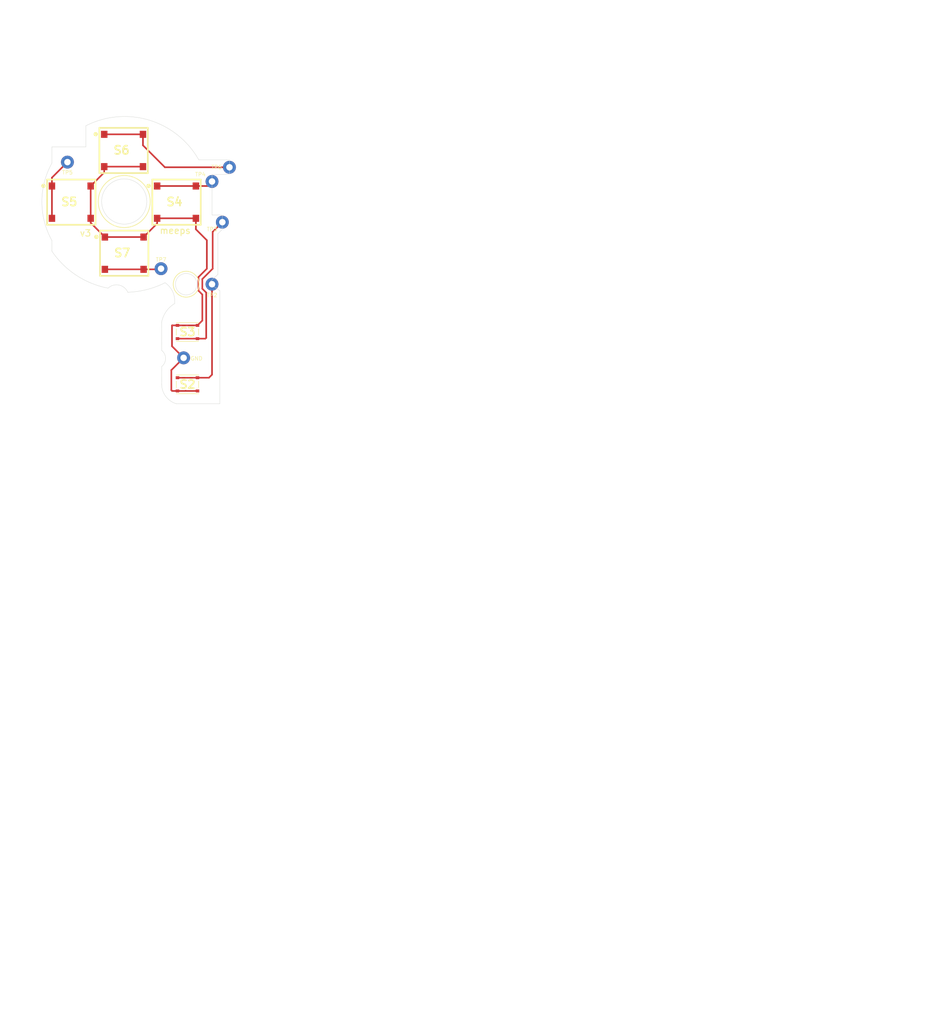
<source format=kicad_pcb>
(kicad_pcb (version 20171130) (host pcbnew "(5.1.10)-1")

  (general
    (thickness 1.6)
    (drawings 96)
    (tracks 63)
    (zones 0)
    (modules 7)
    (nets 1)
  )

  (page A4)
  (layers
    (0 F.Cu signal)
    (31 B.Cu signal)
    (32 B.Adhes user)
    (33 F.Adhes user)
    (34 B.Paste user)
    (35 F.Paste user)
    (36 B.SilkS user)
    (37 F.SilkS user)
    (38 B.Mask user)
    (39 F.Mask user)
    (40 Dwgs.User user hide)
    (41 Cmts.User user)
    (42 Eco1.User user)
    (43 Eco2.User user hide)
    (44 Edge.Cuts user)
    (45 Margin user)
    (46 B.CrtYd user hide)
    (47 F.CrtYd user hide)
    (48 B.Fab user)
    (49 F.Fab user)
  )

  (setup
    (last_trace_width 0.25)
    (user_trace_width 2)
    (trace_clearance 0.2)
    (zone_clearance 0.508)
    (zone_45_only no)
    (trace_min 0.2)
    (via_size 0.8)
    (via_drill 0.4)
    (via_min_size 0.4)
    (via_min_drill 0.3)
    (user_via 2 1)
    (uvia_size 0.3)
    (uvia_drill 0.1)
    (uvias_allowed no)
    (uvia_min_size 0.2)
    (uvia_min_drill 0.1)
    (edge_width 0.05)
    (segment_width 0.2)
    (pcb_text_width 0.3)
    (pcb_text_size 1.5 1.5)
    (mod_edge_width 0.12)
    (mod_text_size 1 1)
    (mod_text_width 0.15)
    (pad_size 1.524 1.524)
    (pad_drill 0.762)
    (pad_to_mask_clearance 0)
    (aux_axis_origin 0 0)
    (visible_elements 7FFFFFFF)
    (pcbplotparams
      (layerselection 0x010fc_ffffffff)
      (usegerberextensions false)
      (usegerberattributes true)
      (usegerberadvancedattributes true)
      (creategerberjobfile true)
      (excludeedgelayer true)
      (linewidth 0.100000)
      (plotframeref false)
      (viasonmask false)
      (mode 1)
      (useauxorigin false)
      (hpglpennumber 1)
      (hpglpenspeed 20)
      (hpglpendiameter 15.000000)
      (psnegative false)
      (psa4output false)
      (plotreference true)
      (plotvalue true)
      (plotinvisibletext false)
      (padsonsilk false)
      (subtractmaskfromsilk false)
      (outputformat 1)
      (mirror false)
      (drillshape 1)
      (scaleselection 1)
      (outputdirectory ""))
  )

  (net 0 "")

  (net_class Default "This is the default net class."
    (clearance 0.2)
    (trace_width 0.25)
    (via_dia 0.8)
    (via_drill 0.4)
    (uvia_dia 0.3)
    (uvia_drill 0.1)
  )

  (module SamacSys_Parts:agb2 (layer F.Cu) (tedit 0) (tstamp 60F4C265)
    (at 163 109.75)
    (fp_text reference G*** (at 0 0) (layer F.SilkS) hide
      (effects (font (size 1.524 1.524) (thickness 0.3)))
    )
    (fp_text value LOGO (at 0.75 0) (layer F.SilkS) hide
      (effects (font (size 1.524 1.524) (thickness 0.3)))
    )
    (fp_poly (pts (xy -65.321152 -79.234953) (xy -65.281945 -79.230166) (xy -65.209703 -79.226223) (xy -65.114956 -79.223548)
      (xy -65.015068 -79.222571) (xy -64.902606 -79.221526) (xy -64.82872 -79.218322) (xy -64.788447 -79.212409)
      (xy -64.776826 -79.203234) (xy -64.780892 -79.196557) (xy -64.801913 -79.17006) (xy -64.797621 -79.15302)
      (xy -64.763447 -79.144192) (xy -64.694821 -79.142333) (xy -64.594639 -79.145835) (xy -64.437308 -79.155164)
      (xy -64.320407 -79.166316) (xy -64.240824 -79.179718) (xy -64.195446 -79.195801) (xy -64.187281 -79.201932)
      (xy -64.142854 -79.219482) (xy -64.078255 -79.216951) (xy -64.011179 -79.195458) (xy -64.001029 -79.190127)
      (xy -63.946569 -79.159494) (xy -63.996868 -79.158734) (xy -64.034484 -79.153203) (xy -64.033427 -79.140007)
      (xy -63.997361 -79.12161) (xy -63.929948 -79.100474) (xy -63.898571 -79.092635) (xy -63.795821 -79.057429)
      (xy -63.722503 -79.009351) (xy -63.683733 -78.952764) (xy -63.680541 -78.906647) (xy -63.681757 -78.869133)
      (xy -63.673289 -78.857891) (xy -63.66449 -78.840745) (xy -63.667959 -78.815021) (xy -63.667 -78.779967)
      (xy -63.653212 -78.772152) (xy -63.634682 -78.756912) (xy -63.635992 -78.745821) (xy -63.629188 -78.712145)
      (xy -63.604289 -78.676585) (xy -63.569126 -78.625411) (xy -63.553616 -78.585026) (xy -63.540859 -78.523814)
      (xy -63.532037 -78.481908) (xy -63.518147 -78.445193) (xy -63.503746 -78.437638) (xy -63.496345 -78.423845)
      (xy -63.493716 -78.37777) (xy -63.495949 -78.317865) (xy -63.498542 -78.242393) (xy -63.492781 -78.205693)
      (xy -63.48074 -78.2026) (xy -63.472231 -78.194087) (xy -63.465779 -78.155047) (xy -63.461244 -78.082716)
      (xy -63.458483 -77.974331) (xy -63.457355 -77.827127) (xy -63.457344 -77.746139) (xy -63.455736 -77.554765)
      (xy -63.450476 -77.385242) (xy -63.441904 -77.241318) (xy -63.43036 -77.126741) (xy -63.416186 -77.045259)
      (xy -63.399723 -77.00062) (xy -63.388914 -76.99308) (xy -63.370472 -76.975906) (xy -63.33847 -76.931065)
      (xy -63.303033 -76.873623) (xy -63.265515 -76.802141) (xy -63.242348 -76.735325) (xy -63.228904 -76.656071)
      (xy -63.222208 -76.574923) (xy -63.215792 -76.486882) (xy -63.207942 -76.431894) (xy -63.195247 -76.400189)
      (xy -63.174297 -76.381994) (xy -63.151149 -76.371351) (xy -63.030738 -76.33617) (xy -62.973046 -76.330248)
      (xy -62.94647 -76.316532) (xy -62.942934 -76.273151) (xy -62.943332 -76.269663) (xy -62.949783 -76.226918)
      (xy -62.954586 -76.210718) (xy -62.963468 -76.191817) (xy -62.973557 -76.144889) (xy -62.982043 -76.084591)
      (xy -62.984921 -76.052361) (xy -62.980734 -75.994811) (xy -62.96386 -75.954263) (xy -62.962515 -75.952846)
      (xy -62.949289 -75.930064) (xy -62.974362 -75.915947) (xy -62.980796 -75.914211) (xy -63.013634 -75.893347)
      (xy -63.014865 -75.872863) (xy -63.021743 -75.839717) (xy -63.044712 -75.817816) (xy -63.077949 -75.784422)
      (xy -63.086106 -75.760409) (xy -63.103547 -75.73215) (xy -63.118782 -75.728439) (xy -63.147662 -75.711281)
      (xy -63.151458 -75.696287) (xy -63.167769 -75.667845) (xy -63.18194 -75.664135) (xy -63.195608 -75.654669)
      (xy -63.206389 -75.622544) (xy -63.215219 -75.56217) (xy -63.223035 -75.467956) (xy -63.227741 -75.390844)
      (xy -63.235816 -75.248982) (xy -63.24229 -75.143801) (xy -63.247822 -75.06917) (xy -63.253073 -75.018959)
      (xy -63.258702 -74.987038) (xy -63.265369 -74.967276) (xy -63.273734 -74.953543) (xy -63.274974 -74.951889)
      (xy -63.30652 -74.896644) (xy -63.340802 -74.815651) (xy -63.371544 -74.725104) (xy -63.389364 -74.656709)
      (xy -63.396165 -74.604036) (xy -63.402917 -74.511373) (xy -63.409545 -74.381601) (xy -63.415971 -74.217599)
      (xy -63.422119 -74.022248) (xy -63.427912 -73.798427) (xy -63.433274 -73.549017) (xy -63.438128 -73.276896)
      (xy -63.442398 -72.984946) (xy -63.446006 -72.676046) (xy -63.448117 -72.448945) (xy -63.450694 -72.15968)
      (xy -63.453328 -71.909407) (xy -63.456114 -71.694247) (xy -63.45915 -71.510324) (xy -63.46253 -71.353759)
      (xy -63.466352 -71.220675) (xy -63.470711 -71.107194) (xy -63.475704 -71.009439) (xy -63.481426 -70.923532)
      (xy -63.487872 -70.846709) (xy -63.495521 -70.746443) (xy -63.496001 -70.683565) (xy -63.48915 -70.653152)
      (xy -63.481341 -70.648439) (xy -63.464484 -70.629717) (xy -63.456813 -70.584109) (xy -63.456765 -70.578777)
      (xy -63.45985 -70.535559) (xy -63.470042 -70.530891) (xy -63.478216 -70.541266) (xy -63.493314 -70.555765)
      (xy -63.499182 -70.533229) (xy -63.499666 -70.514473) (xy -63.493244 -70.4717) (xy -63.478755 -70.455528)
      (xy -63.468459 -70.438555) (xy -63.478216 -70.401941) (xy -63.487645 -70.361185) (xy -63.478982 -70.348355)
      (xy -63.466791 -70.330113) (xy -63.466145 -70.28941) (xy -63.469584 -70.24211) (xy -63.472801 -70.165206)
      (xy -63.475294 -70.071963) (xy -63.476065 -70.026836) (xy -63.479133 -69.927381) (xy -63.485146 -69.86914)
      (xy -63.494323 -69.850541) (xy -63.5 -69.855359) (xy -63.516932 -69.875604) (xy -63.521374 -69.8567)
      (xy -63.52145 -69.851786) (xy -63.511203 -69.816967) (xy -63.501216 -69.808917) (xy -63.489942 -69.789815)
      (xy -63.482734 -69.740085) (xy -63.479551 -69.657209) (xy -63.480351 -69.538671) (xy -63.485093 -69.381952)
      (xy -63.49165 -69.228397) (xy -63.495897 -69.110384) (xy -63.496848 -69.014584) (xy -63.494594 -68.947185)
      (xy -63.489231 -68.914377) (xy -63.486861 -68.912194) (xy -63.471857 -68.893473) (xy -63.462786 -68.848373)
      (xy -63.462693 -68.847121) (xy -63.465233 -68.802102) (xy -63.482328 -68.796851) (xy -63.482733 -68.797093)
      (xy -63.497696 -68.79727) (xy -63.49096 -68.771069) (xy -63.483416 -68.731874) (xy -63.476813 -68.661294)
      (xy -63.471539 -68.570814) (xy -63.467981 -68.471913) (xy -63.466525 -68.376076) (xy -63.467558 -68.294783)
      (xy -63.471469 -68.239517) (xy -63.472786 -68.231836) (xy -63.488645 -68.199983) (xy -63.505689 -68.197637)
      (xy -63.518054 -68.197878) (xy -63.512752 -68.186422) (xy -63.489207 -68.169229) (xy -63.481183 -68.170939)
      (xy -63.475109 -68.155846) (xy -63.471413 -68.109184) (xy -63.469998 -68.04218) (xy -63.470767 -67.966063)
      (xy -63.473623 -67.892064) (xy -63.478468 -67.831412) (xy -63.484411 -67.797637) (xy -63.517928 -67.664754)
      (xy -63.530699 -67.549543) (xy -63.523729 -67.470245) (xy -63.513879 -67.417291) (xy -63.514305 -67.369391)
      (xy -63.527966 -67.317606) (xy -63.557818 -67.252997) (xy -63.606818 -67.166624) (xy -63.645219 -67.102963)
      (xy -63.693432 -67.02455) (xy -63.735372 -66.958638) (xy -63.776974 -66.896788) (xy -63.824178 -66.83056)
      (xy -63.882919 -66.751516) (xy -63.959135 -66.651217) (xy -64.007219 -66.588415) (xy -64.051128 -66.530472)
      (xy -64.099362 -66.465349) (xy -64.155219 -66.388431) (xy -64.221997 -66.295106) (xy -64.302994 -66.180761)
      (xy -64.401509 -66.040782) (xy -64.520841 -65.870557) (xy -64.537269 -65.847089) (xy -64.656865 -65.678732)
      (xy -64.761879 -65.536051) (xy -64.850275 -65.421671) (xy -64.92002 -65.338217) (xy -64.969077 -65.288314)
      (xy -64.972909 -65.285157) (xy -65.01487 -65.238139) (xy -65.046349 -65.183343) (xy -65.070448 -65.138837)
      (xy -65.092071 -65.118449) (xy -65.093405 -65.118312) (xy -65.114835 -65.100619) (xy -65.133747 -65.064839)
      (xy -65.15196 -65.03385) (xy -65.192776 -64.973736) (xy -65.252539 -64.889578) (xy -65.32759 -64.786457)
      (xy -65.414273 -64.669453) (xy -65.507869 -64.54505) (xy -65.617983 -64.39923) (xy -65.734455 -64.244035)
      (xy -65.850179 -64.088998) (xy -65.958049 -63.943656) (xy -66.050957 -63.817546) (xy -66.09501 -63.757215)
      (xy -66.174535 -63.647983) (xy -66.250005 -63.544656) (xy -66.315884 -63.454792) (xy -66.366634 -63.385945)
      (xy -66.393466 -63.349958) (xy -66.471502 -63.238227) (xy -66.539343 -63.125154) (xy -66.590244 -63.022741)
      (xy -66.61386 -62.957925) (xy -66.622534 -62.918347) (xy -66.630171 -62.865199) (xy -66.636837 -62.795869)
      (xy -66.642597 -62.707741) (xy -66.647515 -62.5982) (xy -66.651657 -62.464633) (xy -66.655087 -62.304423)
      (xy -66.657871 -62.114958) (xy -66.660072 -61.893621) (xy -66.661756 -61.637798) (xy -66.662988 -61.344875)
      (xy -66.663833 -61.012237) (xy -66.663965 -60.938566) (xy -66.664648 -60.695035) (xy -66.665832 -60.462629)
      (xy -66.667462 -60.245152) (xy -66.669485 -60.046406) (xy -66.671848 -59.870194) (xy -66.674497 -59.720319)
      (xy -66.677379 -59.600583) (xy -66.68044 -59.514789) (xy -66.683626 -59.466741) (xy -66.684753 -59.459578)
      (xy -66.691442 -59.411315) (xy -66.697173 -59.330212) (xy -66.701452 -59.226296) (xy -66.703785 -59.109594)
      (xy -66.704048 -59.068397) (xy -66.705685 -58.951059) (xy -66.709624 -58.855406) (xy -66.715436 -58.787791)
      (xy -66.722693 -58.754569) (xy -66.725354 -58.752237) (xy -66.74241 -58.734425) (xy -66.745797 -58.712689)
      (xy -66.757721 -58.672189) (xy -66.79709 -58.632566) (xy -66.869298 -58.589526) (xy -66.945429 -58.553663)
      (xy -67.015301 -58.51742) (xy -67.069976 -58.479412) (xy -67.093236 -58.45418) (xy -67.123387 -58.419079)
      (xy -67.146893 -58.409283) (xy -67.155353 -58.402306) (xy -67.162099 -58.378732) (xy -67.167312 -58.334593)
      (xy -67.171169 -58.265921) (xy -67.173849 -58.168749) (xy -67.175532 -58.03911) (xy -67.176395 -57.873037)
      (xy -67.176598 -57.7498) (xy -67.177545 -57.550199) (xy -67.180006 -57.375261) (xy -67.183857 -57.228817)
      (xy -67.188976 -57.114695) (xy -67.195237 -57.036726) (xy -67.20062 -57.00424) (xy -67.211786 -56.931839)
      (xy -67.212463 -56.830458) (xy -67.202695 -56.693808) (xy -67.192281 -56.567185) (xy -67.183241 -56.425213)
      (xy -67.17708 -56.292615) (xy -67.175898 -56.253653) (xy -67.174498 -56.151726) (xy -67.177113 -56.083427)
      (xy -67.184969 -56.039602) (xy -67.199288 -56.011098) (xy -67.209957 -55.999033) (xy -67.235601 -55.958594)
      (xy -67.237187 -55.92907) (xy -67.226294 -55.895416) (xy -67.225042 -55.887699) (xy -67.210942 -55.886706)
      (xy -67.203259 -55.890718) (xy -67.183859 -55.892954) (xy -67.185583 -55.871993) (xy -67.206692 -55.842326)
      (xy -67.220368 -55.812334) (xy -67.205439 -55.78613) (xy -67.192225 -55.74864) (xy -67.183624 -55.672384)
      (xy -67.17961 -55.556442) (xy -67.180156 -55.399892) (xy -67.185235 -55.201815) (xy -67.186867 -55.155068)
      (xy -67.188458 -55.067154) (xy -67.186718 -54.996781) (xy -67.182045 -54.953933) (xy -67.17851 -54.945792)
      (xy -67.173096 -54.92098) (xy -67.18118 -54.873675) (xy -67.182195 -54.870102) (xy -67.192199 -54.808332)
      (xy -67.195053 -54.729224) (xy -67.193604 -54.695172) (xy -67.201257 -54.56982) (xy -67.239049 -54.423768)
      (xy -67.304785 -54.265052) (xy -67.318407 -54.23773) (xy -67.347405 -54.177489) (xy -67.387724 -54.089084)
      (xy -67.434203 -53.984035) (xy -67.48168 -53.873858) (xy -67.485376 -53.865148) (xy -67.530302 -53.760042)
      (xy -67.572113 -53.663906) (xy -67.606536 -53.586452) (xy -67.629298 -53.537395) (xy -67.631531 -53.532912)
      (xy -67.657815 -53.475902) (xy -67.689798 -53.399495) (xy -67.70891 -53.350718) (xy -67.735811 -53.283202)
      (xy -67.758759 -53.231438) (xy -67.769696 -53.211393) (xy -67.783912 -53.177382) (xy -67.79819 -53.12134)
      (xy -67.800331 -53.110267) (xy -67.816959 -53.050281) (xy -67.838746 -53.006977) (xy -67.842124 -53.003094)
      (xy -67.856287 -52.982041) (xy -67.87416 -52.941926) (xy -67.897113 -52.878627) (xy -67.92652 -52.788022)
      (xy -67.963752 -52.665987) (xy -68.010182 -52.508401) (xy -68.033216 -52.42903) (xy -68.065395 -52.32017)
      (xy -68.09876 -52.211264) (xy -68.128362 -52.118296) (xy -68.142013 -52.077529) (xy -68.166132 -52.000859)
      (xy -68.197344 -51.891237) (xy -68.233936 -51.755643) (xy -68.274195 -51.601054) (xy -68.316409 -51.434448)
      (xy -68.358866 -51.262801) (xy -68.399851 -51.093093) (xy -68.437654 -50.932301) (xy -68.470561 -50.787403)
      (xy -68.49686 -50.665377) (xy -68.514838 -50.5732) (xy -68.521319 -50.532068) (xy -68.529316 -50.473372)
      (xy -68.542323 -50.382603) (xy -68.558834 -50.270073) (xy -68.577344 -50.146095) (xy -68.587043 -50.081941)
      (xy -68.607902 -49.93614) (xy -68.628516 -49.777232) (xy -68.646787 -49.622333) (xy -68.66062 -49.48856)
      (xy -68.663022 -49.461778) (xy -68.672543 -49.357137) (xy -68.681552 -49.268547) (xy -68.689122 -49.204443)
      (xy -68.694327 -49.173259) (xy -68.694889 -49.17187) (xy -68.69884 -49.145229) (xy -68.702878 -49.081426)
      (xy -68.706886 -48.986167) (xy -68.710748 -48.865161) (xy -68.714345 -48.724112) (xy -68.717561 -48.568729)
      (xy -68.720278 -48.404718) (xy -68.722379 -48.237786) (xy -68.723748 -48.073639) (xy -68.724266 -47.917985)
      (xy -68.723817 -47.77653) (xy -68.723743 -47.767004) (xy -68.722508 -47.608736) (xy -68.7213 -47.446176)
      (xy -68.720201 -47.290804) (xy -68.71929 -47.154095) (xy -68.718649 -47.047527) (xy -68.718599 -47.038228)
      (xy -68.716862 -46.937578) (xy -68.713136 -46.853411) (xy -68.707967 -46.794507) (xy -68.701904 -46.769646)
      (xy -68.701872 -46.769621) (xy -68.694338 -46.74467) (xy -68.686402 -46.686614) (xy -68.679204 -46.60519)
      (xy -68.675474 -46.544558) (xy -68.667813 -46.433044) (xy -68.656842 -46.318969) (xy -68.644486 -46.221307)
      (xy -68.639671 -46.191561) (xy -68.625237 -46.106105) (xy -68.607841 -45.996834) (xy -68.590426 -45.882409)
      (xy -68.583898 -45.837891) (xy -68.56417 -45.703489) (xy -68.546513 -45.589013) (xy -68.528863 -45.482578)
      (xy -68.509155 -45.372302) (xy -68.485324 -45.246301) (xy -68.455305 -45.092689) (xy -68.447966 -45.055528)
      (xy -68.423751 -44.929509) (xy -68.401492 -44.807138) (xy -68.383144 -44.699644) (xy -68.370664 -44.618254)
      (xy -68.367657 -44.594684) (xy -68.351512 -44.507654) (xy -68.323397 -44.404373) (xy -68.290345 -44.309725)
      (xy -68.259231 -44.224666) (xy -68.235517 -44.145832) (xy -68.223864 -44.088928) (xy -68.223518 -44.084662)
      (xy -68.215626 -44.029592) (xy -68.202432 -43.993475) (xy -68.202388 -43.993418) (xy -68.189032 -43.964506)
      (xy -68.16647 -43.904348) (xy -68.138237 -43.822691) (xy -68.116889 -43.757637) (xy -68.069058 -43.611566)
      (xy -68.017832 -43.459986) (xy -67.966713 -43.312878) (xy -67.919202 -43.180226) (xy -67.8788 -43.072012)
      (xy -67.8579 -43.019241) (xy -67.830821 -42.94464) (xy -67.801917 -42.851653) (xy -67.783208 -42.782785)
      (xy -67.75597 -42.694206) (xy -67.716091 -42.588536) (xy -67.671483 -42.486482) (xy -67.664489 -42.471984)
      (xy -67.61446 -42.365243) (xy -67.56052 -42.242876) (xy -67.513526 -42.129587) (xy -67.509344 -42.118988)
      (xy -67.463189 -42.003717) (xy -67.42311 -41.910884) (xy -67.380854 -41.822441) (xy -67.328165 -41.720342)
      (xy -67.319574 -41.704095) (xy -67.287068 -41.631899) (xy -67.263754 -41.550963) (xy -67.247282 -41.45027)
      (xy -67.235302 -41.318801) (xy -67.234323 -41.304473) (xy -67.220026 -41.095601) (xy -67.207249 -40.924794)
      (xy -67.195142 -40.787311) (xy -67.182855 -40.678413) (xy -67.16954 -40.593358) (xy -67.154346 -40.527406)
      (xy -67.136425 -40.475816) (xy -67.114927 -40.433847) (xy -67.089003 -40.39676) (xy -67.066931 -40.370201)
      (xy -67.042397 -40.325402) (xy -67.018613 -40.255099) (xy -67.004161 -40.191962) (xy -66.980603 -40.097281)
      (xy -66.950691 -40.042894) (xy -66.938723 -40.03307) (xy -66.907042 -39.99489) (xy -66.885428 -39.934783)
      (xy -66.884058 -39.9273) (xy -66.87186 -39.87573) (xy -66.858009 -39.848291) (xy -66.854823 -39.84692)
      (xy -66.847673 -39.828195) (xy -66.845572 -39.782231) (xy -66.848307 -39.724342) (xy -66.855664 -39.669845)
      (xy -66.857411 -39.661797) (xy -66.852693 -39.613391) (xy -66.824874 -39.564368) (xy -66.784606 -39.526241)
      (xy -66.74254 -39.510526) (xy -66.722297 -39.515727) (xy -66.712404 -39.510085) (xy -66.717073 -39.490846)
      (xy -66.720496 -39.465726) (xy -66.707792 -39.468432) (xy -66.68257 -39.461324) (xy -66.64871 -39.425217)
      (xy -66.638512 -39.410113) (xy -66.609101 -39.351008) (xy -66.607719 -39.304143) (xy -66.613487 -39.28673)
      (xy -66.628993 -39.255317) (xy -66.635497 -39.253641) (xy -66.645204 -39.263057) (xy -66.664664 -39.245092)
      (xy -66.685736 -39.211451) (xy -66.700281 -39.173843) (xy -66.702563 -39.157185) (xy -66.711735 -39.10311)
      (xy -66.724013 -39.075274) (xy -66.740895 -39.055569) (xy -66.745393 -39.075828) (xy -66.745464 -39.080633)
      (xy -66.754359 -39.113948) (xy -66.772767 -39.113322) (xy -66.789649 -39.082613) (xy -66.793364 -39.063891)
      (xy -66.805013 -39.024241) (xy -66.819605 -39.012135) (xy -66.846651 -38.997991) (xy -66.870182 -38.963055)
      (xy -66.876167 -38.938684) (xy -66.862826 -38.935076) (xy -66.839767 -38.949401) (xy -66.819023 -38.963459)
      (xy -66.820597 -38.951423) (xy -66.844002 -38.909926) (xy -66.879111 -38.862882) (xy -66.912451 -38.836322)
      (xy -66.917061 -38.834904) (xy -66.930784 -38.830683) (xy -66.941302 -38.819961) (xy -66.949684 -38.796665)
      (xy -66.956999 -38.754722) (xy -66.964315 -38.688059) (xy -66.9727 -38.590603) (xy -66.982865 -38.460919)
      (xy -66.997994 -38.302763) (xy -67.016971 -38.179259) (xy -67.041468 -38.082244) (xy -67.073154 -38.003555)
      (xy -67.07863 -37.992827) (xy -67.10835 -37.934883) (xy -67.134425 -37.879416) (xy -67.157075 -37.823351)
      (xy -67.176522 -37.763614) (xy -67.192985 -37.697131) (xy -67.206685 -37.620826) (xy -67.217842 -37.531627)
      (xy -67.226676 -37.426458) (xy -67.233407 -37.302245) (xy -67.238257 -37.155913) (xy -67.241444 -36.984389)
      (xy -67.24319 -36.784598) (xy -67.243714 -36.553465) (xy -67.243238 -36.287917) (xy -67.24198 -35.984878)
      (xy -67.240659 -35.731477) (xy -67.240484 -35.6748) (xy -67.240361 -35.582031) (xy -67.240289 -35.457523)
      (xy -67.240262 -35.305629) (xy -67.240278 -35.130702) (xy -67.240333 -34.937094) (xy -67.240424 -34.729159)
      (xy -67.240546 -34.511249) (xy -67.240698 -34.287718) (xy -67.240875 -34.062918) (xy -67.241074 -33.841202)
      (xy -67.241291 -33.626923) (xy -67.241523 -33.424434) (xy -67.241767 -33.238088) (xy -67.242018 -33.072238)
      (xy -67.242274 -32.931237) (xy -67.242532 -32.819437) (xy -67.242787 -32.741192) (xy -67.243036 -32.700854)
      (xy -67.24307 -32.698481) (xy -67.23955 -32.622941) (xy -67.228529 -32.52604) (xy -67.212353 -32.42818)
      (xy -67.211528 -32.424017) (xy -67.195198 -32.331773) (xy -67.190481 -32.272228) (xy -67.197031 -32.236861)
      (xy -67.203456 -32.226686) (xy -67.219147 -32.19194) (xy -67.216498 -32.177071) (xy -67.212945 -32.151237)
      (xy -67.209156 -32.0883) (xy -67.205331 -31.994023) (xy -67.201672 -31.87417) (xy -67.198377 -31.734505)
      (xy -67.195649 -31.580791) (xy -67.195591 -31.576847) (xy -67.193383 -31.386148) (xy -67.193086 -31.235685)
      (xy -67.194769 -31.122864) (xy -67.198501 -31.04509) (xy -67.204351 -30.999769) (xy -67.211457 -30.984597)
      (xy -67.224052 -30.970078) (xy -67.211579 -30.961435) (xy -67.198535 -30.932469) (xy -67.193491 -30.862468)
      (xy -67.195455 -30.773882) (xy -67.197004 -30.721941) (xy -67.198707 -30.631272) (xy -67.20052 -30.50602)
      (xy -67.2024 -30.350326) (xy -67.204305 -30.168332) (xy -67.206194 -29.964181) (xy -67.208022 -29.742014)
      (xy -67.209748 -29.505975) (xy -67.211329 -29.260206) (xy -67.21178 -29.183207) (xy -67.213389 -28.940089)
      (xy -67.215342 -28.709125) (xy -67.217579 -28.493966) (xy -67.220044 -28.298262) (xy -67.222678 -28.125664)
      (xy -67.225422 -27.979823) (xy -67.228219 -27.864391) (xy -67.231011 -27.783018) (xy -67.23374 -27.739354)
      (xy -67.234835 -27.733181) (xy -67.236546 -27.696534) (xy -67.226528 -27.683688) (xy -67.210391 -27.65718)
      (xy -67.203623 -27.61557) (xy -67.207308 -27.578404) (xy -67.219938 -27.564895) (xy -67.22588 -27.545228)
      (xy -67.227199 -27.492835) (xy -67.223808 -27.417624) (xy -67.221518 -27.388059) (xy -67.218062 -27.322432)
      (xy -67.215468 -27.220828) (xy -67.213783 -27.09013) (xy -67.213055 -26.937222) (xy -67.21333 -26.76899)
      (xy -67.214654 -26.592316) (xy -67.215569 -26.514599) (xy -67.217778 -26.344279) (xy -67.219771 -26.186396)
      (xy -67.221483 -26.046406) (xy -67.222851 -25.929761) (xy -67.223809 -25.841917) (xy -67.224293 -25.788328)
      (xy -67.22433 -25.775106) (xy -67.223972 -25.677392) (xy -67.224362 -25.560062) (xy -67.225379 -25.431716)
      (xy -67.226905 -25.300953) (xy -67.228818 -25.176372) (xy -67.230999 -25.066574) (xy -67.233328 -24.980158)
      (xy -67.235685 -24.925723) (xy -67.236301 -24.917722) (xy -67.242868 -24.844296) (xy -67.250358 -24.755538)
      (xy -67.253708 -24.714093) (xy -67.268995 -24.59877) (xy -67.293789 -24.500548) (xy -67.325253 -24.42809)
      (xy -67.359579 -24.390556) (xy -67.3907 -24.354183) (xy -67.399313 -24.316339) (xy -67.414951 -24.267721)
      (xy -67.459219 -24.238875) (xy -67.721845 -24.117345) (xy -67.952787 -23.978152) (xy -68.148436 -23.823754)
      (xy -68.295397 -23.668872) (xy -68.438177 -23.473888) (xy -68.551482 -23.275494) (xy -68.638134 -23.065928)
      (xy -68.700954 -22.837424) (xy -68.742764 -22.582219) (xy -68.760705 -22.388439) (xy -68.769186 -22.286861)
      (xy -68.780163 -22.183683) (xy -68.791298 -22.100816) (xy -68.791578 -22.099072) (xy -68.798164 -22.019898)
      (xy -68.798769 -21.907679) (xy -68.793487 -21.771819) (xy -68.787394 -21.681097) (xy -68.777476 -21.530441)
      (xy -68.770671 -21.379573) (xy -68.766944 -21.234687) (xy -68.766257 -21.101976) (xy -68.768576 -20.987632)
      (xy -68.773863 -20.897849) (xy -68.782083 -20.83882) (xy -68.792468 -20.816901) (xy -68.804769 -20.79729)
      (xy -68.797772 -20.784118) (xy -68.765722 -20.720977) (xy -68.773772 -20.667463) (xy -68.786404 -20.651545)
      (xy -68.809164 -20.613255) (xy -68.798684 -20.569173) (xy -68.787425 -20.520013) (xy -68.792761 -20.490105)
      (xy -68.797023 -20.456732) (xy -68.795245 -20.391689) (xy -68.787954 -20.305685) (xy -68.78069 -20.244979)
      (xy -68.770626 -20.145648) (xy -68.763712 -20.02044) (xy -68.759857 -19.865289) (xy -68.758965 -19.676128)
      (xy -68.760945 -19.44889) (xy -68.761511 -19.409428) (xy -68.764048 -19.22832) (xy -68.765447 -19.084888)
      (xy -68.765478 -18.973946) (xy -68.763911 -18.890309) (xy -68.760514 -18.828792) (xy -68.755059 -18.78421)
      (xy -68.747314 -18.751379) (xy -68.737048 -18.725113) (xy -68.730529 -18.712122) (xy -68.705412 -18.652576)
      (xy -68.677898 -18.568788) (xy -68.653833 -18.478608) (xy -68.653272 -18.476194) (xy -68.630981 -18.388515)
      (xy -68.607262 -18.308928) (xy -68.587048 -18.253908) (xy -68.586084 -18.251812) (xy -68.561023 -18.194822)
      (xy -68.52948 -18.118526) (xy -68.509976 -18.069367) (xy -68.438425 -17.907041) (xy -68.340978 -17.719779)
      (xy -68.221144 -17.514279) (xy -68.20735 -17.491826) (xy -68.156261 -17.407318) (xy -68.111196 -17.329648)
      (xy -68.079002 -17.270751) (xy -68.070158 -17.252711) (xy -68.042916 -17.209404) (xy -68.015696 -17.190574)
      (xy -68.014899 -17.190549) (xy -67.980759 -17.175994) (xy -67.931677 -17.139664) (xy -67.879588 -17.092563)
      (xy -67.836428 -17.045695) (xy -67.81413 -17.010062) (xy -67.813207 -17.004595) (xy -67.802878 -16.983769)
      (xy -67.793355 -16.985745) (xy -67.771779 -16.976559) (xy -67.732477 -16.94422) (xy -67.685323 -16.898745)
      (xy -67.64019 -16.85015) (xy -67.606953 -16.808452) (xy -67.595368 -16.784895) (xy -67.578396 -16.766281)
      (xy -67.536406 -16.737674) (xy -67.524571 -16.730732) (xy -67.416535 -16.659021) (xy -67.327868 -16.58056)
      (xy -67.285092 -16.528594) (xy -67.259297 -16.494931) (xy -67.247111 -16.487766) (xy -67.24697 -16.488934)
      (xy -67.229687 -16.488492) (xy -67.183796 -16.470485) (xy -67.117975 -16.439523) (xy -67.040902 -16.400217)
      (xy -66.961255 -16.357178) (xy -66.887712 -16.315015) (xy -66.828951 -16.278339) (xy -66.793649 -16.25176)
      (xy -66.788137 -16.245168) (xy -66.772707 -16.188401) (xy -66.766606 -16.095778) (xy -66.77004 -15.973363)
      (xy -66.776233 -15.893755) (xy -66.780965 -15.827352) (xy -66.778774 -15.801993) (xy -66.76953 -15.816376)
      (xy -66.768653 -15.818734) (xy -66.756148 -15.849056) (xy -66.75125 -15.843988) (xy -66.751551 -15.79999)
      (xy -66.751754 -15.793899) (xy -66.746635 -15.732943) (xy -66.730574 -15.687584) (xy -66.727979 -15.684111)
      (xy -66.720087 -15.662133) (xy -66.713697 -15.614753) (xy -66.708693 -15.53893) (xy -66.70496 -15.431623)
      (xy -66.702383 -15.289792) (xy -66.700849 -15.110394) (xy -66.700316 -14.951403) (xy -66.700204 -14.756203)
      (xy -66.700744 -14.599449) (xy -66.702134 -14.47672) (xy -66.70457 -14.383595) (xy -66.708251 -14.315654)
      (xy -66.713375 -14.268476) (xy -66.720139 -14.23764) (xy -66.728741 -14.218725) (xy -66.733345 -14.212836)
      (xy -66.764068 -14.164905) (xy -66.758706 -14.130754) (xy -66.741218 -14.120327) (xy -66.737033 -14.109897)
      (xy -66.733296 -14.080277) (xy -66.729989 -14.029632) (xy -66.727094 -13.956124) (xy -66.724593 -13.857916)
      (xy -66.722469 -13.733172) (xy -66.720704 -13.580054) (xy -66.719279 -13.396726) (xy -66.718178 -13.181351)
      (xy -66.717383 -12.932092) (xy -66.716875 -12.647113) (xy -66.716636 -12.324575) (xy -66.71665 -11.962644)
      (xy -66.716861 -11.605334) (xy -66.716956 -11.278223) (xy -66.716725 -10.9612) (xy -66.716187 -10.657117)
      (xy -66.715359 -10.368829) (xy -66.714262 -10.09919) (xy -66.712914 -9.851054) (xy -66.711334 -9.627275)
      (xy -66.709541 -9.430707) (xy -66.707554 -9.264204) (xy -66.70539 -9.130621) (xy -66.703071 -9.032811)
      (xy -66.700613 -8.973628) (xy -66.699374 -8.959663) (xy -66.679577 -8.841266) (xy -66.655971 -8.754398)
      (xy -66.624336 -8.687719) (xy -66.580455 -8.62989) (xy -66.574103 -8.622939) (xy -66.529801 -8.560764)
      (xy -66.504151 -8.483164) (xy -66.496002 -8.432755) (xy -66.485722 -8.360962) (xy -66.475607 -8.304932)
      (xy -66.469939 -8.283075) (xy -66.441063 -8.254771) (xy -66.385912 -8.226859) (xy -66.321206 -8.206646)
      (xy -66.282442 -8.201124) (xy -66.245565 -8.187758) (xy -66.230768 -8.145492) (xy -66.229998 -8.137311)
      (xy -66.230556 -8.09813) (xy -66.238562 -8.089035) (xy -66.238794 -8.089255) (xy -66.25833 -8.082754)
      (xy -66.2881 -8.049166) (xy -66.291998 -8.043506) (xy -66.320099 -7.983337) (xy -66.33107 -7.921049)
      (xy -66.32346 -7.872006) (xy -66.309764 -7.855565) (xy -66.295423 -7.832622) (xy -66.297435 -7.826483)
      (xy -66.298276 -7.793749) (xy -66.261637 -7.766644) (xy -66.193551 -7.748684) (xy -66.157068 -7.744716)
      (xy -66.083423 -7.73596) (xy -66.022931 -7.722774) (xy -66.002445 -7.715034) (xy -65.968356 -7.70465)
      (xy -65.961578 -7.715702) (xy -65.978577 -7.736633) (xy -65.986992 -7.737891) (xy -66.002803 -7.745443)
      (xy -66.000005 -7.750093) (xy -65.973382 -7.751246) (xy -65.937953 -7.730615) (xy -65.910635 -7.701019)
      (xy -65.906176 -7.678989) (xy -65.903624 -7.654802) (xy -65.895542 -7.652152) (xy -65.87505 -7.668484)
      (xy -65.874442 -7.673587) (xy -65.869428 -7.709306) (xy -65.851012 -7.737891) (xy -65.787307 -7.737891)
      (xy -65.779336 -7.720247) (xy -65.772784 -7.723601) (xy -65.770177 -7.749039) (xy -65.772784 -7.75218)
      (xy -65.785735 -7.749238) (xy -65.787307 -7.737891) (xy -65.851012 -7.737891) (xy -65.847807 -7.742865)
      (xy -65.817466 -7.774467) (xy -65.777852 -7.828421) (xy -65.754422 -7.889348) (xy -65.750541 -7.943363)
      (xy -65.76864 -7.97602) (xy -65.786483 -7.991216) (xy -65.766612 -7.994777) (xy -65.747528 -8.002318)
      (xy -65.758602 -8.018304) (xy -65.765527 -8.050624) (xy -65.753596 -8.09828) (xy -65.730229 -8.142894)
      (xy -65.702847 -8.166087) (xy -65.698741 -8.166583) (xy -65.669776 -8.179463) (xy -65.627265 -8.210614)
      (xy -65.625417 -8.212184) (xy -65.571094 -8.253172) (xy -65.523878 -8.281847) (xy -65.480345 -8.30948)
      (xy -44.627901 -8.30948) (xy -44.624911 -8.296737) (xy -44.613379 -8.29519) (xy -44.595448 -8.303033)
      (xy -44.598856 -8.30948) (xy -44.624708 -8.312045) (xy -44.627901 -8.30948) (xy -65.480345 -8.30948)
      (xy -65.473285 -8.313961) (xy -65.43604 -8.35714) (xy -65.425215 -8.38205) (xy -44.851503 -8.38205)
      (xy -44.831147 -8.365043) (xy -44.782204 -8.345506) (xy -44.733166 -8.329348) (xy -44.706845 -8.320048)
      (xy -44.70596 -8.319639) (xy -44.700554 -8.332318) (xy -44.700514 -8.334463) (xy -44.719148 -8.351743)
      (xy -44.765134 -8.371607) (xy -44.776758 -8.375326) (xy -44.833029 -8.387363) (xy -44.851503 -8.38205)
      (xy -65.425215 -8.38205) (xy -65.409257 -8.418768) (xy -65.390051 -8.50623) (xy -65.375535 -8.626911)
      (xy -65.371593 -8.671538) (xy -65.362195 -8.781241) (xy -65.352967 -8.883758) (xy -65.34505 -8.966698)
      (xy -65.340122 -9.013249) (xy -65.337591 -9.054229) (xy -65.334871 -9.132749) (xy -65.332029 -9.243483)
      (xy -65.32913 -9.381101) (xy -65.32725 -9.48481) (xy -65.264494 -9.48481) (xy -65.253602 -9.474093)
      (xy -65.24271 -9.48481) (xy -65.253602 -9.495528) (xy -65.264494 -9.48481) (xy -65.32725 -9.48481)
      (xy -65.326472 -9.52768) (xy -65.24271 -9.52768) (xy -65.231818 -9.516962) (xy -65.220926 -9.52768)
      (xy -65.231818 -9.538397) (xy -65.24271 -9.52768) (xy -65.326472 -9.52768) (xy -65.326243 -9.540277)
      (xy -65.323432 -9.715682) (xy -65.320766 -9.901989) (xy -65.31831 -10.09387) (xy -65.316132 -10.285997)
      (xy -65.314299 -10.473043) (xy -65.312875 -10.649679) (xy -65.31193 -10.810579) (xy -65.311528 -10.950413)
      (xy -65.311689 -11.037558) (xy -65.259622 -11.037558) (xy -65.253722 -11.017576) (xy -65.226955 -10.996047)
      (xy -65.205734 -11.01186) (xy -65.199142 -11.048271) (xy -65.206571 -11.093238) (xy -65.219357 -11.112886)
      (xy -65.23946 -11.106749) (xy -65.255031 -11.075675) (xy -65.259622 -11.037558) (xy -65.311689 -11.037558)
      (xy -65.311738 -11.063854) (xy -65.312625 -11.145575) (xy -65.31316 -11.167426) (xy -65.315096 -11.238907)
      (xy -65.31645 -11.314092) (xy -65.317014 -11.376842) (xy -55.061799 -11.376842) (xy -55.059104 -11.360905)
      (xy -55.03491 -11.347856) (xy -54.976154 -11.324856) (xy -54.889955 -11.294441) (xy -54.783431 -11.259146)
      (xy -54.692938 -11.230517) (xy -54.462146 -11.159044) (xy -54.24153 -11.090955) (xy -54.035998 -11.027751)
      (xy -53.850455 -10.970933) (xy -53.689807 -10.922002) (xy -53.558962 -10.882458) (xy -53.462826 -10.853804)
      (xy -53.435849 -10.845919) (xy -53.363543 -10.824794) (xy -53.261309 -10.794682) (xy -53.140906 -10.75906)
      (xy -53.014093 -10.721401) (xy -52.967495 -10.707526) (xy -52.840053 -10.669642) (xy -52.713424 -10.632164)
      (xy -52.599788 -10.598688) (xy -52.511325 -10.572808) (xy -52.48825 -10.566118) (xy -52.428464 -10.548766)
      (xy -52.364013 -10.529847) (xy -52.288979 -10.507592) (xy -52.197446 -10.480229) (xy -52.083497 -10.445989)
      (xy -51.941214 -10.403102) (xy -51.76468 -10.349798) (xy -51.714922 -10.334764) (xy -51.618399 -10.306152)
      (xy -51.530634 -10.281121) (xy -51.464572 -10.263319) (xy -51.442624 -10.258028) (xy -51.389915 -10.244662)
      (xy -51.311662 -10.222618) (xy -51.223777 -10.196393) (xy -51.213893 -10.193351) (xy -51.131639 -10.168477)
      (xy -51.020653 -10.135666) (xy -50.894094 -10.09877) (xy -50.765117 -10.061644) (xy -50.734648 -10.052953)
      (xy -50.620591 -10.020216) (xy -50.518785 -9.9905) (xy -50.437837 -9.966354) (xy -50.386356 -9.950328)
      (xy -50.375214 -9.946489) (xy -50.328684 -9.931894) (xy -50.259874 -9.913565) (xy -50.222727 -9.904573)
      (xy -50.15925 -9.888288) (xy -50.066588 -9.862621) (xy -49.95711 -9.831076) (xy -49.843186 -9.797155)
      (xy -49.841509 -9.796646) (xy -49.713837 -9.758377) (xy -49.577126 -9.718113) (xy -49.449238 -9.681079)
      (xy -49.362264 -9.656449) (xy -49.246329 -9.623342) (xy -49.111228 -9.583535) (xy -48.979213 -9.543623)
      (xy -48.926586 -9.527336) (xy -48.831303 -9.498323) (xy -48.718012 -9.465011) (xy -48.594497 -9.429557)
      (xy -48.468541 -9.394115) (xy -48.347928 -9.360839) (xy -48.240441 -9.331883) (xy -48.153865 -9.309404)
      (xy -48.095982 -9.295554) (xy -48.077015 -9.292167) (xy -48.051121 -9.284633) (xy -48.003376 -9.267444)
      (xy -48.000771 -9.266452) (xy -47.947629 -9.248263) (xy -47.86872 -9.223668) (xy -47.78026 -9.197705)
      (xy -47.772041 -9.195377) (xy -47.691131 -9.172232) (xy -47.581142 -9.140349) (xy -47.454695 -9.103407)
      (xy -47.32441 -9.065083) (xy -47.281904 -9.052518) (xy -47.159344 -9.016374) (xy -47.042333 -8.982117)
      (xy -46.941424 -8.952819) (xy -46.867168 -8.931551) (xy -46.846226 -8.925686) (xy -46.774264 -8.905565)
      (xy -46.677816 -8.878285) (xy -46.574204 -8.848754) (xy -46.541252 -8.83931) (xy -46.119318 -8.718685)
      (xy -45.710569 -8.60289) (xy -45.293365 -8.485813) (xy -45.049056 -8.417712) (xy -44.957275 -8.39412)
      (xy -44.898286 -8.38324) (xy -44.875456 -8.385586) (xy -44.878511 -8.39174) (xy -44.907621 -8.406344)
      (xy -44.971473 -8.430312) (xy -45.062862 -8.461434) (xy -45.174579 -8.497501) (xy -45.299419 -8.536303)
      (xy -45.430175 -8.575631) (xy -45.559638 -8.613275) (xy -45.680603 -8.647025) (xy -45.785862 -8.674674)
      (xy -45.855531 -8.691271) (xy -45.918183 -8.706585) (xy -46.012186 -8.731423) (xy -46.127167 -8.76296)
      (xy -46.252756 -8.798371) (xy -46.323884 -8.818849) (xy -46.659468 -8.91633) (xy -46.697874 -8.927511)
      (xy -44.940137 -8.927511) (xy -44.929245 -8.916793) (xy -44.918353 -8.927511) (xy -44.929245 -8.938228)
      (xy -44.940137 -8.927511) (xy -46.697874 -8.927511) (xy -46.953632 -9.001967) (xy -47.206796 -9.075883)
      (xy -47.419375 -9.1382) (xy -47.591787 -9.189041) (xy -47.72445 -9.228529) (xy -47.81778 -9.256785)
      (xy -47.870068 -9.273231) (xy -47.945683 -9.29688) (xy -48.043468 -9.325841) (xy -48.143534 -9.354238)
      (xy -48.153259 -9.356919) (xy -48.233375 -9.379291) (xy -48.344054 -9.410694) (xy -48.474103 -9.447927)
      (xy -48.612329 -9.487788) (xy -48.708747 -9.515771) (xy -48.848284 -9.556288) (xy -48.989706 -9.597177)
      (xy -49.121125 -9.635013) (xy -49.230656 -9.666371) (xy -49.28602 -9.682092) (xy -49.404753 -9.71654)
      (xy -49.538624 -9.756783) (xy -49.661481 -9.794939) (xy -49.67813 -9.800247) (xy -49.79983 -9.838481)
      (xy -48.730531 -9.838481) (xy -48.712887 -9.819465) (xy -48.697856 -9.817047) (xy -48.668866 -9.828621)
      (xy -48.66518 -9.838481) (xy -48.682824 -9.857498) (xy -48.697856 -9.859916) (xy -48.726845 -9.848342)
      (xy -48.730531 -9.838481) (xy -49.79983 -9.838481) (xy -49.819925 -9.844794) (xy -49.973411 -9.891524)
      (xy -50.129518 -9.937812) (xy -50.279176 -9.981036) (xy -50.413316 -10.018569) (xy -50.522866 -10.047787)
      (xy -50.590457 -10.064254) (xy -50.67062 -10.083318) (xy -50.741677 -10.102228) (xy -50.77562 -10.112671)
      (xy -50.828998 -10.129944) (xy -50.903803 -10.152643) (xy -50.952487 -10.16684) (xy -51.026911 -10.188216)
      (xy -51.1268 -10.216984) (xy -51.235818 -10.248437) (xy -51.290137 -10.264131) (xy -51.406956 -10.297625)
      (xy -51.532224 -10.333101) (xy -51.645045 -10.364654) (xy -51.682247 -10.374919) (xy -51.765904 -10.398592)
      (xy -51.878645 -10.431503) (xy -52.008011 -10.469967) (xy -52.141546 -10.510296) (xy -52.196671 -10.527148)
      (xy -52.313616 -10.562395) (xy -52.417742 -10.59256) (xy -52.501189 -10.615462) (xy -52.556095 -10.628916)
      (xy -52.572738 -10.631561) (xy -52.622546 -10.641622) (xy -52.646479 -10.651804) (xy -52.683591 -10.667098)
      (xy -52.753778 -10.692037) (xy -52.849762 -10.724338) (xy -52.964262 -10.761723) (xy -53.090001 -10.801911)
      (xy -53.219699 -10.842621) (xy -53.346077 -10.881574) (xy -53.461856 -10.916488) (xy -53.559758 -10.945083)
      (xy -53.632503 -10.965079) (xy -53.672812 -10.974196) (xy -53.676573 -10.974515) (xy -53.728962 -10.983416)
      (xy -53.790522 -11.004895) (xy -53.79199 -11.005554) (xy -53.85041 -11.029696) (xy -53.926811 -11.056962)
      (xy -54.025963 -11.088822) (xy -54.152637 -11.126746) (xy -54.311605 -11.172205) (xy -54.507637 -11.22667)
      (xy -54.525042 -11.231454) (xy -54.654154 -11.267228) (xy -54.771506 -11.300321) (xy -54.869574 -11.328565)
      (xy -54.940833 -11.349793) (xy -54.97776 -11.361837) (xy -54.978083 -11.361964) (xy -55.034863 -11.379545)
      (xy -55.061799 -11.376842) (xy -65.317014 -11.376842) (xy -65.317206 -11.398107) (xy -65.317346 -11.496076)
      (xy -65.316854 -11.613124) (xy -65.315712 -11.754374) (xy -65.313903 -11.924951) (xy -65.311411 -12.12998)
      (xy -65.309444 -12.282026) (xy -65.307749 -12.446513) (xy -65.306596 -12.626858) (xy -65.25183 -12.626858)
      (xy -65.250705 -12.593128) (xy -65.231102 -12.572748) (xy -65.210113 -12.587821) (xy -65.198382 -12.624979)
      (xy -65.194976 -12.682216) (xy -65.205727 -12.699437) (xy -65.23041 -12.676309) (xy -65.231813 -12.674359)
      (xy -65.25183 -12.626858) (xy -65.306596 -12.626858) (xy -65.306504 -12.641155) (xy -65.305744 -12.853236)
      (xy -65.305503 -13.070044) (xy -65.305814 -13.278866) (xy -65.306405 -13.418059) (xy -65.306998 -13.622414)
      (xy -65.306835 -13.763613) (xy -59.600686 -13.763613) (xy -59.590738 -13.748395) (xy -59.55736 -13.730356)
      (xy -59.495248 -13.707418) (xy -59.399099 -13.677504) (xy -59.328387 -13.656924) (xy -59.127909 -13.598635)
      (xy -58.902353 -13.531642) (xy -58.667963 -13.460827) (xy -58.440982 -13.391073) (xy -58.359005 -13.365533)
      (xy -58.107451 -13.287146) (xy -57.894993 -13.221677) (xy -57.7194 -13.168468) (xy -57.578442 -13.126865)
      (xy -57.46989 -13.09621) (xy -57.391511 -13.075848) (xy -57.341077 -13.065121) (xy -57.335163 -13.064214)
      (xy -57.285986 -13.051697) (xy -57.266648 -13.044499) (xy -57.23682 -13.034404) (xy -57.171793 -13.013916)
      (xy -57.078087 -12.984997) (xy -56.96222 -12.949609) (xy -56.830713 -12.909715) (xy -56.690085 -12.867277)
      (xy -56.546855 -12.824257) (xy -56.407544 -12.782619) (xy -56.27867 -12.744324) (xy -56.166754 -12.711335)
      (xy -56.078315 -12.685615) (xy -56.019872 -12.669126) (xy -56.017238 -12.668413) (xy -55.912839 -12.639561)
      (xy -55.790027 -12.604507) (xy -55.655766 -12.565356) (xy -55.517019 -12.524216) (xy -55.380753 -12.483193)
      (xy -55.253931 -12.444396) (xy -55.143518 -12.40993) (xy -55.056478 -12.381904) (xy -54.999775 -12.362424)
      (xy -54.982504 -12.355352) (xy -54.919721 -12.329652) (xy -54.883733 -12.331683) (xy -54.877433 -12.359036)
      (xy -54.901405 -12.381193) (xy -54.962914 -12.411633) (xy -55.05714 -12.448608) (xy -55.179263 -12.490366)
      (xy -55.324462 -12.535159) (xy -55.487917 -12.581237) (xy -55.494425 -12.58299) (xy -55.593595 -12.609958)
      (xy -55.692548 -12.637355) (xy -55.771392 -12.659668) (xy -55.777615 -12.661469) (xy -55.851488 -12.682381)
      (xy -55.948836 -12.709239) (xy -56.051046 -12.736916) (xy -56.071698 -12.742436) (xy -56.073276 -12.742869)
      (xy -54.982504 -12.742869) (xy -54.971612 -12.732152) (xy -54.96072 -12.742869) (xy -54.971612 -12.753587)
      (xy -54.982504 -12.742869) (xy -56.073276 -12.742869) (xy -56.203727 -12.778655) (xy -56.35895 -12.822863)
      (xy -56.525247 -12.871462) (xy -56.690498 -12.920854) (xy -56.842584 -12.967443) (xy -56.969385 -13.00763)
      (xy -57.008404 -13.02047) (xy -57.05837 -13.036936) (xy -57.114874 -13.055061) (xy -57.1824 -13.076208)
      (xy -57.265434 -13.10174) (xy -57.36846 -13.133019) (xy -57.495963 -13.171407) (xy -57.652426 -13.218269)
      (xy -57.842336 -13.274965) (xy -58.032247 -13.331562) (xy -58.200298 -13.380898) (xy -58.35017 -13.423479)
      (xy -58.475718 -13.457624) (xy -58.5708 -13.481654) (xy -58.620411 -13.492396) (xy -58.685708 -13.507323)
      (xy -58.7387 -13.524297) (xy -58.740223 -13.524938) (xy -58.778862 -13.538803) (xy -58.848159 -13.561258)
      (xy -58.936984 -13.58876) (xy -59.001629 -13.608171) (xy -59.119624 -13.643289) (xy -59.247244 -13.681482)
      (xy -59.363 -13.716314) (xy -59.400309 -13.727603) (xy -59.492709 -13.755525) (xy -59.55119 -13.77232)
      (xy -59.583506 -13.779381) (xy -59.597407 -13.778102) (xy -59.600644 -13.769876) (xy -59.600686 -13.763613)
      (xy -65.306835 -13.763613) (xy -65.306729 -13.854593) (xy -65.305676 -14.099557) (xy -65.305121 -14.17613)
      (xy -65.264494 -14.17613) (xy -65.253753 -14.1447) (xy -65.232231 -14.132458) (xy -65.224193 -14.136476)
      (xy -65.2272 -14.158497) (xy -65.238716 -14.172914) (xy -65.260648 -14.184998) (xy -65.264494 -14.17613)
      (xy -65.305121 -14.17613) (xy -65.303916 -14.342273) (xy -65.301529 -14.567702) (xy -65.299749 -14.693418)
      (xy -65.296626 -14.878129) (xy -65.293537 -15.025159) (xy -65.292041 -15.074885) (xy -64.393131 -15.074885)
      (xy -64.393122 -15.073882) (xy -64.373449 -15.064344) (xy -64.322941 -15.05709) (xy -64.278756 -15.054593)
      (xy -64.193166 -15.045602) (xy -64.074904 -15.022223) (xy -63.921877 -14.983947) (xy -63.731991 -14.930265)
      (xy -63.587135 -14.886663) (xy -63.499638 -14.860325) (xy -63.385673 -14.826728) (xy -63.260664 -14.790389)
      (xy -63.151458 -14.759071) (xy -63.054668 -14.731498) (xy -62.962271 -14.705087) (xy -62.867806 -14.677972)
      (xy -62.76481 -14.648288) (xy -62.646823 -14.614168) (xy -62.507381 -14.573747) (xy -62.340025 -14.525157)
      (xy -62.138291 -14.466533) (xy -62.105831 -14.457098) (xy -61.976755 -14.4197) (xy -61.848858 -14.382862)
      (xy -61.733968 -14.349976) (xy -61.643914 -14.324435) (xy -61.615694 -14.316533) (xy -61.511573 -14.287171)
      (xy -61.398529 -14.254683) (xy -61.321612 -14.232172) (xy -61.221298 -14.202705) (xy -61.098417 -14.167)
      (xy -60.961242 -14.127421) (xy -60.818045 -14.08633) (xy -60.677097 -14.04609) (xy -60.546671 -14.009065)
      (xy -60.43504 -13.977617) (xy -60.350475 -13.95411) (xy -60.308662 -13.942816) (xy -60.243143 -13.924906)
      (xy -60.149402 -13.898304) (xy -60.040875 -13.86686) (xy -59.949228 -13.839851) (xy -59.819003 -13.802109)
      (xy -59.72598 -13.777654) (xy -59.666186 -13.76576) (xy -59.635648 -13.7657) (xy -59.630395 -13.776748)
      (xy -59.633095 -13.782023) (xy -59.658002 -13.796021) (xy -59.716187 -13.818744) (xy -59.799054 -13.847085)
      (xy -59.898006 -13.877939) (xy -59.901233 -13.878901) (xy -60.029019 -13.917159) (xy -60.168868 -13.959396)
      (xy -60.300537 -13.999483) (xy -60.372893 -14.021713) (xy -60.475996 -14.053355) (xy -60.565847 -14.080306)
      (xy -60.653098 -14.105585) (xy -60.748402 -14.13221) (xy -60.862411 -14.1632) (xy -61.005778 -14.201571)
      (xy -61.038422 -14.210267) (xy -61.390691 -14.305151) (xy -61.703628 -14.39175) (xy -61.976363 -14.469816)
      (xy -62.208025 -14.539101) (xy -62.345454 -14.582298) (xy -62.504265 -14.632439) (xy -62.684065 -14.687491)
      (xy -62.867047 -14.742107) (xy -63.035402 -14.790936) (xy -63.10789 -14.811331) (xy -63.21292 -14.841124)
      (xy -63.325537 -14.87406) (xy -63.412864 -14.900414) (xy -63.498645 -14.925787) (xy -63.614137 -14.958398)
      (xy -63.746844 -14.99485) (xy -63.88427 -15.031748) (xy -64.01392 -15.065698) (xy -64.118411 -15.092105)
      (xy -64.19931 -15.103497) (xy -64.284254 -15.103615) (xy -64.292682 -15.102783) (xy -64.353979 -15.095797)
      (xy -64.383519 -15.091015) (xy -64.392753 -15.085143) (xy -64.393131 -15.074885) (xy -65.292041 -15.074885)
      (xy -65.290089 -15.139695) (xy -65.285892 -15.226923) (xy -65.28414 -15.248303) (xy -63.405376 -15.248303)
      (xy -63.401972 -15.24) (xy -63.382397 -15.219552) (xy -63.378903 -15.218566) (xy -63.369546 -15.235149)
      (xy -63.369296 -15.24) (xy -63.386043 -15.260611) (xy -63.392366 -15.261435) (xy -63.405376 -15.248303)
      (xy -65.28414 -15.248303) (xy -65.280556 -15.292029) (xy -65.27369 -15.3402) (xy -65.264903 -15.376621)
      (xy -65.253805 -15.40648) (xy -65.244562 -15.426034) (xy -65.205942 -15.48535) (xy -65.16873 -15.519915)
      (xy -64.197084 -15.519915) (xy -64.18127 -15.498088) (xy -64.1753 -15.497215) (xy -64.154082 -15.504529)
      (xy -64.153516 -15.506668) (xy -64.168781 -15.524968) (xy -64.1753 -15.529367) (xy -64.195373 -15.527668)
      (xy -64.197084 -15.519915) (xy -65.16873 -15.519915) (xy -65.163623 -15.524658) (xy -65.150365 -15.530924)
      (xy -65.099451 -15.558655) (xy -65.074855 -15.58293) (xy -65.026457 -15.615449) (xy -64.942139 -15.632127)
      (xy -64.826547 -15.632758) (xy -64.68433 -15.617137) (xy -64.607124 -15.603641) (xy -64.502776 -15.585277)
      (xy -64.403079 -15.570967) (xy -64.323047 -15.562731) (xy -64.293968 -15.561519) (xy -64.225857 -15.554464)
      (xy -64.135383 -15.535861) (xy -64.040845 -15.509551) (xy -64.030517 -15.506198) (xy -63.924285 -15.472195)
      (xy -63.801217 -15.434405) (xy -63.686447 -15.400534) (xy -63.677388 -15.397942) (xy -63.571803 -15.364653)
      (xy -63.462875 -15.325183) (xy -63.371692 -15.28725) (xy -63.360047 -15.281786) (xy -63.287685 -15.249394)
      (xy -63.227422 -15.226595) (xy -63.19399 -15.218566) (xy -63.159216 -15.211802) (xy -63.09459 -15.193667)
      (xy -63.011223 -15.167396) (xy -62.964935 -15.151862) (xy -62.875676 -15.12274) (xy -62.798828 -15.10032)
      (xy -62.745774 -15.087803) (xy -62.731647 -15.086261) (xy -62.704352 -15.079694) (xy -62.703674 -15.070457)
      (xy -62.694924 -15.050183) (xy -62.666023 -15.032021) (xy -62.617975 -15.010663) (xy -62.550063 -14.980556)
      (xy -62.512865 -14.964089) (xy -62.425784 -14.93289) (xy -62.334165 -14.911801) (xy -62.250337 -14.902477)
      (xy -62.186629 -14.90657) (xy -62.162061 -14.917036) (xy -62.127664 -14.927519) (xy -62.071529 -14.914175)
      (xy -62.048954 -14.905389) (xy -61.995501 -14.884834) (xy -61.962405 -14.874795) (xy -61.958155 -14.874721)
      (xy -61.936356 -14.869872) (xy -61.884581 -14.853216) (xy -61.81356 -14.828226) (xy -61.805668 -14.82535)
      (xy -61.724048 -14.796293) (xy -61.65165 -14.771881) (xy -61.604802 -14.757587) (xy -61.556898 -14.741112)
      (xy -61.486187 -14.712322) (xy -61.417115 -14.681612) (xy -61.201004 -14.602772) (xy -60.97307 -14.562011)
      (xy -60.87264 -14.551495) (xy -60.804813 -14.541921) (xy -60.758732 -14.531212) (xy -60.723539 -14.517293)
      (xy -60.714056 -14.512484) (xy -60.682103 -14.487859) (xy -60.677502 -14.47072) (xy -60.665788 -14.458986)
      (xy -60.623315 -14.45161) (xy -60.611688 -14.450974) (xy -60.553832 -14.445421) (xy -60.51496 -14.435665)
      (xy -60.512892 -14.434551) (xy -60.4809 -14.426234) (xy -60.419125 -14.417784) (xy -60.345725 -14.411389)
      (xy -60.269469 -14.402892) (xy -60.211057 -14.389985) (xy -60.18399 -14.376143) (xy -60.1643 -14.362215)
      (xy -60.149086 -14.377825) (xy -60.128472 -14.389388) (xy -60.09449 -14.370747) (xy -60.073638 -14.352781)
      (xy -60.020212 -14.317788) (xy -59.944192 -14.283753) (xy -59.890117 -14.266076) (xy -59.818411 -14.245124)
      (xy -59.762736 -14.226243) (xy -59.73989 -14.2161) (xy -59.705126 -14.192686) (xy -59.662928 -14.163494)
      (xy -59.615212 -14.1421) (xy -59.540085 -14.121024) (xy -59.453499 -14.104712) (xy -59.450391 -14.104272)
      (xy -59.369703 -14.091714) (xy -59.305525 -14.079335) (xy -59.27051 -14.069608) (xy -59.268969 -14.068799)
      (xy -59.234238 -14.058577) (xy -59.177002 -14.050556) (xy -59.166473 -14.049688) (xy -59.103641 -14.040562)
      (xy -59.023493 -14.022828) (xy -58.9377 -13.999884) (xy -58.85793 -13.975125) (xy -58.795855 -13.95195)
      (xy -58.763144 -13.933754) (xy -58.761598 -13.931839) (xy -58.730548 -13.91284) (xy -58.716453 -13.911055)
      (xy -58.676855 -13.902739) (xy -58.61876 -13.882108) (xy -58.603374 -13.875613) (xy -58.544878 -13.854068)
      (xy -58.500264 -13.844615) (xy -58.493145 -13.844854) (xy -58.457351 -13.833371) (xy -58.438422 -13.815245)
      (xy -58.402205 -13.792208) (xy -58.333034 -13.781058) (xy -58.289417 -13.7795) (xy -58.206395 -13.773467)
      (xy -58.16143 -13.758238) (xy -58.155048 -13.750232) (xy -58.128547 -13.730235) (xy -58.074822 -13.712979)
      (xy -58.050101 -13.708402) (xy -57.987366 -13.692361) (xy -57.901386 -13.661695) (xy -57.807331 -13.622012)
      (xy -57.773431 -13.606123) (xy -57.673262 -13.560441) (xy -57.592908 -13.532194) (xy -57.514975 -13.51652)
      (xy -57.424889 -13.508711) (xy -57.342561 -13.501922) (xy -57.276988 -13.492357) (xy -57.240555 -13.481905)
      (xy -57.238224 -13.480246) (xy -57.198603 -13.462075) (xy -57.187057 -13.460928) (xy -57.146846 -13.453025)
      (xy -57.091068 -13.433874) (xy -57.08794 -13.432595) (xy -56.963688 -13.385512) (xy -56.812652 -13.334844)
      (xy -56.6507 -13.28574) (xy -56.547432 -13.257191) (xy -56.457205 -13.232049) (xy -56.379072 -13.207999)
      (xy -56.325685 -13.189018) (xy -56.314483 -13.183944) (xy -56.267556 -13.168335) (xy -56.197097 -13.154442)
      (xy -56.154614 -13.149018) (xy -56.073599 -13.13555) (xy -55.974153 -13.111617) (xy -55.881858 -13.083709)
      (xy -55.802725 -13.058443) (xy -55.73782 -13.040951) (xy -55.699497 -13.0345) (xy -55.696695 -13.034704)
      (xy -55.644475 -13.03331) (xy -55.575946 -13.019865) (xy -55.510571 -12.999381) (xy -55.467816 -12.97687)
      (xy -55.466186 -12.97536) (xy -55.42192 -12.952334) (xy -55.384545 -12.946498) (xy -55.337179 -12.9378)
      (xy -55.267645 -12.915239) (xy -55.206384 -12.890337) (xy -55.098879 -12.842642) (xy -55.023467 -12.810142)
      (xy -54.972716 -12.789994) (xy -54.939193 -12.779358) (xy -54.915467 -12.775391) (xy -54.904783 -12.775021)
      (xy -54.878982 -12.769124) (xy -54.879974 -12.76159) (xy -54.873007 -12.742338) (xy -54.838668 -12.711332)
      (xy -54.826424 -12.702644) (xy -54.779047 -12.659685) (xy -54.730744 -12.599181) (xy -54.68987 -12.534029)
      (xy -54.66478 -12.477127) (xy -54.661314 -12.447783) (xy -54.645657 -12.428641) (xy -54.59021 -12.421393)
      (xy -54.583983 -12.42135) (xy -54.526711 -12.416444) (xy -54.49845 -12.396992) (xy -54.488953 -12.372779)
      (xy -54.485151 -12.311596) (xy -54.491219 -12.276323) (xy -54.504883 -12.221204) (xy -54.517498 -12.154788)
      (xy -54.517715 -12.153418) (xy -54.531656 -12.095195) (xy -54.549663 -12.054282) (xy -54.551268 -12.052183)
      (xy -54.568337 -12.006198) (xy -54.571815 -11.939225) (xy -54.561975 -11.870914) (xy -54.548238 -11.834495)
      (xy -54.533781 -11.800102) (xy -54.535727 -11.78903) (xy -54.53713 -11.773806) (xy -54.519518 -11.736098)
      (xy -54.489837 -11.687854) (xy -54.45503 -11.641019) (xy -54.4396 -11.623643) (xy -54.396507 -11.592866)
      (xy -54.361238 -11.588528) (xy -54.32765 -11.587035) (xy -54.264298 -11.57342) (xy -54.182036 -11.55107)
      (xy -54.091717 -11.523373) (xy -54.004194 -11.493715) (xy -53.93032 -11.465484) (xy -53.880948 -11.442068)
      (xy -53.871526 -11.435687) (xy -53.826259 -11.410887) (xy -53.776144 -11.394268) (xy -53.717274 -11.372427)
      (xy -53.650005 -11.33672) (xy -53.634938 -11.327086) (xy -53.578659 -11.294443) (xy -53.532521 -11.276074)
      (xy -53.522284 -11.274599) (xy -53.478207 -11.261909) (xy -53.466381 -11.253199) (xy -53.434979 -11.241465)
      (xy -53.373165 -11.230979) (xy -53.294081 -11.223947) (xy -53.290934 -11.223779) (xy -53.167227 -11.207651)
      (xy -53.014414 -11.171982) (xy -52.840806 -11.119189) (xy -52.654714 -11.051692) (xy -52.54271 -11.006069)
      (xy -52.444927 -10.969608) (xy -52.324967 -10.932115) (xy -52.203579 -10.89989) (xy -52.161492 -10.890356)
      (xy -51.97192 -10.847913) (xy -51.815234 -10.807954) (xy -51.681084 -10.767691) (xy -51.595111 -10.737859)
      (xy -51.518491 -10.711504) (xy -51.447406 -10.689915) (xy -51.42084 -10.683107) (xy -51.3557 -10.66301)
      (xy -51.28495 -10.633921) (xy -51.279245 -10.631185) (xy -51.218161 -10.606892) (xy -51.133537 -10.579956)
      (xy -51.050514 -10.557912) (xy -50.959052 -10.536165) (xy -50.871007 -10.515086) (xy -50.810892 -10.500562)
      (xy -50.749257 -10.47939) (xy -50.683729 -10.447634) (xy -50.624981 -10.411883) (xy -50.583686 -10.378728)
      (xy -50.570517 -10.354757) (xy -50.571406 -10.352694) (xy -50.564695 -10.336688) (xy -50.522685 -10.317882)
      (xy -50.451458 -10.29703) (xy -50.411351 -10.292401) (xy -50.346494 -10.290389) (xy -50.309862 -10.290645)
      (xy -50.230386 -10.291919) (xy -50.157778 -10.292526) (xy -50.135591 -10.292516) (xy -50.083184 -10.285009)
      (xy -50.001682 -10.265127) (xy -49.902503 -10.236274) (xy -49.797058 -10.201857) (xy -49.696764 -10.165282)
      (xy -49.660472 -10.150739) (xy -49.608253 -10.134093) (xy -49.526967 -10.113753) (xy -49.430524 -10.093067)
      (xy -49.384048 -10.084201) (xy -49.288909 -10.064699) (xy -49.206 -10.043835) (xy -49.147565 -10.024867)
      (xy -49.131044 -10.016917) (xy -49.085517 -9.997725) (xy -49.013807 -9.977705) (xy -48.945882 -9.963831)
      (xy -48.870533 -9.949272) (xy -48.811952 -9.934678) (xy -48.784991 -9.924314) (xy -48.737703 -9.900859)
      (xy -48.666122 -9.87647) (xy -48.589025 -9.8567) (xy -48.525184 -9.847099) (xy -48.523584 -9.847022)
      (xy -48.475316 -9.838147) (xy -48.399248 -9.816625) (xy -48.307845 -9.786185) (xy -48.253768 -9.766314)
      (xy -48.164102 -9.733277) (xy -48.087742 -9.707195) (xy -48.035 -9.69148) (xy -48.018509 -9.688439)
      (xy -47.971045 -9.676892) (xy -47.910829 -9.649021) (xy -47.857036 -9.614978) (xy -47.830864 -9.589079)
      (xy -47.796517 -9.564485) (xy -47.770663 -9.559831) (xy -47.71365 -9.549944) (xy -47.690056 -9.540727)
      (xy -47.613971 -9.511126) (xy -47.51104 -9.482595) (xy -47.397891 -9.458994) (xy -47.291153 -9.444185)
      (xy -47.265694 -9.4422) (xy -47.164966 -9.433299) (xy -47.074902 -9.417795) (xy -46.979418 -9.392018)
      (xy -46.862429 -9.352294) (xy -46.846226 -9.346432) (xy -46.622363 -9.272091) (xy -46.384761 -9.208031)
      (xy -46.366981 -9.203739) (xy -46.198773 -9.160954) (xy -45.994883 -9.104836) (xy -45.826167 -9.056168)
      (xy -45.756975 -9.031998) (xy -45.706512 -9.007135) (xy -45.688166 -8.990531) (xy -45.664878 -8.97307)
      (xy -45.610012 -8.970288) (xy -45.575463 -8.973288) (xy -45.44461 -8.968054) (xy -45.377354 -8.950222)
      (xy -45.306644 -8.930869) (xy -45.269938 -8.934722) (xy -45.267083 -8.937928) (xy -45.235234 -8.949323)
      (xy -45.167048 -8.94388) (xy -45.153223 -8.941477) (xy -45.02656 -8.938614) (xy -44.901787 -8.977674)
      (xy -44.841326 -9.011783) (xy -44.805299 -9.048308) (xy -44.760404 -9.112791) (xy -44.714523 -9.193618)
      (xy -44.706441 -9.209733) (xy -44.105088 -9.209733) (xy -44.102098 -9.19699) (xy -44.090566 -9.195443)
      (xy -44.090038 -9.195674) (xy -44.03691 -9.195674) (xy -44.017289 -9.164656) (xy -43.98864 -9.152574)
      (xy -43.954944 -9.146313) (xy -43.890795 -9.129503) (xy -43.80709 -9.105107) (xy -43.756794 -9.089568)
      (xy -43.527081 -9.018852) (xy -43.2642 -8.940908) (xy -42.977363 -8.858456) (xy -42.892452 -8.834494)
      (xy -42.792196 -8.806091) (xy -42.657124 -8.767492) (xy -42.493363 -8.720471) (xy -42.307045 -8.666807)
      (xy -42.104296 -8.608274) (xy -41.891247 -8.546651) (xy -41.674026 -8.483713) (xy -41.458762 -8.421237)
      (xy -41.251583 -8.361) (xy -41.05862 -8.304778) (xy -40.886001 -8.254348) (xy -40.739855 -8.211485)
      (xy -40.62631 -8.177968) (xy -40.583362 -8.165174) (xy -40.47769 -8.134398) (xy -40.347185 -8.097659)
      (xy -40.209179 -8.059779) (xy -40.092468 -8.028589) (xy -39.963274 -7.993928) (xy -39.809851 -7.951681)
      (xy -39.64966 -7.906711) (xy -39.50016 -7.863885) (xy -39.471627 -7.855581) (xy -39.281965 -7.800043)
      (xy -39.082228 -7.741273) (xy -38.87968 -7.681433) (xy -38.681587 -7.62268) (xy -38.495212 -7.567176)
      (xy -38.327822 -7.517078) (xy -38.186679 -7.474548) (xy -38.079049 -7.441743) (xy -38.067324 -7.438129)
      (xy -37.961098 -7.405902) (xy -37.889567 -7.386143) (xy -37.846122 -7.377685) (xy -37.824149 -7.379366)
      (xy -37.817039 -7.39002) (xy -37.816809 -7.394016) (xy -37.836351 -7.408172) (xy -37.889237 -7.430554)
      (xy -37.96686 -7.457822) (xy -38.040094 -7.480648) (xy -38.143156 -7.511634) (xy -38.240278 -7.541653)
      (xy -38.317832 -7.566454) (xy -38.350514 -7.577487) (xy -38.409693 -7.596192) (xy -38.496971 -7.621161)
      (xy -38.598141 -7.648406) (xy -38.612712 -7.652152) (xy 30.889537 -7.652152) (xy 30.897508 -7.634509)
      (xy 30.90406 -7.637862) (xy 30.906667 -7.6633) (xy 30.90406 -7.666442) (xy 30.891109 -7.6635)
      (xy 30.889537 -7.652152) (xy -38.612712 -7.652152) (xy -38.655488 -7.663149) (xy -38.758229 -7.689873)
      (xy -38.855021 -7.716466) (xy -38.931662 -7.738964) (xy -38.960463 -7.748288) (xy -39.014014 -7.765058)
      (xy -39.098879 -7.789573) (xy -39.204208 -7.818781) (xy -39.319151 -7.84963) (xy -39.341681 -7.855555)
      (xy -39.451184 -7.884887) (xy -39.547278 -7.911811) (xy -39.621203 -7.933786) (xy -39.664196 -7.94827)
      (xy -39.669541 -7.95066) (xy -39.704017 -7.963766) (xy -39.769885 -7.984645) (xy -39.842168 -8.005823)
      (xy -39.385248 -8.005823) (xy -39.374356 -7.995106) (xy -39.363464 -8.005823) (xy -39.374356 -8.01654)
      (xy -39.385248 -8.005823) (xy -39.842168 -8.005823) (xy -39.856446 -8.010006) (xy -39.920055 -8.027694)
      (xy -40.050956 -8.06382) (xy -40.195517 -8.10454) (xy -40.345356 -8.147413) (xy -40.492089 -8.189993)
      (xy -40.627334 -8.229838) (xy -40.742709 -8.264504) (xy -40.82983 -8.291547) (xy -40.866552 -8.303609)
      (xy -40.968503 -8.336406) (xy -41.106401 -8.377421) (xy -41.273837 -8.424832) (xy -41.464404 -8.476821)
      (xy -41.63988 -8.523275) (xy -41.759135 -8.55497) (xy -41.876393 -8.587074) (xy -41.978411 -8.615906)
      (xy -42.051946 -8.637784) (xy -42.053773 -8.638357) (xy -42.248293 -8.699261) (xy -42.405303 -8.747794)
      (xy -42.528642 -8.785093) (xy -42.622149 -8.812299) (xy -42.689663 -8.83055) (xy -42.735021 -8.840984)
      (xy -42.739965 -8.841912) (xy -42.789857 -8.853372) (xy -42.870501 -8.874617) (xy -42.971047 -8.902689)
      (xy -43.08065 -8.934628) (xy -43.088507 -8.93697) (xy -43.21147 -8.973416) (xy -43.338801 -9.010718)
      (xy -43.45458 -9.044237) (xy -43.535077 -9.067145) (xy -43.669415 -9.106073) (xy -43.789759 -9.143307)
      (xy -43.888979 -9.17647) (xy -43.959945 -9.203186) (xy -43.994543 -9.220312) (xy -44.023963 -9.228898)
      (xy -44.031163 -9.225314) (xy -44.03691 -9.195674) (xy -44.090038 -9.195674) (xy -44.072635 -9.203286)
      (xy -44.076043 -9.209733) (xy -44.101895 -9.212298) (xy -44.105088 -9.209733) (xy -44.706441 -9.209733)
      (xy -44.704979 -9.212646) (xy -44.665059 -9.2926) (xy -44.635563 -9.342164) (xy -44.60819 -9.369658)
      (xy -44.574641 -9.3834) (xy -44.526614 -9.391709) (xy -44.526243 -9.391762) (xy -44.452428 -9.405571)
      (xy -44.387972 -9.422778) (xy -44.373756 -9.427914) (xy -44.319296 -9.449941) (xy -44.379202 -9.4513)
      (xy -44.422703 -9.459022) (xy -44.439108 -9.474093) (xy -44.457389 -9.491397) (xy -44.483524 -9.495528)
      (xy -44.5137 -9.497928) (xy -44.510687 -9.512299) (xy -44.48897 -9.5359) (xy -44.418304 -9.580484)
      (xy -44.332313 -9.593673) (xy -44.247849 -9.572972) (xy -44.245725 -9.571908) (xy -44.184032 -9.5482)
      (xy -44.12868 -9.538397) (xy -44.079827 -9.531295) (xy -44.056801 -9.520413) (xy -44.016725 -9.501192)
      (xy -43.948011 -9.482467) (xy -43.862696 -9.465956) (xy -43.772816 -9.453379) (xy -43.690407 -9.446455)
      (xy -43.627508 -9.446904) (xy -43.597752 -9.454844) (xy -43.556813 -9.465239) (xy -43.527009 -9.454146)
      (xy -43.468425 -9.434806) (xy -43.433035 -9.430542) (xy -43.374279 -9.416946) (xy -43.341526 -9.39927)
      (xy -43.294418 -9.376908) (xy -43.226951 -9.358429) (xy -43.205048 -9.3546) (xy -43.142307 -9.338721)
      (xy -43.098341 -9.31561) (xy -43.090286 -9.306505) (xy -43.068912 -9.284274) (xy -43.039604 -9.298105)
      (xy -43.036999 -9.300206) (xy -43.00265 -9.316469) (xy -42.954529 -9.311351) (xy -42.926139 -9.302945)
      (xy -42.870942 -9.279498) (xy -42.835377 -9.254384) (xy -42.832715 -9.250796) (xy -42.791842 -9.209153)
      (xy -42.721807 -9.17494) (xy -42.617738 -9.146372) (xy -42.483733 -9.122956) (xy -42.368828 -9.105474)
      (xy -42.291605 -9.091102) (xy -42.246488 -9.077833) (xy -42.227903 -9.06366) (xy -42.230273 -9.046577)
      (xy -42.238828 -9.034812) (xy -42.242267 -9.006599) (xy -42.215682 -8.98034) (xy -42.172412 -8.962164)
      (xy -42.125793 -8.958201) (xy -42.095602 -8.96898) (xy -42.043802 -8.986416) (xy -41.966374 -8.991018)
      (xy -41.878753 -8.984274) (xy -41.796376 -8.967671) (xy -41.73468 -8.942696) (xy -41.721569 -8.932944)
      (xy -41.687984 -8.906738) (xy -41.672651 -8.903985) (xy -41.672555 -8.904964) (xy -41.6592 -8.907809)
      (xy -41.63988 -8.895359) (xy -41.613424 -8.87888) (xy -41.607204 -8.881031) (xy -41.589447 -8.879489)
      (xy -41.543398 -8.862876) (xy -41.492838 -8.840996) (xy -41.413445 -8.811196) (xy -41.335098 -8.792119)
      (xy -41.29755 -8.788395) (xy -41.229733 -8.77832) (xy -41.195104 -8.748615) (xy -41.15795 -8.71559)
      (xy -41.087888 -8.681735) (xy -40.995409 -8.649995) (xy -40.891002 -8.623315) (xy -40.785158 -8.604639)
      (xy -40.688367 -8.596912) (xy -40.656538 -8.597438) (xy -40.601164 -8.592147) (xy -40.516789 -8.574589)
      (xy -40.414012 -8.547992) (xy -40.303431 -8.515584) (xy -40.195646 -8.480595) (xy -40.101254 -8.446253)
      (xy -40.030856 -8.415787) (xy -40.000321 -8.397538) (xy -39.961857 -8.378243) (xy -39.901611 -8.359496)
      (xy -39.833608 -8.344193) (xy -39.771868 -8.335229) (xy -39.730415 -8.3355) (xy -39.721675 -8.340007)
      (xy -39.688183 -8.357882) (xy -39.63692 -8.354408) (xy -39.586698 -8.33152) (xy -39.57906 -8.325345)
      (xy -39.531189 -8.299825) (xy -39.467437 -8.284531) (xy -39.463651 -8.284149) (xy -39.390289 -8.272443)
      (xy -39.35228 -8.251608) (xy -39.341681 -8.218373) (xy -39.323484 -8.188177) (xy -39.287221 -8.166583)
      (xy -39.246869 -8.145092) (xy -39.232761 -8.126844) (xy -39.213096 -8.103346) (xy -39.162138 -8.079937)
      (xy -39.091945 -8.060995) (xy -39.025506 -8.051622) (xy -38.919448 -8.06285) (xy -38.865534 -8.085211)
      (xy -38.79239 -8.125575) (xy -38.612673 -8.049623) (xy -38.528437 -8.015579) (xy -38.456719 -7.989427)
      (xy -38.408779 -7.975159) (xy -38.398467 -7.973671) (xy -38.360024 -7.961676) (xy -38.350465 -7.952158)
      (xy -38.321616 -7.940459) (xy -38.283607 -7.943819) (xy -38.230283 -7.942446) (xy -38.167651 -7.909663)
      (xy -38.153764 -7.899581) (xy -38.079105 -7.857918) (xy -38.007158 -7.841555) (xy -38.006944 -7.841553)
      (xy -37.934081 -7.835735) (xy -37.860377 -7.822962) (xy -37.797699 -7.813201) (xy -37.701311 -7.804517)
      (xy -37.57802 -7.797008) (xy -37.434633 -7.790771) (xy -37.277953 -7.785906) (xy -37.114789 -7.782509)
      (xy -36.951944 -7.780679) (xy -36.796226 -7.780513) (xy -36.654441 -7.78211) (xy -36.533393 -7.785566)
      (xy -36.439889 -7.79098) (xy -36.380735 -7.79845) (xy -36.369504 -7.801531) (xy -36.312602 -7.808463)
      (xy -36.281046 -7.802727) (xy -36.245835 -7.797489) (xy -36.17448 -7.792308) (xy -36.074401 -7.787413)
      (xy -35.95302 -7.783027) (xy -35.817761 -7.779376) (xy -35.676045 -7.776685) (xy -35.535294 -7.775181)
      (xy -35.40293 -7.775088) (xy -35.377015 -7.775268) (xy -35.311846 -7.775598) (xy -35.212202 -7.77582)
      (xy -35.087174 -7.77593) (xy -34.945854 -7.775919) (xy -34.797335 -7.77578) (xy -34.767066 -7.775736)
      (xy -34.622713 -7.775603) (xy -34.48795 -7.775652) (xy -34.370728 -7.775865) (xy -34.278992 -7.776227)
      (xy -34.220691 -7.776722) (xy -34.211578 -7.776879) (xy -34.157983 -7.777691) (xy -34.071598 -7.778615)
      (xy -33.963201 -7.779551) (xy -33.843569 -7.7804) (xy -33.809767 -7.780606) (xy -33.68863 -7.782804)
      (xy -33.58692 -7.787535) (xy -33.512113 -7.794277) (xy -33.471686 -7.802506) (xy -33.468064 -7.804532)
      (xy -33.426904 -7.814601) (xy -33.396962 -7.803395) (xy -33.355202 -7.793998) (xy -33.272873 -7.787428)
      (xy -33.15288 -7.783719) (xy -32.99813 -7.782904) (xy -32.811529 -7.785017) (xy -32.595982 -7.790092)
      (xy -32.501543 -7.792984) (xy -32.367465 -7.79709) (xy -32.213669 -7.801412) (xy -32.063997 -7.805295)
      (xy -31.991472 -7.807019) (xy -31.867991 -7.811483) (xy -31.784395 -7.818602) (xy -31.737063 -7.828817)
      (xy -31.722804 -7.839705) (xy -31.696842 -7.858909) (xy -31.649861 -7.866498) (xy -31.589417 -7.872881)
      (xy -31.548203 -7.885432) (xy -31.501146 -7.907646) (xy -31.445025 -7.932683) (xy -31.38008 -7.967991)
      (xy -31.328905 -8.004847) (xy -31.291051 -8.03409) (xy -31.269702 -8.044196) (xy -31.269437 -8.044083)
      (xy -31.242651 -8.049655) (xy -31.199957 -8.073361) (xy -31.157525 -8.104327) (xy -31.131524 -8.131678)
      (xy -31.129297 -8.138345) (xy -31.111011 -8.163973) (xy -31.081938 -8.178441) (xy -31.048356 -8.199136)
      (xy -30.994358 -8.243453) (xy -30.92693 -8.304455) (xy -30.853058 -8.375207) (xy -30.779726 -8.448774)
      (xy -30.71392 -8.518219) (xy -30.662625 -8.576606) (xy -30.632826 -8.617001) (xy -30.62813 -8.629036)
      (xy -30.617474 -8.656534) (xy -30.609306 -8.659578) (xy -30.591256 -8.677799) (xy -30.572354 -8.713165)
      (xy 30.933105 -8.713165) (xy 30.943997 -8.702447) (xy 30.954889 -8.713165) (xy 30.943997 -8.723882)
      (xy 30.933105 -8.713165) (xy -30.572354 -8.713165) (xy -30.566482 -8.72415) (xy -30.553044 -8.756034)
      (xy -30.527696 -8.812279) (xy -30.505254 -8.847039) (xy -30.496979 -8.85249) (xy -30.481441 -8.870189)
      (xy -30.478904 -8.89) (xy -30.471908 -8.932087) (xy -30.453617 -8.994436) (xy -30.443591 -9.02258)
      (xy -30.425095 -9.081343) (xy -30.408769 -9.155964) (xy -30.39408 -9.251058) (xy -30.388253 -9.302616)
      (xy 23.76621 -9.302616) (xy 23.77418 -9.284973) (xy 23.780732 -9.288327) (xy 23.783339 -9.313764)
      (xy 23.780732 -9.316906) (xy 23.767782 -9.313964) (xy 23.76621 -9.302616) (xy -30.388253 -9.302616)
      (xy -30.380495 -9.371244) (xy -30.367479 -9.521137) (xy -30.3545 -9.705354) (xy -30.343115 -9.892068)
      (xy -30.335301 -10.027153) (xy -30.329069 -10.138683) (xy -30.324331 -10.233643) (xy -30.322136 -10.289873)
      (xy -30.257804 -10.289873) (xy -30.252967 -10.251252) (xy -30.239965 -10.253674) (xy -30.22841 -10.277204)
      (xy -30.228559 -10.299325) (xy 30.911321 -10.299325) (xy 30.922213 -10.288608) (xy 30.933105 -10.299325)
      (xy 30.922213 -10.310042) (xy 30.911321 -10.299325) (xy -30.228559 -10.299325) (xy -30.228643 -10.311695)
      (xy -30.236972 -10.321338) (xy -30.253387 -10.314282) (xy -30.257804 -10.289873) (xy -30.322136 -10.289873)
      (xy -30.320998 -10.319017) (xy -30.318983 -10.401791) (xy -30.318196 -10.48895) (xy -30.31855 -10.587479)
      (xy -30.319957 -10.704363) (xy -30.322327 -10.846586) (xy -30.325572 -11.021135) (xy -30.327531 -11.124557)
      (xy -30.327551 -11.125897) (xy 30.610431 -11.125897) (xy 30.616378 -11.105968) (xy 30.629492 -11.107142)
      (xy 30.662506 -11.13428) (xy 30.667614 -11.144652) (xy 30.661668 -11.164581) (xy 30.648553 -11.163407)
      (xy 30.61554 -11.136269) (xy 30.610431 -11.125897) (xy -30.327551 -11.125897) (xy -30.330087 -11.288838)
      (xy -30.33149 -11.444964) (xy -30.331757 -11.58609) (xy -30.330906 -11.70537) (xy -30.328954 -11.795959)
      (xy -30.325919 -11.851011) (xy -30.325669 -11.853334) (xy -30.320983 -11.933137) (xy -30.320955 -12.035274)
      (xy -30.325526 -12.139464) (xy -30.326558 -12.153418) (xy -30.332139 -12.258297) (xy -30.331096 -12.282026)
      (xy 4.291424 -12.282026) (xy 4.299394 -12.264382) (xy 4.305947 -12.267736) (xy 4.308554 -12.293174)
      (xy 4.305947 -12.296315) (xy 4.292996 -12.293373) (xy 4.291424 -12.282026) (xy -30.331096 -12.282026)
      (xy -30.328844 -12.333211) (xy -30.315784 -12.390337) (xy -30.30776 -12.410633) (xy -30.290961 -12.472156)
      (xy -30.280215 -12.557917) (xy -30.275812 -12.653892) (xy -30.278041 -12.746054) (xy -30.287191 -12.820376)
      (xy -30.298584 -12.855635) (xy -30.304832 -12.887977) (xy -30.307958 -12.925167) (xy -0.926544 -12.925167)
      (xy -0.898554 -12.885949) (xy -0.890826 -12.87973) (xy -0.837964 -12.849958) (xy -0.791975 -12.840627)
      (xy -0.765096 -12.853195) (xy -0.762435 -12.864431) (xy -0.77998 -12.906602) (xy -0.820706 -12.946494)
      (xy -0.866749 -12.96745) (xy -0.873445 -12.967933) (xy -0.917551 -12.955659) (xy -0.926544 -12.925167)
      (xy -30.307958 -12.925167) (xy -30.310709 -12.95789) (xy -30.316156 -13.060075) (xy -30.321117 -13.189234)
      (xy -30.325533 -13.340069) (xy -30.326305 -13.373925) (xy -30.257804 -13.373925) (xy -30.241189 -13.354333)
      (xy -30.23602 -13.353755) (xy -30.216902 -13.371202) (xy -30.214236 -13.387172) (xy -30.224797 -13.409358)
      (xy -30.23602 -13.407342) (xy -30.256973 -13.379939) (xy -30.257804 -13.373925) (xy -30.326305 -13.373925)
      (xy -30.329346 -13.507283) (xy -30.332498 -13.685576) (xy -30.334486 -13.836034) (xy -23.461235 -13.836034)
      (xy -23.450343 -13.825317) (xy -23.439451 -13.836034) (xy -23.450343 -13.846751) (xy -23.461235 -13.836034)
      (xy -30.334486 -13.836034) (xy -30.334931 -13.869653) (xy -30.336586 -14.054213) (xy -30.337406 -14.23396)
      (xy -30.337333 -14.403596) (xy -30.336308 -14.557822) (xy -30.335128 -14.635311) (xy 1.786278 -14.635311)
      (xy 1.795167 -14.597818) (xy 1.800801 -14.589817) (xy 1.830776 -14.576012) (xy 1.850718 -14.588116)
      (xy 1.85163 -14.594338) (xy 1.836726 -14.622272) (xy 1.818954 -14.639831) (xy 1.793058 -14.655217)
      (xy 1.786291 -14.637205) (xy 1.786278 -14.635311) (xy -30.335128 -14.635311) (xy -30.334274 -14.691341)
      (xy -30.331172 -14.798854) (xy -30.326944 -14.875064) (xy -30.321533 -14.914672) (xy -30.321167 -14.915776)
      (xy -30.302133 -14.960437) (xy -30.287372 -14.968421) (xy -30.275434 -14.953286) (xy -30.246686 -14.921634)
      (xy -30.225853 -14.927178) (xy -30.225142 -14.939916) (xy 30.914761 -14.939916) (xy 30.918184 -14.909487)
      (xy 30.925748 -14.913123) (xy 30.928625 -14.957007) (xy 30.925748 -14.966709) (xy 30.917797 -14.969402)
      (xy 30.914761 -14.939916) (xy -30.225142 -14.939916) (xy -30.223646 -14.966709) (xy -30.231546 -15.010395)
      (xy -30.234401 -15.028513) (xy -30.253897 -15.044208) (xy -30.279588 -15.053299) (xy -30.294758 -15.057004)
      (xy -30.306181 -15.062913) (xy -30.314479 -15.076536) (xy -30.320277 -15.103382) (xy -30.3242 -15.148961)
      (xy -30.325632 -15.186414) (xy -30.279588 -15.186414) (xy -30.268696 -15.175696) (xy -30.257804 -15.186414)
      (xy -30.268696 -15.197131) (xy -30.279588 -15.186414) (xy -30.325632 -15.186414) (xy -30.326871 -15.218782)
      (xy -30.328915 -15.318355) (xy -30.330956 -15.45319) (xy -30.331858 -15.514697) (xy -30.334948 -15.640151)
      (xy -30.340276 -15.728106) (xy -30.348438 -15.783901) (xy -30.360032 -15.812875) (xy -30.365732 -15.818131)
      (xy -30.378008 -15.834032) (xy -30.385103 -15.8679) (xy -30.387351 -15.926308) (xy -30.386549 -15.958059)
      (xy -28.863636 -15.958059) (xy -28.852744 -15.947342) (xy -28.841852 -15.958059) (xy -28.852744 -15.968777)
      (xy -28.863636 -15.958059) (xy -30.386549 -15.958059) (xy -30.385088 -16.015831) (xy -30.380545 -16.108935)
      (xy -30.37256 -16.238512) (xy -30.36468 -16.32602) (xy -3.020697 -16.32602) (xy -3.017707 -16.313277)
      (xy -3.006175 -16.31173) (xy -2.988244 -16.319573) (xy -2.991652 -16.32602) (xy -3.017504 -16.328585)
      (xy -3.020697 -16.32602) (xy -30.36468 -16.32602) (xy -30.364397 -16.329158) (xy -30.355243 -16.384808)
      (xy -30.344281 -16.409396) (xy -30.330696 -16.406857) (xy -30.32134 -16.394578) (xy -30.297011 -16.376617)
      (xy -30.275708 -16.39138) (xy -30.264 -16.428863) (xy -30.267709 -16.476253) (xy -30.280136 -16.517015)
      (xy -30.293476 -16.520022) (xy -30.315044 -16.493898) (xy -30.33621 -16.468776) (xy -30.345064 -16.475136)
      (xy -30.34693 -16.518352) (xy -30.346937 -16.526076) (xy -30.347195 -16.566526) (xy -30.347319 -16.579663)
      (xy -30.279588 -16.579663) (xy -30.268696 -16.568945) (xy -30.257804 -16.579663) (xy -30.268696 -16.59038)
      (xy -30.279588 -16.579663) (xy -30.347319 -16.579663) (xy -30.347928 -16.643622) (xy -30.348746 -16.720774)
      (xy -30.301372 -16.720774) (xy -30.288693 -16.664166) (xy -30.247473 -16.637698) (xy -30.230574 -16.634941)
      (xy -30.215225 -16.650212) (xy -30.213939 -16.660042) (xy -30.208318 -16.701394) (xy -30.200506 -16.735064)
      (xy -30.197442 -16.770462) (xy -30.222756 -16.782498) (xy -30.244371 -16.783291) (xy -30.285393 -16.776573)
      (xy -30.300107 -16.747587) (xy -30.301372 -16.720774) (xy -30.348746 -16.720774) (xy -30.349068 -16.751143)
      (xy -30.350548 -16.882872) (xy -30.352298 -17.032586) (xy -30.35425 -17.194067) (xy -30.354603 -17.222701)
      (xy -30.356202 -17.386861) (xy -30.356902 -17.541485) (xy -30.356736 -17.680102) (xy -30.355737 -17.796241)
      (xy -30.353939 -17.88343) (xy -30.351373 -17.935197) (xy -30.350924 -17.939508) (xy -30.342663 -17.995832)
      (xy -30.33318 -18.015658) (xy -30.317997 -18.005241) (xy -30.310624 -17.995765) (xy -30.271713 -17.968616)
      (xy -30.246071 -17.970263) (xy -30.227952 -17.983737) (xy -30.218704 -18.012948) (xy -30.217 -18.06713)
      (xy -30.220871 -18.14567) (xy -30.228244 -18.239214) (xy -30.237342 -18.29553) (xy -30.250624 -18.320253)
      (xy -30.270551 -18.319018) (xy -30.29048 -18.305148) (xy -30.322984 -18.287715) (xy -30.336243 -18.289446)
      (xy -30.340763 -18.314336) (xy -30.344845 -18.374994) (xy -30.348413 -18.464318) (xy -30.351393 -18.575209)
      (xy -30.35371 -18.700566) (xy -30.355292 -18.833288) (xy -30.356062 -18.966276) (xy -30.355948 -19.092428)
      (xy -30.354874 -19.204643) (xy -30.352767 -19.295823) (xy -30.349552 -19.358866) (xy -30.347619 -19.376878)
      (xy -30.33414 -19.438642) (xy -30.315372 -19.465347) (xy -30.297329 -19.467453) (xy -30.265379 -19.480535)
      (xy -30.247136 -19.525916) (xy -30.241705 -19.583248) (xy -30.248659 -19.63315) (xy -30.263751 -19.66772)
      (xy -30.282734 -19.679056) (xy -30.301363 -19.659253) (xy -30.308139 -19.639452) (xy -30.31503 -19.634287)
      (xy -30.320807 -19.664962) (xy -30.322444 -19.68768) (xy -30.327624 -19.758429) (xy -30.327863 -19.760527)
      (xy -30.273417 -19.760527) (xy -30.268846 -19.739049) (xy -30.267295 -19.734983) (xy -30.250038 -19.708735)
      (xy -30.240227 -19.708547) (xy -30.242671 -19.731222) (xy -30.255101 -19.746982) (xy -30.273417 -19.760527)
      (xy -30.327863 -19.760527) (xy -30.334664 -19.820063) (xy -30.335755 -19.827004) (xy -30.342421 -19.897517)
      (xy -30.345583 -20.000128) (xy -30.34557 -20.073502) (xy -28.711149 -20.073502) (xy -28.700257 -20.062785)
      (xy -28.689365 -20.073502) (xy -28.700257 -20.08422) (xy -28.711149 -20.073502) (xy -30.34557 -20.073502)
      (xy -30.345561 -20.124231) (xy -30.342674 -20.259221) (xy -30.337242 -20.394491) (xy -30.329585 -20.519436)
      (xy -30.320021 -20.62345) (xy -30.309696 -20.692099) (xy -30.284229 -20.774694) (xy -30.24311 -20.866019)
      (xy -30.191917 -20.957508) (xy -30.162287 -21.001713) (xy -29.370712 -21.001713) (xy -29.356474 -20.995798)
      (xy -29.322588 -20.991532) (xy -29.265337 -20.988834) (xy -29.181001 -20.987625) (xy -29.065865 -20.987827)
      (xy -28.916209 -20.98936) (xy -28.728316 -20.992145) (xy -28.634905 -20.993706) (xy -28.453733 -20.997213)
      (xy -28.283829 -21.001272) (xy -28.130759 -21.005693) (xy -28.000089 -21.010282) (xy -27.897387 -21.014849)
      (xy -27.828219 -21.019203) (xy -27.800736 -21.02241) (xy -27.805228 -21.025921) (xy -27.849045 -21.029157)
      (xy -27.927946 -21.032028) (xy -28.037689 -21.034444) (xy -28.174033 -21.036313) (xy -28.332736 -21.037546)
      (xy -28.509556 -21.038052) (xy -28.534851 -21.038059) (xy -28.752097 -21.037776) (xy -28.929529 -21.03684)
      (xy -29.070896 -21.035123) (xy -29.179947 -21.032496) (xy -29.260433 -21.028828) (xy -29.316103 -21.023993)
      (xy -29.350707 -21.017859) (xy -29.367995 -21.010299) (xy -29.36902 -21.009355) (xy -29.370712 -21.001713)
      (xy -30.162287 -21.001713) (xy -30.144171 -21.028738) (xy -30.099976 -21.028738) (xy -30.096996 -21.027342)
      (xy -30.077117 -21.042432) (xy -30.072641 -21.048777) (xy -30.068683 -21.063066) (xy -27.701829 -21.063066)
      (xy -27.698839 -21.050323) (xy -27.687307 -21.048777) (xy -27.669376 -21.056619) (xy -27.672784 -21.063066)
      (xy -27.698636 -21.065632) (xy -27.701829 -21.063066) (xy -30.068683 -21.063066) (xy -30.06709 -21.068816)
      (xy -30.07007 -21.070211) (xy -30.08995 -21.055122) (xy -30.094425 -21.048777) (xy -30.099976 -21.028738)
      (xy -30.144171 -21.028738) (xy -30.136222 -21.040595) (xy -30.0816 -21.106716) (xy -30.033626 -21.147304)
      (xy -30.007813 -21.15595) (xy -29.979431 -21.171764) (xy -29.941916 -21.210672) (xy -29.935302 -21.219173)
      (xy -29.884909 -21.269368) (xy -29.843695 -21.296873) (xy -29.209033 -21.296873) (xy -29.203896 -21.285689)
      (xy -29.19168 -21.284557) (xy -29.16214 -21.300125) (xy -29.157873 -21.305746) (xy -29.161379 -21.317927)
      (xy -29.178371 -21.31417) (xy -29.209033 -21.296873) (xy -29.843695 -21.296873) (xy -29.82021 -21.312546)
      (xy -29.756134 -21.340364) (xy -29.70993 -21.345084) (xy -29.671105 -21.347487) (xy -29.604698 -21.361786)
      (xy -29.560598 -21.374244) (xy -29.334358 -21.374244) (xy -29.333795 -21.37317) (xy -29.309409 -21.364861)
      (xy -29.266963 -21.365218) (xy -29.227571 -21.372447) (xy -29.212178 -21.383512) (xy -29.231176 -21.389244)
      (xy -29.277059 -21.391727) (xy -29.278815 -21.39173) (xy -29.321378 -21.38663) (xy -29.334358 -21.374244)
      (xy -29.560598 -21.374244) (xy -29.523845 -21.384626) (xy -29.441681 -21.412653) (xy -29.434316 -21.415452)
      (xy -29.390926 -21.423357) (xy -29.329888 -21.42457) (xy -29.263799 -21.42031) (xy -29.205255 -21.411798)
      (xy -29.166853 -21.400253) (xy -29.159533 -21.38884) (xy -29.153299 -21.372589) (xy -29.139551 -21.370296)
      (xy -29.105211 -21.387685) (xy -29.09464 -21.404348) (xy -29.082326 -21.419209) (xy -29.05432 -21.429086)
      (xy -29.003369 -21.434883) (xy -28.92222 -21.437505) (xy -28.825457 -21.437916) (xy -28.629585 -21.438806)
      (xy -28.449611 -21.442078) (xy -28.290807 -21.447489) (xy -28.158443 -21.454794) (xy -28.05779 -21.46375)
      (xy -27.994119 -21.474111) (xy -27.984701 -21.476857) (xy -27.919224 -21.493192) (xy -27.866358 -21.498903)
      (xy -27.827032 -21.509368) (xy -27.759819 -21.537622) (xy -27.673918 -21.578953) (xy -27.578526 -21.628649)
      (xy -27.516494 -21.663235) (xy 7.108805 -21.663235) (xy 7.111796 -21.650492) (xy 7.123328 -21.648945)
      (xy 7.141259 -21.656788) (xy 7.137851 -21.663235) (xy 7.111998 -21.6658) (xy 7.108805 -21.663235)
      (xy -27.516494 -21.663235) (xy -27.482841 -21.681998) (xy -27.39606 -21.734287) (xy -27.356969 -21.75986)
      (xy -27.313372 -21.783721) (xy -27.291808 -21.778347) (xy -27.288783 -21.772346) (xy -27.272226 -21.759981)
      (xy -27.239649 -21.782057) (xy -27.237903 -21.783687) (xy -27.211515 -21.814374) (xy -27.218093 -21.833829)
      (xy -27.228839 -21.841238) (xy -27.248866 -21.864618) (xy -27.239458 -21.902656) (xy -27.235862 -21.910125)
      (xy -27.207425 -21.978805) (xy -27.17435 -22.075971) (xy -27.140608 -22.188085) (xy -27.110169 -22.301608)
      (xy -27.092781 -22.377722) (xy -27.012006 -22.377722) (xy -27.004036 -22.360079) (xy -26.997484 -22.363432)
      (xy -26.994877 -22.38887) (xy -26.997484 -22.392011) (xy -27.010434 -22.389069) (xy -27.012006 -22.377722)
      (xy -27.092781 -22.377722) (xy -27.087005 -22.403004) (xy -27.079857 -22.442026) (xy -27.073688 -22.500998)
      (xy -27.067935 -22.595504) (xy -27.062856 -22.718207) (xy -27.058708 -22.86177) (xy -27.055748 -23.018859)
      (xy -27.054287 -23.170802) (xy -27.052659 -23.373421) (xy -27.049658 -23.537459) (xy -27.044751 -23.667195)
      (xy -27.037403 -23.766911) (xy -27.032467 -23.80228) (xy -26.300526 -23.80228) (xy -26.282743 -23.796131)
      (xy -26.233233 -23.793912) (xy -26.176713 -23.79748) (xy -26.143948 -23.808233) (xy -26.140651 -23.81384)
      (xy -26.118868 -23.81384) (xy -26.099337 -23.801407) (xy -26.049649 -23.793839) (xy -26.015394 -23.792734)
      (xy -25.955314 -23.795358) (xy -25.935162 -23.803395) (xy -25.944597 -23.81384) (xy -25.953028 -23.816812)
      (xy -25.857461 -23.816812) (xy -25.839337 -23.806499) (xy -25.803001 -23.808594) (xy -25.762186 -23.819063)
      (xy -25.748542 -23.827056) (xy -25.767241 -23.833242) (xy -25.803001 -23.835274) (xy -25.843955 -23.828949)
      (xy -25.857461 -23.816812) (xy -25.953028 -23.816812) (xy -25.986211 -23.828509) (xy -26.039877 -23.834281)
      (xy -26.089016 -23.831158) (xy -26.117051 -23.819138) (xy -26.118868 -23.81384) (xy -26.140651 -23.81384)
      (xy -26.158859 -23.829782) (xy -26.203393 -23.832552) (xy -26.259118 -23.822149) (xy -26.282247 -23.81384)
      (xy -26.300526 -23.80228) (xy -27.032467 -23.80228) (xy -27.027078 -23.840885) (xy -27.013244 -23.893399)
      (xy -26.995364 -23.928733) (xy -26.972905 -23.951165) (xy -26.95562 -23.960846) (xy -26.916415 -23.986208)
      (xy -26.903087 -24.007557) (xy -26.890348 -24.021534) (xy -26.883617 -24.018876) (xy -26.851591 -24.018393)
      (xy -26.801537 -24.033407) (xy -26.750179 -24.0568) (xy -26.714239 -24.081453) (xy -26.707032 -24.094042)
      (xy -26.693731 -24.106707) (xy -26.685699 -24.103481) (xy -26.651962 -24.102509) (xy -26.617639 -24.115113)
      (xy -26.556975 -24.137555) (xy -26.516685 -24.145576) (xy -26.469885 -24.157658) (xy -26.448595 -24.172248)
      (xy -26.408381 -24.197854) (xy -26.3282 -24.216665) (xy -26.211191 -24.228086) (xy -26.139239 -24.230854)
      (xy -26.0491 -24.23496) (xy -25.990377 -24.244211) (xy -25.95098 -24.261485) (xy -25.926846 -24.281432)
      (xy -25.883397 -24.314901) (xy -25.848021 -24.32827) (xy -25.810299 -24.344372) (xy -25.757163 -24.386286)
      (xy -25.697774 -24.444426) (xy -25.641292 -24.509204) (xy -25.596878 -24.571035) (xy -25.575759 -24.6132)
      (xy -25.551543 -24.663956) (xy -25.524543 -24.691189) (xy -25.518122 -24.692658) (xy -25.488717 -24.707954)
      (xy -25.484622 -24.719452) (xy -25.480005 -24.765424) (xy -25.478623 -24.778397) (xy -25.484587 -24.824119)
      (xy -25.494445 -24.851095) (xy -25.502978 -24.891686) (xy -25.508687 -24.964774) (xy -25.51162 -25.060078)
      (xy -25.511824 -25.167319) (xy -25.509346 -25.276218) (xy -25.504235 -25.376495) (xy -25.497957 -25.442869)
      (xy 1.677359 -25.442869) (xy 1.695809 -25.426267) (xy 1.726373 -25.421763) (xy 1.758203 -25.425147)
      (xy 1.750377 -25.437755) (xy 1.742711 -25.442869) (xy 1.697632 -25.462814) (xy 1.678033 -25.450048)
      (xy 1.677359 -25.442869) (xy -25.497957 -25.442869) (xy -25.496537 -25.457871) (xy -25.491498 -25.489449)
      (xy -25.483275 -25.554775) (xy -25.485222 -25.601843) (xy 16.316786 -25.601843) (xy 16.322932 -25.560786)
      (xy 16.337485 -25.537019) (xy 16.352573 -25.541562) (xy 16.355334 -25.547895) (xy 16.351565 -25.582787)
      (xy 16.340112 -25.60818) (xy 16.322575 -25.633399) (xy 16.317256 -25.61875) (xy 16.316786 -25.601843)
      (xy -25.485222 -25.601843) (xy -25.485349 -25.604889) (xy -25.489927 -25.618057) (xy -25.49945 -25.654214)
      (xy -25.505798 -25.721443) (xy -25.509122 -25.809855) (xy -25.509574 -25.909557) (xy -25.507306 -26.010659)
      (xy -25.502471 -26.10327) (xy -25.49522 -26.1775) (xy -25.485706 -26.223457) (xy -25.480484 -26.232487)
      (xy -25.459822 -26.272612) (xy -25.454005 -26.334332) (xy -25.461975 -26.39933) (xy -25.482675 -26.449289)
      (xy -25.493647 -26.460512) (xy -25.519282 -26.501375) (xy -25.530421 -26.565521) (xy -25.525885 -26.635417)
      (xy -25.508834 -26.686232) (xy -25.504589 -26.715805) (xy -25.500837 -26.787555) (xy -25.497585 -26.900796)
      (xy -25.49484 -27.054839) (xy -25.493537 -27.168355) (xy -1.307032 -27.168355) (xy -1.29614 -27.157637)
      (xy -1.285248 -27.168355) (xy -1.29614 -27.179072) (xy -1.307032 -27.168355) (xy -25.493537 -27.168355)
      (xy -25.49261 -27.248995) (xy -25.490901 -27.482577) (xy -25.48972 -27.754896) (xy -25.489075 -28.065264)
      (xy -25.488973 -28.412993) (xy -25.489124 -28.597861) (xy -25.489706 -28.961177) (xy -25.490596 -29.283533)
      (xy -25.490767 -29.322532) (xy -25.378216 -29.322532) (xy -25.370245 -29.304889) (xy -25.363693 -29.308242)
      (xy -25.361086 -29.33368) (xy -25.363693 -29.336822) (xy -25.376644 -29.333879) (xy -25.378216 -29.322532)
      (xy -25.490767 -29.322532) (xy -25.491286 -29.440422) (xy -25.373969 -29.440422) (xy -25.371614 -29.403816)
      (xy -25.364795 -29.400593) (xy -25.363927 -29.402504) (xy -25.359618 -29.445055) (xy -25.36312 -29.466807)
      (xy -25.370054 -29.475549) (xy -25.373825 -29.447078) (xy -25.373969 -29.440422) (xy -25.491286 -29.440422)
      (xy -25.491843 -29.566838) (xy -25.493495 -29.813) (xy -25.495601 -30.023928) (xy -25.498208 -30.20153)
      (xy -25.501365 -30.347716) (xy -25.505121 -30.464393) (xy -25.509524 -30.553471) (xy -25.514621 -30.616857)
      (xy -25.520462 -30.656461) (xy -25.527095 -30.674191) (xy -25.534568 -30.671956) (xy -25.541265 -30.656836)
      (xy -25.571538 -30.617438) (xy -25.60068 -30.608608) (xy -25.643749 -30.617968) (xy -25.6968 -30.640549)
      (xy -25.743935 -30.668102) (xy -25.769258 -30.692378) (xy -25.770325 -30.69664) (xy -25.788697 -30.712524)
      (xy -25.834744 -30.736243) (xy -25.894863 -30.76192) (xy -25.95545 -30.783677) (xy -25.997347 -30.794733)
      (xy -26.044839 -30.810605) (xy -26.04755 -30.812237) (xy 13.375301 -30.812237) (xy 13.386193 -30.801519)
      (xy 13.397084 -30.812237) (xy 13.386193 -30.822954) (xy 13.375301 -30.812237) (xy -26.04755 -30.812237)
      (xy -26.062698 -30.821354) (xy -26.091417 -30.834796) (xy -26.147884 -30.855615) (xy -26.178292 -30.865823)
      (xy -25.547433 -30.865823) (xy -25.545162 -30.826827) (xy -25.539507 -30.822231) (xy -25.537471 -30.828312)
      (xy -25.534083 -30.882675) (xy -25.537471 -30.903334) (xy -25.543785 -30.910005) (xy -25.547222 -30.880366)
      (xy -25.547433 -30.865823) (xy -26.178292 -30.865823) (xy -26.218029 -30.879162) (xy -26.287782 -30.900788)
      (xy -26.343073 -30.915846) (xy -26.35849 -30.919075) (xy -26.384113 -30.929713) (xy -26.41295 -30.944426)
      (xy -26.464984 -30.965434) (xy -26.529941 -30.983452) (xy -26.531288 -30.983739) (xy -26.604599 -31.006281)
      (xy -26.676309 -31.038379) (xy -26.676652 -31.038568) (xy -26.788782 -31.113376) (xy -26.86516 -31.198048)
      (xy -26.913599 -31.302825) (xy -26.930993 -31.371882) (xy -26.934558 -31.422896) (xy -26.912967 -31.453467)
      (xy -26.891825 -31.466187) (xy -26.850833 -31.481234) (xy -26.806028 -31.478246) (xy -26.745212 -31.458482)
      (xy -26.678245 -31.43688) (xy -26.622805 -31.425135) (xy -26.587974 -31.424263) (xy -26.582834 -31.43528)
      (xy -26.58831 -31.440944) (xy -26.620768 -31.457394) (xy -26.677826 -31.477624) (xy -26.702987 -31.485086)
      (xy -26.805316 -31.533201) (xy -26.898596 -31.611762) (xy -26.971073 -31.708584) (xy -27.009061 -31.802387)
      (xy -27.014976 -31.849273) (xy -27.020671 -31.935897) (xy -27.02605 -32.059125) (xy -27.031017 -32.215826)
      (xy -27.035476 -32.402866) (xy -27.037405 -32.510143) (xy 0.134215 -32.510143) (xy 0.139515 -32.498164)
      (xy 0.161449 -32.475153) (xy 0.174059 -32.479874) (xy 0.174271 -32.48287) (xy 0.158799 -32.501)
      (xy 0.149122 -32.507617) (xy 0.134215 -32.510143) (xy -27.037405 -32.510143) (xy -27.03805 -32.54595)
      (xy 0.05097 -32.54595) (xy 0.05446 -32.537722) (xy 0.083317 -32.517087) (xy 0.089707 -32.516287)
      (xy 0.101518 -32.529494) (xy 0.098028 -32.537722) (xy 0.06917 -32.558356) (xy 0.062781 -32.559156)
      (xy 0.05097 -32.54595) (xy -27.03805 -32.54595) (xy -27.039331 -32.617116) (xy -27.042486 -32.855441)
      (xy -27.043097 -32.912827) (xy -27.046144 -33.183212) (xy -27.049428 -33.413244) (xy -27.050888 -33.490225)
      (xy 24.444875 -33.490225) (xy 24.450261 -33.463936) (xy 24.466659 -33.464086) (xy 24.493444 -33.487752)
      (xy 24.49597 -33.498706) (xy 24.484258 -33.522826) (xy 24.461102 -33.518303) (xy 24.444875 -33.490225)
      (xy -27.050888 -33.490225) (xy -27.053074 -33.605437) (xy -27.057209 -33.762307) (xy -27.061958 -33.886369)
      (xy -27.067445 -33.980139) (xy -27.073798 -34.046132) (xy -27.081141 -34.086863) (xy -27.089601 -34.104848)
      (xy -27.099301 -34.102602) (xy -27.102282 -34.098652) (xy -27.112246 -34.057295) (xy -27.109027 -34.014766)
      (xy -27.112924 -33.955582) (xy -27.132002 -33.930821) (xy -27.153462 -33.920219) (xy -27.17974 -33.926786)
      (xy -27.218681 -33.955002) (xy -27.278127 -34.009347) (xy -27.290903 -34.02157) (xy -27.449233 -34.150837)
      (xy -27.637569 -34.262568) (xy -27.741864 -34.307461) (xy -27.132228 -34.307461) (xy -27.13162 -34.272379)
      (xy -27.126796 -34.236632) (xy -27.114869 -34.192846) (xy -27.099882 -34.177407) (xy -27.098003 -34.178161)
      (xy -27.091937 -34.203637) (xy -27.101747 -34.25054) (xy -27.102962 -34.254058) (xy -27.122479 -34.301498)
      (xy -27.132228 -34.307461) (xy -27.741864 -34.307461) (xy -27.857855 -34.357388) (xy -28.112036 -34.435922)
      (xy -28.402055 -34.498798) (xy -28.476788 -34.509705) (xy -27.251629 -34.509705) (xy -27.243659 -34.492062)
      (xy -27.237107 -34.495415) (xy -27.234499 -34.520853) (xy -27.237107 -34.523995) (xy -27.250057 -34.521052)
      (xy -27.251629 -34.509705) (xy -28.476788 -34.509705) (xy -28.729856 -34.546639) (xy -29.005231 -34.573312)
      (xy -29.232144 -34.592459) (xy -29.418875 -34.611107) (xy -29.568798 -34.629684) (xy -29.685288 -34.64862)
      (xy -29.77172 -34.668344) (xy -29.786148 -34.672559) (xy -29.858003 -34.696886) (xy -29.910605 -34.723514)
      (xy -29.963661 -34.763715) (xy -29.997959 -34.793713) (xy -30.038007 -34.822224) (xy -30.063035 -34.831224)
      (xy -30.076611 -34.844088) (xy -30.073791 -34.850828) (xy -30.077399 -34.874426) (xy -30.083864 -34.877774)
      (xy -30.101323 -34.903414) (xy -30.110166 -34.956831) (xy -30.108397 -35.018777) (xy -30.087409 -35.041455)
      (xy -30.038124 -35.041844) (xy -29.969377 -35.020072) (xy -29.961623 -35.016612) (xy -29.929279 -35.00633)
      (xy -29.881165 -34.999574) (xy -29.811345 -34.996167) (xy -29.713884 -34.995933) (xy -29.582845 -34.998695)
      (xy -29.473584 -35.002126) (xy -29.324223 -35.00736) (xy -29.217653 -35.011661) (xy -29.153981 -35.015372)
      (xy -29.133315 -35.01884) (xy -29.155761 -35.022409) (xy -29.221427 -35.026424) (xy -29.33042 -35.03123)
      (xy -29.482846 -35.037172) (xy -29.484476 -35.037234) (xy -29.679653 -35.048515) (xy -29.848525 -35.066145)
      (xy -29.986544 -35.089399) (xy -30.022106 -35.099156) (xy -28.754717 -35.099156) (xy -28.743825 -35.088439)
      (xy -28.732933 -35.099156) (xy -28.743825 -35.109874) (xy -28.754717 -35.099156) (xy -30.022106 -35.099156)
      (xy -30.08916 -35.117553) (xy -30.140704 -35.141802) (xy -30.173663 -35.17668) (xy -30.210214 -35.231336)
      (xy -6.636821 -35.231336) (xy -6.63383 -35.218594) (xy -6.622298 -35.217047) (xy -6.604367 -35.224889)
      (xy -6.605336 -35.226723) (xy -6.569673 -35.226723) (xy -6.567684 -35.216801) (xy -6.544385 -35.199033)
      (xy -6.519416 -35.196051) (xy -6.513502 -35.203874) (xy -6.481505 -35.203874) (xy -6.480703 -35.198731)
      (xy -6.445385 -35.181259) (xy -6.377676 -35.168937) (xy -6.272398 -35.160875) (xy -6.255153 -35.160071)
      (xy -6.228977 -35.161305) (xy -6.035467 -35.161305) (xy -6.005346 -35.157923) (xy -5.990566 -35.157716)
      (xy -5.987888 -35.157867) (xy -5.654359 -35.157867) (xy -5.632947 -35.154435) (xy -5.604693 -35.158376)
      (xy -5.604356 -35.165693) (xy -5.633511 -35.17081) (xy -5.646108 -35.167385) (xy -5.654359 -35.157867)
      (xy -5.987888 -35.157867) (xy -5.950934 -35.15995) (xy -5.948999 -35.162256) (xy -5.855344 -35.162256)
      (xy -5.829161 -35.158704) (xy -5.805403 -35.158148) (xy -5.76057 -35.159874) (xy -5.748998 -35.164731)
      (xy -5.756135 -35.16747) (xy -5.808448 -35.171463) (xy -5.84327 -35.167903) (xy -5.855344 -35.162256)
      (xy -5.948999 -35.162256) (xy -5.946263 -35.165514) (xy -5.952444 -35.167518) (xy -6.007693 -35.170852)
      (xy -6.028687 -35.167518) (xy -6.035467 -35.161305) (xy -6.228977 -35.161305) (xy -6.211752 -35.162117)
      (xy -6.198793 -35.171288) (xy -6.200694 -35.173635) (xy -6.202034 -35.174177) (xy -5.500428 -35.174177)
      (xy -5.498701 -35.154426) (xy -5.490822 -35.152743) (xy -5.468639 -35.168302) (xy -5.467753 -35.174177)
      (xy -5.468709 -35.176865) (xy -5.435077 -35.176865) (xy -5.428489 -35.167516) (xy -5.388178 -35.157907)
      (xy -5.347941 -35.152743) (xy -5.287007 -35.149104) (xy -5.201667 -35.147134) (xy -5.100067 -35.146665)
      (xy -4.990353 -35.147532) (xy -4.880671 -35.149569) (xy -4.779169 -35.152608) (xy -4.693992 -35.156485)
      (xy -4.653567 -35.159513) (xy -4.540211 -35.159513) (xy -4.50082 -35.154046) (xy -4.486389 -35.154101)
      (xy -4.438954 -35.155973) (xy -4.431343 -35.161565) (xy -4.443322 -35.167033) (xy -4.393081 -35.167033)
      (xy -4.390091 -35.15429) (xy -4.378559 -35.152743) (xy -4.360628 -35.160585) (xy -4.361135 -35.161545)
      (xy -4.296358 -35.161545) (xy -4.27056 -35.155802) (xy -4.231518 -35.154249) (xy -4.174958 -35.155052)
      (xy -4.142205 -35.158853) (xy -4.138936 -35.160961) (xy -4.157522 -35.172995) (xy -4.186883 -35.177284)
      (xy -4.084476 -35.177284) (xy -4.081713 -35.165069) (xy -4.045751 -35.152652) (xy -4.040909 -35.151662)
      (xy -3.983839 -35.145563) (xy -3.951157 -35.151826) (xy -3.951802 -35.168631) (xy -3.952768 -35.169616)
      (xy -3.970173 -35.176167) (xy -3.888422 -35.176167) (xy -3.885663 -35.164716) (xy -3.849721 -35.152654)
      (xy -3.844854 -35.151662) (xy -3.791528 -35.146147) (xy -3.757718 -35.150753) (xy -3.760476 -35.162204)
      (xy -3.765976 -35.16405) (xy -3.605231 -35.16405) (xy -3.507204 -35.153038) (xy -3.424943 -35.147055)
      (xy -3.325128 -35.144356) (xy -3.224655 -35.14495) (xy -3.140414 -35.148844) (xy -3.104202 -35.152847)
      (xy -3.095651 -35.157206) (xy -2.952682 -35.157206) (xy -2.950402 -35.150653) (xy -2.921093 -35.13747)
      (xy -2.904162 -35.140564) (xy -2.852454 -35.151827) (xy -2.836657 -35.152743) (xy -2.814343 -35.159245)
      (xy -2.81788 -35.164623) (xy -2.771015 -35.164623) (xy -2.753114 -35.155468) (xy -2.744768 -35.152743)
      (xy -2.676033 -35.136962) (xy -2.621803 -35.135045) (xy -2.593816 -35.146992) (xy -2.592281 -35.152743)
      (xy -2.600552 -35.157867) (xy -2.277859 -35.157867) (xy -2.256446 -35.154435) (xy -2.231842 -35.157867)
      (xy -2.168939 -35.157867) (xy -2.147527 -35.154435) (xy -2.119273 -35.158376) (xy -2.119239 -35.159115)
      (xy -2.07765 -35.159115) (xy -2.047684 -35.156127) (xy -2.016759 -35.159496) (xy -2.018579 -35.163164)
      (xy -1.925316 -35.163164) (xy -1.906089 -35.152743) (xy -1.841496 -35.134008) (xy -1.803364 -35.145004)
      (xy -1.797169 -35.152743) (xy -1.802001 -35.159937) (xy -1.747569 -35.159937) (xy -1.739471 -35.150216)
      (xy -1.696478 -35.13954) (xy -1.681022 -35.142251) (xy -1.637811 -35.151071) (xy -1.593887 -35.154879)
      (xy -1.535763 -35.157016) (xy -1.559288 -35.16346) (xy -1.481303 -35.16346) (xy -1.470411 -35.152743)
      (xy -1.459693 -35.163289) (xy -1.400182 -35.163289) (xy -1.383276 -35.153259) (xy -1.321222 -35.140207)
      (xy -1.266438 -35.14853) (xy -1.252419 -35.157475) (xy -1.186472 -35.157475) (xy -1.150362 -35.155219)
      (xy -1.122958 -35.154585) (xy -1.068616 -35.157528) (xy -1.067392 -35.15856) (xy -1.010312 -35.15856)
      (xy -1.008715 -35.157245) (xy -0.977798 -35.15088) (xy -0.912814 -35.145564) (xy -0.823261 -35.14185)
      (xy -0.718635 -35.140293) (xy -0.718003 -35.140291) (xy -0.60758 -35.14055) (xy -0.535081 -35.142483)
      (xy -0.494871 -35.146818) (xy -0.481318 -35.154282) (xy -0.485387 -35.16045) (xy -0.381879 -35.16045)
      (xy -0.381217 -35.153215) (xy -0.340435 -35.144669) (xy -0.272873 -35.13871) (xy -0.189034 -35.13533)
      (xy -0.099418 -35.134519) (xy -0.014525 -35.136269) (xy 0.055144 -35.140571) (xy 0.099088 -35.147416)
      (xy 0.107508 -35.152743) (xy 0.163379 -35.152743) (xy 0.194989 -35.132804) (xy 0.206947 -35.131308)
      (xy 0.243487 -35.144897) (xy 0.250515 -35.152743) (xy 0.304975 -35.152743) (xy 0.323221 -35.137213)
      (xy 0.366487 -35.132234) (xy 0.417568 -35.137804) (xy 0.457462 -35.152743) (xy 0.457987 -35.153478)
      (xy 0.576843 -35.153478) (xy 0.577273 -35.152743) (xy 0.607301 -35.136151) (xy 0.64391 -35.131308)
      (xy 0.68423 -35.138807) (xy 0.697084 -35.152743) (xy 0.806004 -35.152743) (xy 0.823215 -35.135019)
      (xy 0.863315 -35.133848) (xy 0.909005 -35.14923) (xy 0.914923 -35.152743) (xy 0.980275 -35.152743)
      (xy 0.999204 -35.137693) (xy 1.044813 -35.13131) (xy 1.045626 -35.131308) (xy 1.091512 -35.137517)
      (xy 1.110973 -35.152476) (xy 1.110978 -35.152743) (xy 1.110806 -35.15288) (xy 1.208919 -35.15288)
      (xy 1.234856 -35.14415) (xy 1.29151 -35.138198) (xy 1.366116 -35.135188) (xy 1.445903 -35.135286)
      (xy 1.518104 -35.138655) (xy 1.56995 -35.145463) (xy 1.579331 -35.148095) (xy 1.58421 -35.15724)
      (xy 1.582561 -35.15763) (xy 1.643426 -35.15763) (xy 1.644683 -35.152743) (xy 1.674194 -35.137176)
      (xy 1.720927 -35.131308) (xy 1.770753 -35.138046) (xy 1.79717 -35.152743) (xy 1.895198 -35.152743)
      (xy 1.913878 -35.136767) (xy 1.950943 -35.131308) (xy 1.988006 -35.138112) (xy 1.991928 -35.149109)
      (xy 2.060859 -35.149109) (xy 2.089342 -35.1367) (xy 2.141769 -35.131827) (xy 2.199238 -35.134252)
      (xy 2.242848 -35.143736) (xy 2.253876 -35.15154) (xy 2.251004 -35.154399) (xy 2.32893 -35.154399)
      (xy 2.330875 -35.153089) (xy 2.366329 -35.143405) (xy 2.424792 -35.138403) (xy 2.492497 -35.137838)
      (xy 2.555675 -35.141467) (xy 2.60056 -35.149046) (xy 2.60607 -35.152743) (xy 2.657633 -35.152743)
      (xy 2.675365 -35.133932) (xy 2.691595 -35.131308) (xy 2.714142 -35.1417) (xy 2.712093 -35.152743)
      (xy 2.744769 -35.152743) (xy 2.764239 -35.13996) (xy 2.813501 -35.132292) (xy 2.842796 -35.131308)
      (xy 2.901258 -35.135566) (xy 2.936326 -35.146337) (xy 2.940824 -35.152743) (xy 3.006175 -35.152743)
      (xy 3.025501 -35.13932) (xy 3.073779 -35.131855) (xy 3.093311 -35.131308) (xy 3.147875 -35.136062)
      (xy 3.178224 -35.147938) (xy 3.180446 -35.152743) (xy 3.245798 -35.152743) (xy 3.261433 -35.131922)
      (xy 3.266296 -35.131308) (xy 3.295799 -35.146889) (xy 3.300258 -35.152743) (xy 3.507205 -35.152743)
      (xy 3.52653 -35.13932) (xy 3.574808 -35.131855) (xy 3.59434 -35.131308) (xy 3.648905 -35.136062)
      (xy 3.679254 -35.147938) (xy 3.681476 -35.152743) (xy 3.714151 -35.152743) (xy 3.744788 -35.134919)
      (xy 3.771182 -35.131308) (xy 3.800485 -35.139765) (xy 3.801287 -35.152743) (xy 3.899314 -35.152743)
      (xy 3.916958 -35.133727) (xy 3.93199 -35.131308) (xy 3.960979 -35.142882) (xy 3.964666 -35.152743)
      (xy 4.008234 -35.152743) (xy 4.016204 -35.1351) (xy 4.022756 -35.138453) (xy 4.02422 -35.152743)
      (xy 4.138937 -35.152743) (xy 4.159501 -35.142472) (xy 4.216426 -35.135146) (xy 4.30256 -35.131546)
      (xy 4.334992 -35.131308) (xy 4.428933 -35.133557) (xy 4.495945 -35.13978) (xy 4.528875 -35.149197)
      (xy 4.531047 -35.152743) (xy 4.66175 -35.152743) (xy 4.679301 -35.133518) (xy 4.69314 -35.131308)
      (xy 4.730228 -35.144372) (xy 4.737994 -35.152743) (xy 4.814237 -35.152743) (xy 4.833137 -35.137578)
      (xy 4.878303 -35.131308) (xy 4.928611 -35.137916) (xy 4.955832 -35.152743) (xy 5.032076 -35.152743)
      (xy 5.050757 -35.136767) (xy 5.087821 -35.131308) (xy 5.124884 -35.138112) (xy 5.129387 -35.150736)
      (xy 5.293482 -35.150736) (xy 5.311745 -35.134946) (xy 5.33705 -35.131308) (xy 5.37251 -35.134766)
      (xy 5.380618 -35.139526) (xy 5.362656 -35.150785) (xy 5.356518 -35.152743) (xy 5.489537 -35.152743)
      (xy 5.507181 -35.133727) (xy 5.522213 -35.131308) (xy 5.551202 -35.142882) (xy 5.554889 -35.152743)
      (xy 5.554475 -35.15319) (xy 5.669319 -35.15319) (xy 5.67851 -35.143162) (xy 5.728153 -35.134012)
      (xy 5.819617 -35.127371) (xy 5.832633 -35.126851) (xy 5.945253 -35.124369) (xy 6.019982 -35.127222)
      (xy 6.062234 -35.136022) (xy 6.076297 -35.150244) (xy 6.099486 -35.150244) (xy 6.117056 -35.135303)
      (xy 6.156529 -35.131939) (xy 6.19805 -35.139508) (xy 6.220193 -35.154169) (xy 6.226685 -35.174177)
      (xy 6.448028 -35.174177) (xy 6.464605 -35.153366) (xy 6.469812 -35.152743) (xy 6.490963 -35.169054)
      (xy 6.491596 -35.174177) (xy 6.475019 -35.194989) (xy 6.469812 -35.195612) (xy 6.546055 -35.195612)
      (xy 6.553768 -35.179718) (xy 6.588337 -35.174177) (xy 6.629887 -35.18136) (xy 6.644083 -35.195612)
      (xy 6.625895 -35.2132) (xy 6.601801 -35.217047) (xy 6.709434 -35.217047) (xy 6.726011 -35.196235)
      (xy 6.731218 -35.195612) (xy 6.752369 -35.211923) (xy 6.753002 -35.217047) (xy 6.736425 -35.237858)
      (xy 6.731218 -35.238481) (xy 6.710067 -35.22217) (xy 6.709434 -35.217047) (xy 6.601801 -35.217047)
      (xy 6.560099 -35.207204) (xy 6.546055 -35.195612) (xy 6.469812 -35.195612) (xy 6.448661 -35.179301)
      (xy 6.448028 -35.174177) (xy 6.226685 -35.174177) (xy 6.228687 -35.180346) (xy 6.226924 -35.184428)
      (xy 6.200165 -35.187788) (xy 6.156351 -35.179419) (xy 6.11598 -35.164819) (xy 6.099486 -35.150244)
      (xy 6.076297 -35.150244) (xy 6.077422 -35.151381) (xy 6.077702 -35.154549) (xy 6.0575 -35.162333)
      (xy 6.0032 -35.168338) (xy 5.924261 -35.171756) (xy 5.870755 -35.172234) (xy 5.766811 -35.169357)
      (xy 5.699209 -35.162465) (xy 5.669319 -35.15319) (xy 5.554475 -35.15319) (xy 5.537245 -35.171759)
      (xy 5.522213 -35.174177) (xy 5.493224 -35.162603) (xy 5.489537 -35.152743) (xy 5.356518 -35.152743)
      (xy 5.33705 -35.158953) (xy 5.302314 -35.160156) (xy 5.293482 -35.150736) (xy 5.129387 -35.150736)
      (xy 5.130103 -35.152743) (xy 5.099378 -35.170749) (xy 5.074358 -35.174177) (xy 5.039664 -35.164957)
      (xy 5.032076 -35.152743) (xy 4.955832 -35.152743) (xy 4.946629 -35.167328) (xy 4.90225 -35.174019)
      (xy 4.891766 -35.174177) (xy 4.840863 -35.168877) (xy 4.815037 -35.155816) (xy 4.814237 -35.152743)
      (xy 4.737994 -35.152743) (xy 4.731324 -35.169614) (xy 4.706603 -35.174177) (xy 4.670513 -35.165432)
      (xy 4.66175 -35.152743) (xy 4.531047 -35.152743) (xy 4.510482 -35.163013) (xy 4.453557 -35.17034)
      (xy 4.367423 -35.17394) (xy 4.334992 -35.174177) (xy 4.24105 -35.171929) (xy 4.174039 -35.165706)
      (xy 4.141109 -35.156289) (xy 4.138937 -35.152743) (xy 4.02422 -35.152743) (xy 4.025363 -35.163891)
      (xy 4.022756 -35.167033) (xy 4.009806 -35.16409) (xy 4.008234 -35.152743) (xy 3.964666 -35.152743)
      (xy 3.947022 -35.171759) (xy 3.93199 -35.174177) (xy 3.903001 -35.162603) (xy 3.899314 -35.152743)
      (xy 3.801287 -35.152743) (xy 3.77065 -35.170567) (xy 3.744256 -35.174177) (xy 3.714953 -35.165721)
      (xy 3.714151 -35.152743) (xy 3.681476 -35.152743) (xy 3.66215 -35.166165) (xy 3.613872 -35.173631)
      (xy 3.59434 -35.174177) (xy 3.539776 -35.169424) (xy 3.509426 -35.157548) (xy 3.507205 -35.152743)
      (xy 3.300258 -35.152743) (xy 3.295319 -35.171093) (xy 3.279759 -35.174177) (xy 3.249954 -35.162986)
      (xy 3.245798 -35.152743) (xy 3.180446 -35.152743) (xy 3.161121 -35.166165) (xy 3.112843 -35.173631)
      (xy 3.093311 -35.174177) (xy 3.038746 -35.169424) (xy 3.008397 -35.157548) (xy 3.006175 -35.152743)
      (xy 2.940824 -35.152743) (xy 2.921354 -35.165526) (xy 2.872092 -35.173194) (xy 2.842796 -35.174177)
      (xy 2.784335 -35.16992) (xy 2.749267 -35.159149) (xy 2.744769 -35.152743) (xy 2.712093 -35.152743)
      (xy 2.684243 -35.17336) (xy 2.678132 -35.174177) (xy 2.65822 -35.157828) (xy 2.657633 -35.152743)
      (xy 2.60607 -35.152743) (xy 2.614057 -35.158101) (xy 2.594089 -35.165861) (xy 2.541392 -35.171465)
      (xy 2.466792 -35.173835) (xy 2.456132 -35.173849) (xy 2.372439 -35.171629) (xy 2.330561 -35.165232)
      (xy 2.32893 -35.154399) (xy 2.251004 -35.154399) (xy 2.242291 -35.163071) (xy 2.196061 -35.169038)
      (xy 2.158131 -35.16934) (xy 2.098703 -35.164815) (xy 2.064459 -35.155867) (xy 2.060859 -35.149109)
      (xy 1.991928 -35.149109) (xy 1.993225 -35.152743) (xy 1.9625 -35.170749) (xy 1.93748 -35.174177)
      (xy 1.902786 -35.164957) (xy 1.895198 -35.152743) (xy 1.79717 -35.152743) (xy 1.787299 -35.166759)
      (xy 1.741107 -35.173744) (xy 1.720927 -35.174177) (xy 1.66507 -35.169715) (xy 1.643426 -35.15763)
      (xy 1.582561 -35.15763) (xy 1.547994 -35.165802) (xy 1.47316 -35.173242) (xy 1.45952 -35.174177)
      (xy 1.338108 -35.179446) (xy 1.255373 -35.176935) (xy 1.212817 -35.166773) (xy 1.208919 -35.15288)
      (xy 1.110806 -35.15288) (xy 1.092049 -35.167793) (xy 1.04644 -35.174176) (xy 1.045626 -35.174177)
      (xy 0.999741 -35.167969) (xy 0.98028 -35.15301) (xy 0.980275 -35.152743) (xy 0.914923 -35.152743)
      (xy 0.927656 -35.166975) (xy 0.903209 -35.173109) (xy 0.876801 -35.173849) (xy 0.82862 -35.168308)
      (xy 0.806208 -35.15437) (xy 0.806004 -35.152743) (xy 0.697084 -35.152743) (xy 0.678126 -35.16768)
      (xy 0.632324 -35.174169) (xy 0.630447 -35.174177) (xy 0.586899 -35.168372) (xy 0.576843 -35.153478)
      (xy 0.457987 -35.153478) (xy 0.466936 -35.166005) (xy 0.439274 -35.17256) (xy 0.397556 -35.173849)
      (xy 0.341017 -35.169559) (xy 0.308258 -35.15838) (xy 0.304975 -35.152743) (xy 0.250515 -35.152743)
      (xy 0.242702 -35.168545) (xy 0.206947 -35.174177) (xy 0.16909 -35.167511) (xy 0.163379 -35.152743)
      (xy 0.107508 -35.152743) (xy 0.10892 -35.153636) (xy 0.088227 -35.162016) (xy 0.03045 -35.168274)
      (xy -0.057964 -35.171949) (xy -0.157933 -35.172671) (xy -0.267765 -35.170746) (xy -0.343486 -35.166579)
      (xy -0.381879 -35.16045) (xy -0.485387 -35.16045) (xy -0.488788 -35.165604) (xy -0.493507 -35.169291)
      (xy -0.552527 -35.189188) (xy -0.629326 -35.186572) (xy -0.702248 -35.180049) (xy -0.796664 -35.175436)
      (xy -0.879841 -35.173849) (xy -0.951197 -35.171666) (xy -0.997557 -35.1662) (xy -1.010312 -35.15856)
      (xy -1.067392 -35.15856) (xy -1.054803 -35.169174) (xy -1.058129 -35.173619) (xy -1.096374 -35.183781)
      (xy -1.144175 -35.175462) (xy -1.183384 -35.163213) (xy -1.186472 -35.157475) (xy -1.252419 -35.157475)
      (xy -1.249503 -35.159335) (xy -1.259398 -35.167834) (xy -1.301713 -35.17241) (xy -1.330631 -35.172671)
      (xy -1.385381 -35.169948) (xy -1.400182 -35.163289) (xy -1.459693 -35.163289) (xy -1.459519 -35.16346)
      (xy -1.470411 -35.174177) (xy -1.481303 -35.16346) (xy -1.559288 -35.16346) (xy -1.58994 -35.171856)
      (xy -1.641389 -35.180003) (xy -1.692779 -35.179579) (xy -1.732156 -35.172314) (xy -1.747569 -35.159937)
      (xy -1.802001 -35.159937) (xy -1.806599 -35.166781) (xy -1.852037 -35.172678) (xy -1.866681 -35.172671)
      (xy -1.915705 -35.170004) (xy -1.925316 -35.163164) (xy -2.018579 -35.163164) (xy -2.020454 -35.166939)
      (xy -2.065053 -35.16977) (xy -2.074914 -35.166939) (xy -2.07765 -35.159115) (xy -2.119239 -35.159115)
      (xy -2.118935 -35.165693) (xy -2.148091 -35.17081) (xy -2.160688 -35.167385) (xy -2.168939 -35.157867)
      (xy -2.231842 -35.157867) (xy -2.228192 -35.158376) (xy -2.227855 -35.165693) (xy -2.25701 -35.17081)
      (xy -2.269607 -35.167385) (xy -2.277859 -35.157867) (xy -2.600552 -35.157867) (xy -2.608143 -35.162569)
      (xy -2.520914 -35.162569) (xy -2.493545 -35.159206) (xy -2.461578 -35.158581) (xy -2.414462 -35.160253)
      (xy -2.401529 -35.164528) (xy -2.412564 -35.16787) (xy -2.476042 -35.171416) (xy -2.510591 -35.16787)
      (xy -2.520914 -35.162569) (xy -2.608143 -35.162569) (xy -2.611792 -35.164829) (xy -2.661436 -35.17153)
      (xy -2.695754 -35.172041) (xy -2.753201 -35.169632) (xy -2.771015 -35.164623) (xy -2.81788 -35.164623)
      (xy -2.825952 -35.176895) (xy -2.85779 -35.189365) (xy -2.900499 -35.187926) (xy -2.937616 -35.176049)
      (xy -2.952682 -35.157206) (xy -3.095651 -35.157206) (xy -3.093859 -35.158119) (xy -3.118321 -35.163749)
      (xy -3.168833 -35.169227) (xy -3.23664 -35.174042) (xy -3.312987 -35.177686) (xy -3.389121 -35.179648)
      (xy -3.456287 -35.179419) (xy -3.505729 -35.17649) (xy -3.507204 -35.17631) (xy -3.605231 -35.16405)
      (xy -3.765976 -35.16405) (xy -3.796419 -35.174266) (xy -3.801286 -35.175258) (xy -3.854612 -35.180773)
      (xy -3.888422 -35.176167) (xy -3.970173 -35.176167) (xy -3.987348 -35.182631) (xy -4.038815 -35.186249)
      (xy -4.081232 -35.17896) (xy -4.084476 -35.177284) (xy -4.186883 -35.177284) (xy -4.200917 -35.179334)
      (xy -4.250581 -35.17855) (xy -4.282028 -35.171969) (xy -4.296358 -35.161545) (xy -4.361135 -35.161545)
      (xy -4.364036 -35.167033) (xy -4.389889 -35.169598) (xy -4.393081 -35.167033) (xy -4.443322 -35.167033)
      (xy -4.459812 -35.17456) (xy -4.463941 -35.17619) (xy -4.518868 -35.185143) (xy -4.539095 -35.174831)
      (xy -4.540211 -35.159513) (xy -4.653567 -35.159513) (xy -4.633287 -35.161032) (xy -4.6052 -35.166084)
      (xy -4.604549 -35.167909) (xy -4.630108 -35.172735) (xy -4.690812 -35.17696) (xy -4.778238 -35.180492)
      (xy -4.883968 -35.183241) (xy -4.99958 -35.185116) (xy -5.116653 -35.186026) (xy -5.226767 -35.18588)
      (xy -5.321502 -35.184587) (xy -5.392437 -35.182057) (xy -5.431151 -35.178199) (xy -5.435077 -35.176865)
      (xy -5.468709 -35.176865) (xy -5.475185 -35.195055) (xy -5.477359 -35.195612) (xy -5.495957 -35.180592)
      (xy -5.500428 -35.174177) (xy -6.202034 -35.174177) (xy -6.229476 -35.185275) (xy -6.281464 -35.195709)
      (xy -6.34466 -35.203862) (xy -6.407065 -35.208657) (xy -6.456679 -35.209019) (xy -6.481505 -35.203874)
      (xy -6.513502 -35.203874) (xy -6.513379 -35.204036) (xy -6.530466 -35.217802) (xy -6.547186 -35.225225)
      (xy -6.569673 -35.226723) (xy -6.605336 -35.226723) (xy -6.607775 -35.231336) (xy -6.633628 -35.233902)
      (xy -6.636821 -35.231336) (xy -30.210214 -35.231336) (xy -30.214965 -35.23844) (xy -30.257518 -35.313874)
      (xy -30.294227 -35.389778) (xy -30.317999 -35.452944) (xy -30.323156 -35.481468) (xy -30.314895 -35.51939)
      (xy -30.294303 -35.576608) (xy -30.286542 -35.594893) (xy -30.261706 -35.643162) (xy -30.246462 -35.652017)
      (xy -30.241377 -35.64038) (xy -30.224805 -35.606813) (xy -30.207135 -35.611052) (xy -30.200437 -35.64038)
      (xy -30.194541 -35.685082) (xy -30.190323 -35.699325) (xy -30.19432 -35.72293) (xy -30.199079 -35.725178)
      (xy -30.224227 -35.743557) (xy -30.256925 -35.778601) (xy -30.261747 -35.786965) (xy -7.64614 -35.786965)
      (xy -7.629577 -35.761951) (xy -7.585112 -35.718826) (xy -7.520585 -35.663993) (xy -7.443835 -35.603857)
      (xy -7.362699 -35.544823) (xy -7.292247 -35.497826) (xy -7.193328 -35.436759) (xy -7.112681 -35.391487)
      (xy -7.033622 -35.353733) (xy -6.939464 -35.315225) (xy -6.872813 -35.289831) (xy -6.781058 -35.257769)
      (xy -6.721092 -35.242078) (xy -6.69532 -35.243049) (xy -6.706145 -35.260971) (xy -6.719043 -35.271315)
      (xy -6.765815 -35.296162) (xy -6.768009 -35.296641) (xy 31.960459 -35.296641) (xy 31.965759 -35.284662)
      (xy 31.987693 -35.261651) (xy 32.000303 -35.266372) (xy 32.000515 -35.269368) (xy 31.985042 -35.287498)
      (xy 31.975365 -35.294115) (xy 31.960459 -35.296641) (xy -6.768009 -35.296641) (xy -6.795287 -35.302594)
      (xy -6.834615 -35.312764) (xy -6.902619 -35.340536) (xy -6.913636 -35.345654) (xy 6.12127 -35.345654)
      (xy 6.12924 -35.328011) (xy 6.135792 -35.331364) (xy 6.138399 -35.356802) (xy 6.135792 -35.359944)
      (xy 6.122842 -35.357002) (xy 6.12127 -35.345654) (xy -6.913636 -35.345654) (xy -6.990633 -35.381423)
      (xy -7.089992 -35.430943) (xy -7.188079 -35.482533) (xy 5.012925 -35.482533) (xy 5.018308 -35.452939)
      (xy 5.024222 -35.446265) (xy 5.051377 -35.44193) (xy 5.073395 -35.463655) (xy 5.075644 -35.475527)
      (xy 5.05798 -35.493427) (xy 5.042968 -35.495696) (xy 5.012925 -35.482533) (xy -7.188079 -35.482533)
      (xy -7.192028 -35.48461) (xy -7.288078 -35.53794) (xy -7.369474 -35.586449) (xy -7.427552 -35.625653)
      (xy -7.441509 -35.637003) (xy -7.510595 -35.696188) (xy -7.572336 -35.7449) (xy -7.619306 -35.777698)
      (xy -7.644083 -35.789141) (xy -7.64614 -35.786965) (xy -30.261747 -35.786965) (xy -30.283586 -35.824843)
      (xy -30.276328 -35.866036) (xy -30.27528 -35.868006) (xy -30.265358 -35.907243) (xy -30.2798 -35.924518)
      (xy -30.294008 -35.95082) (xy -30.298683 -36.009721) (xy -30.294797 -36.098627) (xy -30.293956 -36.106582)
      (xy -13.745626 -36.106582) (xy -13.734734 -36.095865) (xy -13.723842 -36.106582) (xy -13.734734 -36.1173)
      (xy -13.745626 -36.106582) (xy -30.293956 -36.106582) (xy -30.28589 -36.1828) (xy -13.73603 -36.1828)
      (xy -13.730511 -36.173876) (xy -13.698889 -36.160837) (xy -13.680906 -36.183779) (xy -13.680274 -36.192321)
      (xy -13.691355 -36.220855) (xy -13.700772 -36.224473) (xy -13.729218 -36.21029) (xy -13.73603 -36.1828)
      (xy -30.28589 -36.1828) (xy -30.281105 -36.228012) (xy -30.273786 -36.260197) (xy -8.052773 -36.260197)
      (xy -8.049782 -36.247454) (xy -8.03825 -36.245907) (xy -8.020319 -36.25375) (xy -8.023727 -36.260197)
      (xy -8.04958 -36.262762) (xy -8.052773 -36.260197) (xy -30.273786 -36.260197) (xy -30.259861 -36.321419)
      (xy -30.240148 -36.361263) (xy -29.555222 -36.361263) (xy -29.547744 -36.356345) (xy -29.50626 -36.364218)
      (xy -29.463454 -36.368724) (xy -29.385653 -36.372428) (xy -29.281427 -36.375095) (xy -29.159346 -36.376493)
      (xy -29.054245 -36.376538) (xy -28.906231 -36.377043) (xy -28.791145 -36.379924) (xy -28.712056 -36.385026)
      (xy -28.672031 -36.392193) (xy -28.667745 -36.39595) (xy -28.645797 -36.39595) (xy -28.627552 -36.378534)
      (xy -28.602229 -36.374515) (xy -28.566831 -36.383491) (xy -28.558662 -36.39595) (xy -28.536878 -36.39595)
      (xy -28.520301 -36.375138) (xy -28.515094 -36.374515) (xy -28.493943 -36.390826) (xy -28.49331 -36.39595)
      (xy -28.406175 -36.39595) (xy -28.388531 -36.376933) (xy -28.373499 -36.374515) (xy -28.344509 -36.386089)
      (xy -28.340823 -36.39595) (xy -28.350766 -36.406667) (xy -28.275471 -36.406667) (xy -28.264579 -36.39595)
      (xy -28.21012 -36.39595) (xy -28.193543 -36.375138) (xy -28.188336 -36.374515) (xy -28.167185 -36.390826)
      (xy -28.166552 -36.39595) (xy -28.079416 -36.39595) (xy -28.058706 -36.385992) (xy -28.000759 -36.378793)
      (xy -27.911851 -36.37497) (xy -27.861578 -36.374515) (xy -27.76038 -36.376553) (xy -27.687217 -36.382255)
      (xy -27.648363 -36.391003) (xy -27.643739 -36.39595) (xy -27.663864 -36.405626) (xy -27.612898 -36.405626)
      (xy -27.610909 -36.395704) (xy -27.58761 -36.377936) (xy -27.562641 -36.374954) (xy -27.556603 -36.382939)
      (xy -27.567625 -36.391819) (xy -27.244867 -36.391819) (xy -27.244125 -36.390932) (xy -27.214712 -36.385581)
      (xy -27.149688 -36.380967) (xy -27.057004 -36.377428) (xy -26.944613 -36.375304) (xy -26.866251 -36.374843)
      (xy -26.714318 -36.373227) (xy -26.601549 -36.368757) (xy -26.529369 -36.361526) (xy -26.499201 -36.351624)
      (xy -26.498912 -36.351213) (xy -26.477163 -36.339503) (xy -26.460594 -36.351213) (xy -26.428023 -36.361653)
      (xy -26.358139 -36.369313) (xy -26.257132 -36.373682) (xy -26.178577 -36.374515) (xy -26.059375 -36.376216)
      (xy -25.978446 -36.381203) (xy -25.965616 -36.383758) (xy -25.81884 -36.383758) (xy -25.801905 -36.376223)
      (xy -25.750437 -36.370791) (xy -25.667448 -36.367953) (xy -25.555948 -36.368198) (xy -25.525613 -36.368763)
      (xy -25.428641 -36.370424) (xy -25.298871 -36.372026) (xy -25.147072 -36.373471) (xy -24.984015 -36.374659)
      (xy -24.820469 -36.375492) (xy -24.779159 -36.375638) (xy -24.63972 -36.376752) (xy -24.51889 -36.379017)
      (xy -24.422065 -36.382222) (xy -24.354641 -36.386155) (xy -24.322013 -36.390606) (xy -24.321845 -36.392184)
      (xy -24.236927 -36.392184) (xy -24.218116 -36.388555) (xy -24.159978 -36.384948) (xy -24.066753 -36.381461)
      (xy -23.942682 -36.378192) (xy -23.792006 -36.375237) (xy -23.618966 -36.372696) (xy -23.427802 -36.370665)
      (xy -23.246823 -36.369371) (xy -22.973306 -36.36803) (xy -22.740684 -36.367319) (xy -22.546286 -36.367282)
      (xy -22.387444 -36.367962) (xy -22.261486 -36.369404) (xy -22.165745 -36.37165) (xy -22.097549 -36.374745)
      (xy -22.05423 -36.378732) (xy -22.033118 -36.383655) (xy -22.032577 -36.385232) (xy -22.012607 -36.385232)
      (xy -21.152144 -36.374372) (xy -20.961942 -36.372116) (xy -20.784865 -36.370293) (xy -20.625763 -36.368932)
      (xy -20.489487 -36.368062) (xy -20.380886 -36.367713) (xy -20.304812 -36.367913) (xy -20.266116 -36.368693)
      (xy -20.262669 -36.369014) (xy -20.226984 -36.37225) (xy -20.162237 -36.375305) (xy -20.088398 -36.377379)
      (xy -20.014892 -36.379183) (xy -19.982102 -36.381501) (xy -19.98703 -36.385195) (xy -19.85318 -36.385195)
      (xy -19.828439 -36.381963) (xy -19.779759 -36.380938) (xy -19.72598 -36.382267) (xy -19.705824 -36.385727)
      (xy -19.709523 -36.386819) (xy -19.61638 -36.386819) (xy -19.474785 -36.375309) (xy -19.42487 -36.373145)
      (xy -19.337399 -36.371386) (xy -19.218381 -36.37002) (xy -19.073827 -36.369038) (xy -18.909746 -36.368429)
      (xy -18.732148 -36.368183) (xy -18.547042 -36.36829) (xy -18.360438 -36.36874) (xy -18.178346 -36.369522)
      (xy -18.006776 -36.370627) (xy -17.851737 -36.372043) (xy -17.719239 -36.373762) (xy -17.615292 -36.375772)
      (xy -17.545905 -36.378064) (xy -17.53602 -36.378596) (xy -17.536001 -36.378679) (xy -17.378538 -36.378679)
      (xy -17.374951 -36.377004) (xy -17.333199 -36.369723) (xy -17.269496 -36.367239) (xy -17.199743 -36.369079)
      (xy -17.139841 -36.37477) (xy -17.120271 -36.379966) (xy -17.068745 -36.379966) (xy -17.067667 -36.374515)
      (xy -17.034612 -36.356727) (xy -16.982127 -36.355782) (xy -16.930847 -36.371678) (xy -16.926072 -36.374515)
      (xy -16.916766 -36.387728) (xy -16.921329 -36.388805) (xy -16.700972 -36.388805) (xy -16.697981 -36.376062)
      (xy -16.686449 -36.374515) (xy -16.674198 -36.379874) (xy -16.63535 -36.379874) (xy -16.611939 -36.376049)
      (xy -16.550093 -36.372551) (xy -16.454941 -36.369489) (xy -16.331617 -36.366975) (xy -16.18525 -36.36512)
      (xy -16.020972 -36.364037) (xy -15.895232 -36.363798) (xy -15.720944 -36.364261) (xy -15.560595 -36.365577)
      (xy -15.419376 -36.367634) (xy -15.302473 -36.370319) (xy -15.215078 -36.373522) (xy -15.214188 -36.373583)
      (xy -14.987307 -36.373583) (xy -14.965677 -36.364029) (xy -14.901079 -36.358212) (xy -14.793945 -36.356153)
      (xy -14.662723 -36.357507) (xy -14.551869 -36.360665) (xy -14.460636 -36.365217) (xy -14.39582 -36.370662)
      (xy -14.374962 -36.374515) (xy -14.0506 -36.374515) (xy -14.034023 -36.353703) (xy -14.028816 -36.35308)
      (xy -14.007665 -36.369392) (xy -14.007032 -36.374515) (xy -14.008638 -36.376532) (xy -13.804014 -36.376532)
      (xy -13.800085 -36.375739) (xy -13.749731 -36.37091) (xy -13.6687 -36.367034) (xy -13.563803 -36.3641)
      (xy -13.441855 -36.362095) (xy -13.309666 -36.36101) (xy -13.17405 -36.360832) (xy -13.041818 -36.36155)
      (xy -12.919782 -36.363152) (xy -12.814756 -36.365628) (xy -12.733551 -36.368966) (xy -12.682979 -36.373154)
      (xy -12.669279 -36.377627) (xy -12.693226 -36.382301) (xy -12.755054 -36.386317) (xy -12.84908 -36.389535)
      (xy -12.87776 -36.390077) (xy -12.598499 -36.390077) (xy -12.568747 -36.383981) (xy -12.508122 -36.377356)
      (xy -12.493053 -36.376089) (xy -12.429194 -36.372777) (xy -12.339337 -36.370591) (xy -12.230888 -36.369453)
      (xy -12.111251 -36.369282) (xy -11.987828 -36.370002) (xy -11.868026 -36.371532) (xy -11.759248 -36.373795)
      (xy -11.668898 -36.376711) (xy -11.604381 -36.380202) (xy -11.5731 -36.384189) (xy -11.572134 -36.385232)
      (xy -11.545454 -36.385232) (xy -11.534562 -36.374515) (xy -11.529185 -36.379806) (xy -11.490994 -36.379806)
      (xy -11.316723 -36.377812) (xy -11.229335 -36.378367) (xy -11.182288 -36.382805) (xy -11.178432 -36.386254)
      (xy -11.126892 -36.386254) (xy -11.110587 -36.382369) (xy -11.057799 -36.379311) (xy -10.975605 -36.377288)
      (xy -10.871084 -36.376509) (xy -10.802987 -36.376709) (xy -10.689165 -36.378383) (xy -10.601972 -36.381558)
      (xy -10.56952 -36.384092) (xy -10.453789 -36.384092) (xy -10.436959 -36.380642) (xy -10.38407 -36.377745)
      (xy -10.302628 -36.375645) (xy -10.20014 -36.374591) (xy -10.162178 -36.374515) (xy -10.054662 -36.375397)
      (xy -9.966025 -36.37782) (xy -9.903652 -36.381447) (xy -9.879466 -36.385232) (xy -9.846312 -36.385232)
      (xy -9.83542 -36.374515) (xy -9.824528 -36.385232) (xy -9.824971 -36.385668) (xy -9.760405 -36.385668)
      (xy -9.739365 -36.382477) (xy -9.683894 -36.381159) (xy -9.682933 -36.381157) (xy -9.625064 -36.382275)
      (xy -9.599611 -36.385416) (xy -9.611745 -36.389831) (xy -9.677981 -36.393561) (xy -9.742448 -36.390049)
      (xy -9.760405 -36.385668) (xy -9.824971 -36.385668) (xy -9.834008 -36.394561) (xy -9.509534 -36.394561)
      (xy -9.49698 -36.382255) (xy -9.443395 -36.373358) (xy -9.351189 -36.36803) (xy -9.222772 -36.366429)
      (xy -9.10566 -36.367743) (xy -8.985409 -36.369784) (xy -8.853946 -36.371626) (xy -8.736055 -36.372929)
      (xy -8.715366 -36.373101) (xy -8.633742 -36.374856) (xy -8.573438 -36.378326) (xy -8.543753 -36.382879)
      (xy -8.542494 -36.384823) (xy -8.567802 -36.389505) (xy -8.602799 -36.39191) (xy -8.505514 -36.39191)
      (xy -8.497708 -36.382217) (xy -8.456082 -36.375171) (xy -8.407487 -36.372752) (xy -8.267523 -36.365478)
      (xy -8.169053 -36.348344) (xy -8.126538 -36.331679) (xy -8.093769 -36.327769) (xy -8.080713 -36.348205)
      (xy -8.092196 -36.370496) (xy -8.121636 -36.379885) (xy -8.18193 -36.388207) (xy -8.260509 -36.394809)
      (xy -8.344807 -36.399042) (xy -8.422255 -36.400254) (xy -8.480286 -36.397793) (xy -8.505514 -36.39191)
      (xy -8.602799 -36.39191) (xy -8.628629 -36.393685) (xy -8.717292 -36.397284) (xy -8.82611 -36.400226)
      (xy -8.947399 -36.402433) (xy -9.073477 -36.403828) (xy -9.196663 -36.404334) (xy -9.309273 -36.403873)
      (xy -9.403625 -36.402367) (xy -9.472036 -36.399741) (xy -9.506825 -36.395915) (xy -9.509534 -36.394561)
      (xy -9.834008 -36.394561) (xy -9.83542 -36.39595) (xy -9.846312 -36.385232) (xy -9.879466 -36.385232)
      (xy -9.874929 -36.385942) (xy -9.874154 -36.387622) (xy -9.899471 -36.392047) (xy -9.958183 -36.395062)
      (xy -10.040148 -36.396726) (xy -10.135219 -36.397103) (xy -10.23325 -36.396254) (xy -10.324098 -36.39424)
      (xy -10.397615 -36.391124) (xy -10.443659 -36.386967) (xy -10.453789 -36.384092) (xy -10.56952 -36.384092)
      (xy -10.546121 -36.385919) (xy -10.526325 -36.391157) (xy -10.533551 -36.394551) (xy -10.578238 -36.399852)
      (xy -10.651463 -36.403096) (xy -10.743142 -36.404424) (xy -10.84319 -36.403977) (xy -10.941523 -36.401896)
      (xy -11.028055 -36.398323) (xy -11.092702 -36.393397) (xy -11.125379 -36.387261) (xy -11.126892 -36.386254)
      (xy -11.178432 -36.386254) (xy -11.172496 -36.391562) (xy -11.179627 -36.397145) (xy -11.229459 -36.407529)
      (xy -11.314634 -36.403988) (xy -11.353898 -36.399139) (xy -11.490994 -36.379806) (xy -11.529185 -36.379806)
      (xy -11.52367 -36.385232) (xy -11.534562 -36.39595) (xy -11.545454 -36.385232) (xy -11.572134 -36.385232)
      (xy -11.57153 -36.385883) (xy -11.594924 -36.388614) (xy -11.654432 -36.391152) (xy -11.742602 -36.393435)
      (xy -11.851982 -36.3954) (xy -11.975119 -36.396984) (xy -12.10456 -36.398125) (xy -12.232853 -36.398759)
      (xy -12.352544 -36.398825) (xy -12.456182 -36.398259) (xy -12.536313 -36.396998) (xy -12.585484 -36.39498)
      (xy -12.59108 -36.394466) (xy -12.598499 -36.390077) (xy -12.87776 -36.390077) (xy -12.969621 -36.391813)
      (xy -13.110992 -36.39301) (xy -13.26751 -36.392984) (xy -13.284004 -36.392908) (xy -13.435747 -36.391654)
      (xy -13.56749 -36.38961) (xy -13.67471 -36.386925) (xy -13.752886 -36.38375) (xy -13.797494 -36.380236)
      (xy -13.804014 -36.376532) (xy -14.008638 -36.376532) (xy -14.023609 -36.395327) (xy -14.028816 -36.39595)
      (xy -14.049967 -36.379638) (xy -14.0506 -36.374515) (xy -14.374962 -36.374515) (xy -14.364216 -36.3765)
      (xy -14.363195 -36.379545) (xy -14.378663 -36.383078) (xy -14.269772 -36.383078) (xy -14.239651 -36.379695)
      (xy -14.224871 -36.379488) (xy -14.185239 -36.381723) (xy -14.180568 -36.387287) (xy -14.186749 -36.38929)
      (xy -14.241998 -36.392624) (xy -14.262993 -36.38929) (xy -14.269772 -36.383078) (xy -14.378663 -36.383078)
      (xy -14.395419 -36.386905) (xy -14.458794 -36.392042) (xy -14.543947 -36.395047) (xy -14.641505 -36.396009)
      (xy -14.742093 -36.395017) (xy -14.836339 -36.392162) (xy -14.914868 -36.387533) (xy -14.968308 -36.381219)
      (xy -14.987307 -36.373583) (xy -15.214188 -36.373583) (xy -15.16238 -36.37713) (xy -15.150026 -36.37964)
      (xy -15.064994 -36.37964) (xy -15.043582 -36.376207) (xy -15.015328 -36.380148) (xy -15.01499 -36.387465)
      (xy -15.044146 -36.392582) (xy -15.056743 -36.389157) (xy -15.064994 -36.37964) (xy -15.150026 -36.37964)
      (xy -15.148874 -36.379874) (xy -15.165928 -36.383619) (xy -15.221742 -36.387054) (xy -15.311507 -36.390077)
      (xy -15.430418 -36.392581) (xy -15.573666 -36.394463) (xy -15.736444 -36.395617) (xy -15.888992 -36.39595)
      (xy -16.065091 -36.395505) (xy -16.226095 -36.394243) (xy -16.367143 -36.392267) (xy -16.483375 -36.389681)
      (xy -16.569928 -36.386592) (xy -16.621942 -36.383103) (xy -16.63535 -36.379874) (xy -16.674198 -36.379874)
      (xy -16.668518 -36.382358) (xy -16.671926 -36.388805) (xy -16.697779 -36.39137) (xy -16.700972 -36.388805)
      (xy -16.921329 -36.388805) (xy -16.944614 -36.3943) (xy -16.987263 -36.395621) (xy -17.045228 -36.391549)
      (xy -17.068745 -36.379966) (xy -17.120271 -36.379966) (xy -17.105691 -36.383837) (xy -17.10414 -36.385069)
      (xy -17.11857 -36.390077) (xy -17.166807 -36.393436) (xy -17.239103 -36.394538) (xy -17.254645 -36.394443)
      (xy -17.329414 -36.391878) (xy -17.372517 -36.386362) (xy -17.378538 -36.378679) (xy -17.536001 -36.378679)
      (xy -17.535671 -36.380112) (xy -17.574977 -36.382009) (xy -17.650027 -36.384203) (xy -17.756911 -36.386612)
      (xy -17.891718 -36.38915) (xy -18.050537 -36.391736) (xy -18.229458 -36.394284) (xy -18.331132 -36.395592)
      (xy -18.533156 -36.397792) (xy -18.729071 -36.39935) (xy -18.912889 -36.400261) (xy -19.078624 -36.400517)
      (xy -19.220291 -36.400113) (xy -19.331904 -36.399043) (xy -19.407475 -36.3973) (xy -19.420325 -36.396743)
      (xy -19.61638 -36.386819) (xy -19.709523 -36.386819) (xy -19.719854 -36.389868) (xy -19.790218 -36.393456)
      (xy -19.839665 -36.389868) (xy -19.85318 -36.385195) (xy -19.98703 -36.385195) (xy -19.987177 -36.385305)
      (xy -20.02727 -36.391563) (xy -20.041166 -36.393455) (xy -20.083578 -36.396023) (xy -20.164465 -36.397928)
      (xy -20.278737 -36.399159) (xy -20.421306 -36.399703) (xy -20.587083 -36.399548) (xy -20.77098 -36.398681)
      (xy -20.967908 -36.397091) (xy -21.0759 -36.39595) (xy -22.012607 -36.385232) (xy -22.032577 -36.385232)
      (xy -22.0312 -36.389238) (xy -22.055267 -36.392227) (xy -22.117719 -36.394904) (xy -22.213519 -36.397262)
      (xy -22.337629 -36.399295) (xy -22.48501 -36.400994) (xy -22.650624 -36.402355) (xy -22.829433 -36.403369)
      (xy -23.0164 -36.404031) (xy -23.206485 -36.404333) (xy -23.394651 -36.404269) (xy -23.575859 -36.403833)
      (xy -23.745073 -36.403016) (xy -23.897252 -36.401814) (xy -24.027361 -36.400218) (xy -24.130359 -36.398222)
      (xy -24.201209 -36.39582) (xy -24.234874 -36.393004) (xy -24.236927 -36.392184) (xy -24.321845 -36.392184)
      (xy -24.321698 -36.39356) (xy -24.355314 -36.398172) (xy -24.425875 -36.402282) (xy -24.526762 -36.405844)
      (xy -24.651353 -36.408814) (xy -24.79303 -36.411147) (xy -24.945172 -36.412797) (xy -25.101158 -36.41372)
      (xy -25.254369 -36.41387) (xy -25.398185 -36.413203) (xy -25.525986 -36.411674) (xy -25.631151 -36.409237)
      (xy -25.707061 -36.405848) (xy -25.737074 -36.403179) (xy -25.798233 -36.392907) (xy -25.81884 -36.383758)
      (xy -25.965616 -36.383758) (xy -25.937765 -36.389304) (xy -25.933705 -36.39595) (xy -25.960093 -36.405296)
      (xy -26.019823 -36.412563) (xy -26.102679 -36.416753) (xy -26.152829 -36.417384) (xy -26.264234 -36.419873)
      (xy -26.332626 -36.42736) (xy -26.358267 -36.439875) (xy -26.35849 -36.441443) (xy -26.367314 -36.454435)
      (xy -26.387234 -36.44203) (xy -26.42036 -36.432908) (xy -26.493775 -36.425108) (xy -26.604214 -36.418841)
      (xy -26.748411 -36.414317) (xy -26.842637 -36.412625) (xy -26.971594 -36.410061) (xy -27.082376 -36.40637)
      (xy -27.168903 -36.40188) (xy -27.225094 -36.39692) (xy -27.244867 -36.391819) (xy -27.567625 -36.391819)
      (xy -27.573691 -36.396705) (xy -27.590411 -36.404128) (xy -27.596175 -36.404512) (xy -27.514369 -36.404512)
      (xy -27.484248 -36.40113) (xy -27.469468 -36.400922) (xy -27.429836 -36.403157) (xy -27.425165 -36.408721)
      (xy -27.431346 -36.410725) (xy -27.486595 -36.414059) (xy -27.50759 -36.410725) (xy -27.514369 -36.404512)
      (xy -27.596175 -36.404512) (xy -27.612898 -36.405626) (xy -27.663864 -36.405626) (xy -27.664449 -36.405907)
      (xy -27.722397 -36.413106) (xy -27.811304 -36.416929) (xy -27.861578 -36.417384) (xy -27.962775 -36.415346)
      (xy -28.035939 -36.409645) (xy -28.074792 -36.400896) (xy -28.079416 -36.39595) (xy -28.166552 -36.39595)
      (xy -28.183129 -36.416761) (xy -28.188336 -36.417384) (xy -28.209487 -36.401073) (xy -28.21012 -36.39595)
      (xy -28.264579 -36.39595) (xy -28.253687 -36.406667) (xy -28.264579 -36.417384) (xy -28.275471 -36.406667)
      (xy -28.350766 -36.406667) (xy -28.358467 -36.414966) (xy -28.373499 -36.417384) (xy -28.402488 -36.40581)
      (xy -28.406175 -36.39595) (xy -28.49331 -36.39595) (xy -28.509887 -36.416761) (xy -28.515094 -36.417384)
      (xy -28.536245 -36.401073) (xy -28.536878 -36.39595) (xy -28.558662 -36.39595) (xy -28.576907 -36.413365)
      (xy -28.602229 -36.417384) (xy -28.637628 -36.408408) (xy -28.645797 -36.39595) (xy -28.667745 -36.39595)
      (xy -28.667581 -36.396093) (xy -28.689109 -36.407375) (xy -28.75285 -36.415798) (xy -28.85754 -36.421268)
      (xy -29.001915 -36.423693) (xy -29.048799 -36.423815) (xy -29.207723 -36.422852) (xy -29.328493 -36.419666)
      (xy -29.416485 -36.413809) (xy -29.477075 -36.404832) (xy -29.51564 -36.392287) (xy -29.529327 -36.383772)
      (xy -29.555222 -36.361263) (xy -30.240148 -36.361263) (xy -30.228156 -36.385499) (xy -30.183081 -36.426899)
      (xy -30.142945 -36.445618) (xy -30.10224 -36.476417) (xy -30.089704 -36.497278) (xy -30.061131 -36.546459)
      (xy -30.045891 -36.564326) (xy -30.02687 -36.606931) (xy -30.028889 -36.631157) (xy -30.017919 -36.66329)
      (xy -29.971575 -36.700599) (xy -29.897118 -36.739426) (xy -29.801805 -36.776111) (xy -29.692896 -36.806995)
      (xy -29.669639 -36.812258) (xy -29.589149 -36.83027) (xy -29.520454 -36.846692) (xy -29.482566 -36.856791)
      (xy -29.451985 -36.861529) (xy -29.443103 -36.842407) (xy -29.447102 -36.803557) (xy -29.457116 -36.736422)
      (xy -29.340093 -36.74195) (xy -29.268001 -36.749104) (xy -29.211271 -36.761377) (xy -29.191658 -36.769984)
      (xy -29.170528 -36.78154) (xy -29.177146 -36.764837) (xy -29.173333 -36.748999) (xy -29.134024 -36.750977)
      (xy -29.063105 -36.770247) (xy -29.016123 -36.786526) (xy -28.961663 -36.806437) (xy -29.016123 -36.838228)
      (xy -29.040867 -36.854288) (xy -29.04115 -36.862116) (xy -29.011279 -36.86262) (xy -28.945563 -36.856705)
      (xy -28.918096 -36.853823) (xy -28.832303 -36.847083) (xy -28.71923 -36.84149) (xy -28.595164 -36.837722)
      (xy -28.5023 -36.836492) (xy -28.365315 -36.833499) (xy -28.269185 -36.825937) (xy -28.214986 -36.813905)
      (xy -28.20675 -36.809189) (xy -28.16935 -36.789068) (xy -28.105389 -36.763685) (xy -28.045272 -36.743732)
      (xy -27.928769 -36.718396) (xy -27.83401 -36.72301) (xy -27.821968 -36.728186) (xy -23.395883 -36.728186)
      (xy -23.384991 -36.717469) (xy -23.374099 -36.728186) (xy -23.384991 -36.738903) (xy -16.272555 -36.738903)
      (xy -16.264585 -36.72126) (xy -16.258033 -36.724613) (xy -16.257088 -36.733842) (xy -10.032832 -36.733842)
      (xy -10.02177 -36.69532) (xy -9.992187 -36.674843) (xy -9.988117 -36.674599) (xy -9.960772 -36.692537)
      (xy -9.948911 -36.717498) (xy -9.946795 -36.746998) (xy -9.955402 -36.749517) (xy -9.977459 -36.755281)
      (xy -9.983323 -36.765563) (xy -10.000522 -36.780778) (xy -10.018574 -36.769281) (xy -10.032832 -36.733842)
      (xy -16.257088 -36.733842) (xy -16.255426 -36.750051) (xy -16.258033 -36.753193) (xy -16.270983 -36.750251)
      (xy -16.272555 -36.738903) (xy -23.384991 -36.738903) (xy -23.395883 -36.728186) (xy -27.821968 -36.728186)
      (xy -27.750171 -36.759044) (xy -27.708698 -36.789525) (xy -27.66322 -36.821636) (xy -27.615165 -36.838813)
      (xy -27.548453 -36.845397) (xy -27.499227 -36.846076) (xy -27.405957 -36.84213) (xy -27.313603 -36.831953)
      (xy -27.261275 -36.822097) (xy -27.166256 -36.808884) (xy -27.07032 -36.821478) (xy -27.06429 -36.822945)
      (xy -26.983692 -36.836162) (xy -26.938923 -36.827201) (xy -26.938192 -36.826625) (xy -26.901246 -36.812104)
      (xy -26.840816 -36.801785) (xy -26.820556 -36.800152) (xy -26.764285 -36.793236) (xy -26.731903 -36.78219)
      (xy -26.728816 -36.777582) (xy -26.711647 -36.762882) (xy -26.673458 -36.761022) (xy -26.634227 -36.770333)
      (xy -26.614454 -36.787131) (xy -26.601563 -36.798659) (xy -26.568953 -36.806488) (xy -26.51209 -36.810748)
      (xy -26.426436 -36.811569) (xy -26.307457 -36.80908) (xy -26.150615 -36.803412) (xy -26.107976 -36.801641)
      (xy -25.999587 -36.79838) (xy -25.889062 -36.797211) (xy -25.796957 -36.79831) (xy -25.781217 -36.798872)
      (xy -25.681768 -36.799518) (xy -25.571448 -36.795089) (xy -25.514311 -36.790504) (xy -25.421071 -36.78544)
      (xy -25.363414 -36.79361) (xy -25.345367 -36.803348) (xy -25.292162 -36.8202) (xy -25.220165 -36.81542)
      (xy -25.166486 -36.810453) (xy -25.079224 -36.806397) (xy -24.968356 -36.803545) (xy -24.843864 -36.802194)
      (xy -24.773713 -36.802195) (xy -24.627834 -36.801692) (xy -24.52268 -36.798705) (xy -24.455472 -36.793054)
      (xy -24.423431 -36.78456) (xy -24.419725 -36.779361) (xy -24.408587 -36.76672) (xy -24.400922 -36.771055)
      (xy -19.518353 -36.771055) (xy -19.507461 -36.760338) (xy -19.496569 -36.771055) (xy -17.274614 -36.771055)
      (xy -17.263722 -36.760338) (xy -17.25283 -36.771055) (xy -17.256461 -36.774628) (xy -16.025671 -36.774628)
      (xy -16.022681 -36.761885) (xy -16.011149 -36.760338) (xy -15.99658 -36.76671) (xy -15.910412 -36.76671)
      (xy -15.880446 -36.763722) (xy -15.849521 -36.767091) (xy -15.853216 -36.774533) (xy -15.897815 -36.777365)
      (xy -15.907675 -36.774533) (xy -15.910412 -36.76671) (xy -15.99658 -36.76671) (xy -15.993218 -36.76818)
      (xy -15.996626 -36.774628) (xy -16.022479 -36.777193) (xy -16.025671 -36.774628) (xy -17.256461 -36.774628)
      (xy -17.263722 -36.781772) (xy -17.274614 -36.771055) (xy -19.496569 -36.771055) (xy -19.507461 -36.781772)
      (xy -19.518353 -36.771055) (xy -24.400922 -36.771055) (xy -24.392495 -36.77582) (xy -24.352331 -36.800132)
      (xy -24.316806 -36.812658) (xy -24.299083 -36.809805) (xy -24.30151 -36.800665) (xy -24.299431 -36.786676)
      (xy -24.265325 -36.793087) (xy -24.221019 -36.799645) (xy -24.146523 -36.803482) (xy -24.055155 -36.804052)
      (xy -24.017528 -36.803261) (xy -23.919969 -36.801083) (xy -23.794095 -36.799229) (xy -23.655159 -36.797879)
      (xy -23.518413 -36.797211) (xy -23.499356 -36.797182) (xy -23.386657 -36.796023) (xy -23.291232 -36.793065)
      (xy -23.220674 -36.788699) (xy -23.182578 -36.783317) (xy -23.178044 -36.780593) (xy -23.161007 -36.77276)
      (xy -23.121756 -36.778219) (xy -23.07808 -36.793281) (xy -23.056658 -36.805766) (xy -23.025651 -36.812077)
      (xy -22.962605 -36.813821) (xy -22.878814 -36.810878) (xy -22.838819 -36.80811) (xy -22.721858 -36.80098)
      (xy -22.59405 -36.796535) (xy -22.481004 -36.79563) (xy -22.470068 -36.795793) (xy -22.379774 -36.797077)
      (xy -22.300326 -36.7976) (xy -22.246793 -36.797275) (xy -22.241337 -36.797129) (xy -22.112438 -36.794996)
      (xy -21.993851 -36.79699) (xy -21.893237 -36.802622) (xy -21.818258 -36.811402) (xy -21.776575 -36.822839)
      (xy -21.771394 -36.827172) (xy -21.741681 -36.841903) (xy -21.69134 -36.845708) (xy -21.639944 -36.839511)
      (xy -21.607062 -36.824234) (xy -21.604088 -36.819283) (xy -21.59093 -36.810207) (xy -21.555684 -36.803707)
      (xy -21.494011 -36.799611) (xy -21.401574 -36.797746) (xy -21.274036 -36.797937) (xy -21.117581 -36.799848)
      (xy -20.969316 -36.801934) (xy -20.828217 -36.803552) (xy -20.702775 -36.804634) (xy -20.601484 -36.80511)
      (xy -20.532836 -36.80491) (xy -20.520411 -36.804719) (xy -20.410596 -36.802549) (xy -20.328051 -36.801341)
      (xy -20.256493 -36.801024) (xy -20.179637 -36.801526) (xy -20.0812 -36.802777) (xy -20.079868 -36.802795)
      (xy -19.993039 -36.806174) (xy -19.923845 -36.812921) (xy -19.883064 -36.821817) (xy -19.877082 -36.825764)
      (xy -19.847199 -36.841557) (xy -19.799009 -36.84543) (xy -19.753355 -36.837951) (xy -19.731601 -36.821808)
      (xy -19.710496 -36.811596) (xy -19.66097 -36.829352) (xy -19.654624 -36.832526) (xy -19.5996 -36.856288)
      (xy -19.557477 -36.8674) (xy -19.554778 -36.867511) (xy -19.515057 -36.882662) (xy -19.498253 -36.897666)
      (xy -19.489266 -36.906421) (xy -19.475421 -36.913725) (xy -19.452021 -36.920027) (xy -19.414371 -36.925778)
      (xy -19.357773 -36.931429) (xy -19.277532 -36.937431) (xy -19.168951 -36.944234) (xy -19.027333 -36.952288)
      (xy -18.847983 -36.962046) (xy -18.800998 -36.964573) (xy -18.698273 -36.972867) (xy -18.600864 -36.985505)
      (xy -18.524783 -37.000247) (xy -18.504433 -37.006055) (xy -18.434371 -37.022222) (xy -18.372358 -37.024381)
      (xy -18.330709 -37.013157) (xy -18.32024 -36.996726) (xy -18.300266 -36.989058) (xy -18.247564 -36.983468)
      (xy -18.17296 -36.981032) (xy -18.162307 -36.981003) (xy -18.077595 -36.979483) (xy -18.005553 -36.975392)
      (xy -17.96139 -36.969605) (xy -17.960632 -36.969408) (xy -17.923276 -36.963992) (xy -17.851975 -36.957442)
      (xy -17.756307 -36.950515) (xy -17.645852 -36.943965) (xy -17.622982 -36.942775) (xy -17.48919 -36.934539)
      (xy -17.389783 -36.924546) (xy -17.315579 -36.91139) (xy -17.257396 -36.893664) (xy -17.231813 -36.882818)
      (xy -17.139355 -36.852135) (xy -17.031451 -36.834091) (xy -17.003082 -36.832172) (xy -16.923009 -36.827648)
      (xy -16.816697 -36.820152) (xy -16.701261 -36.810936) (xy -16.640966 -36.805667) (xy -16.538236 -36.797738)
      (xy -16.445523 -36.793045) (xy -16.375282 -36.792089) (xy -16.346884 -36.793805) (xy -16.305429 -36.796491)
      (xy -16.228537 -36.798502) (xy -16.124335 -36.799741) (xy -16.00095 -36.800111) (xy -15.869554 -36.799538)
      (xy -15.709125 -36.798844) (xy -15.52158 -36.798963) (xy -15.323359 -36.799829) (xy -15.130904 -36.801374)
      (xy -14.987307 -36.803125) (xy -14.822507 -36.80553) (xy -14.695043 -36.807204) (xy -14.598686 -36.807998)
      (xy -14.527208 -36.807767) (xy -14.474379 -36.806364) (xy -14.433973 -36.803641) (xy -14.39976 -36.799452)
      (xy -14.365513 -36.793651) (xy -14.33379 -36.787729) (xy -14.229397 -36.776208) (xy -14.099213 -36.776884)
      (xy -13.935596 -36.789827) (xy -13.919897 -36.791495) (xy -13.83998 -36.798049) (xy -13.750782 -36.800594)
      (xy -13.638116 -36.799399) (xy -13.582247 -36.797903) (xy -13.52025 -36.797695) (xy -13.440558 -36.799464)
      (xy -13.407976 -36.800699) (xy -13.339703 -36.800886) (xy -13.242967 -36.797578) (xy -13.132667 -36.791402)
      (xy -13.059434 -36.78604) (xy -12.945588 -36.778062) (xy -12.863744 -36.776107) (xy -12.802698 -36.780674)
      (xy -12.751247 -36.792262) (xy -12.725418 -36.800917) (xy -12.666584 -36.820575) (xy -12.633781 -36.823636)
      (xy -12.612715 -36.809731) (xy -12.603205 -36.797774) (xy -12.569729 -36.767942) (xy -12.539099 -36.761477)
      (xy -12.525729 -36.781364) (xy -12.507218 -36.802601) (xy -12.464563 -36.816562) (xy -12.417081 -36.818974)
      (xy -12.390817 -36.811204) (xy -12.332087 -36.790049) (xy -12.25987 -36.79567) (xy -12.204572 -36.81198)
      (xy -12.135187 -36.829254) (xy -12.086774 -36.822705) (xy -12.077889 -36.818371) (xy -12.038687 -36.809432)
      (xy -11.963946 -36.803231) (xy -11.861599 -36.799648) (xy -11.739579 -36.798568) (xy -11.605818 -36.799871)
      (xy -11.46825 -36.803441) (xy -11.334805 -36.809158) (xy -11.213418 -36.816907) (xy -11.112021 -36.826568)
      (xy -11.062868 -36.833435) (xy -10.957843 -36.838461) (xy -10.843209 -36.816484) (xy -10.841677 -36.816047)
      (xy -10.664855 -36.786077) (xy -10.48124 -36.792268) (xy -10.380017 -36.812028) (xy -10.282108 -36.827829)
      (xy -10.160391 -36.832849) (xy -10.096826 -36.830948) (xy -9.98896 -36.829007) (xy -9.874874 -36.833051)
      (xy -9.78096 -36.842002) (xy -9.676256 -36.851855) (xy -9.609384 -36.845365) (xy -9.596079 -36.840097)
      (xy -9.556878 -36.831752) (xy -9.482526 -36.826121) (xy -9.38134 -36.823038) (xy -9.261639 -36.822338)
      (xy -9.131741 -36.823856) (xy -8.999963 -36.827425) (xy -8.874624 -36.832881) (xy -8.764041 -36.840057)
      (xy -8.676533 -36.848789) (xy -8.620417 -36.858911) (xy -8.618249 -36.859553) (xy -8.578282 -36.859997)
      (xy -8.563188 -36.84946) (xy -8.533656 -36.832108) (xy -8.480388 -36.81977) (xy -8.473326 -36.818944)
      (xy -8.405932 -36.805878) (xy -8.349652 -36.785466) (xy -8.349403 -36.785334) (xy -8.289287 -36.770236)
      (xy -8.217784 -36.772713) (xy -8.153471 -36.775986) (xy -8.084303 -36.769347) (xy -8.02182 -36.75551)
      (xy -7.97756 -36.737188) (xy -7.963064 -36.717092) (xy -7.964677 -36.713217) (xy -7.961899 -36.683334)
      (xy -7.94392 -36.663892) (xy -7.910576 -36.622733) (xy -7.901858 -36.597481) (xy -7.884849 -36.553238)
      (xy -7.851756 -36.500043) (xy -7.812826 -36.451536) (xy -7.778308 -36.421357) (xy -7.766557 -36.417384)
      (xy -7.737344 -36.402898) (xy -7.692128 -36.365593) (xy -7.639641 -36.3147) (xy -7.588613 -36.259452)
      (xy -7.547777 -36.209079) (xy -7.525863 -36.172813) (xy -7.525109 -36.162111) (xy -7.520615 -36.137021)
      (xy -7.50048 -36.12455) (xy -7.454445 -36.099303) (xy -7.386731 -36.05094) (xy -7.306483 -35.98664)
      (xy -7.22285 -35.913582) (xy -7.177199 -35.870802) (xy -7.086626 -35.787658) (xy -7.012465 -35.732104)
      (xy -6.943685 -35.698434) (xy -6.869254 -35.680942) (xy -6.798155 -35.67476) (xy -6.712826 -35.669061)
      (xy -6.636294 -35.661303) (xy -6.592947 -35.654613) (xy -6.537198 -35.645959) (xy -6.447172 -35.635623)
      (xy -6.332089 -35.624364) (xy -6.201171 -35.61294) (xy -6.063637 -35.60211) (xy -5.928708 -35.592631)
      (xy -5.805604 -35.585262) (xy -5.703546 -35.580762) (xy -5.690011 -35.580364) (xy -5.624707 -35.584261)
      (xy -5.57539 -35.597036) (xy -5.566236 -35.602497) (xy -5.539734 -35.61182) (xy -5.485509 -35.616887)
      (xy -5.399313 -35.617779) (xy -5.276898 -35.614575) (xy -5.169707 -35.610047) (xy -4.986711 -35.602382)
      (xy -4.817126 -35.597381) (xy -4.650023 -35.594992) (xy -4.474473 -35.59516) (xy -4.279548 -35.597833)
      (xy -4.054319 -35.602956) (xy -4.002773 -35.604322) (xy -3.860719 -35.606796) (xy -3.753205 -35.605731)
      (xy -3.68308 -35.601226) (xy -3.653189 -35.593379) (xy -3.652419 -35.592152) (xy -3.627974 -35.580355)
      (xy -3.571919 -35.572911) (xy -3.495979 -35.569733) (xy -3.411876 -35.570736) (xy -3.331336 -35.575834)
      (xy -3.266082 -35.584941) (xy -3.23242 -35.59523) (xy -3.212202 -35.603943) (xy -3.186969 -35.610187)
      (xy -3.151485 -35.613916) (xy -3.100516 -35.615079) (xy -3.028824 -35.613631) (xy -2.931175 -35.609522)
      (xy -2.802334 -35.602705) (xy -2.637066 -35.593132) (xy -2.570497 -35.589172) (xy -2.454317 -35.583181)
      (xy -2.339099 -35.578856) (xy -2.240526 -35.576708) (xy -2.189279 -35.576782) (xy -2.037583 -35.578554)
      (xy -1.856266 -35.578765) (xy -1.659239 -35.57755) (xy -1.460415 -35.575048) (xy -1.273705 -35.571395)
      (xy -1.113022 -35.566729) (xy -1.092119 -35.565954) (xy -0.961726 -35.562234) (xy -0.870324 -35.56283)
      (xy -0.813537 -35.567941) (xy -0.78699 -35.577771) (xy -0.785071 -35.580078) (xy -0.751387 -35.596869)
      (xy -0.679922 -35.605418) (xy -0.57565 -35.605728) (xy -0.443545 -35.597804) (xy -0.288579 -35.581651)
      (xy -0.272298 -35.579618) (xy -0.144079 -35.56625) (xy -0.012649 -35.557518) (xy 0.113702 -35.553444)
      (xy 0.226686 -35.55405) (xy 0.318014 -35.559357) (xy 0.379397 -35.569388) (xy 0.398614 -35.577851)
      (xy 0.435183 -35.588092) (xy 0.510429 -35.593019) (xy 0.619769 -35.592407) (xy 0.665222 -35.590844)
      (xy 0.78916 -35.586009) (xy 0.93575 -35.580599) (xy 1.084097 -35.575373) (xy 1.181461 -35.572111)
      (xy 1.290384 -35.567695) (xy 1.386097 -35.562203) (xy 1.458743 -35.556308) (xy 1.498464 -35.550689)
      (xy 1.499896 -35.55028) (xy 1.549012 -35.548872) (xy 1.603684 -35.562748) (xy 1.660438 -35.574895)
      (xy 1.753175 -35.582059) (xy 1.8746 -35.584196) (xy 2.017421 -35.581267) (xy 2.174342 -35.57323)
      (xy 2.265524 -35.566494) (xy 2.409781 -35.557112) (xy 2.548968 -35.552563) (xy 2.675595 -35.552677)
      (xy 2.782171 -35.557284) (xy 2.861207 -35.566214) (xy 2.905213 -35.579297) (xy 2.90769 -35.581061)
      (xy 2.946506 -35.596919) (xy 3.012151 -35.598444) (xy 3.066489 -35.592991) (xy 3.116174 -35.587125)
      (xy 3.168949 -35.581997) (xy 3.231731 -35.577172) (xy 3.311433 -35.572211) (xy 3.41497 -35.56668)
      (xy 3.549257 -35.560141) (xy 3.692367 -35.553482) (xy 3.780155 -35.553295) (xy 3.859653 -35.559692)
      (xy 3.910206 -35.570319) (xy 3.962369 -35.580181) (xy 4.051165 -35.586502) (xy 4.16978 -35.588961)
      (xy 4.280532 -35.587949) (xy 4.403672 -35.585595) (xy 4.522509 -35.583601) (xy 4.624597 -35.582157)
      (xy 4.697489 -35.581455) (xy 4.705318 -35.581425) (xy 4.796299 -35.58047) (xy 4.888463 -35.578404)
      (xy 4.923156 -35.577231) (xy 5.046232 -35.574356) (xy 5.147484 -35.577741) (xy 5.248353 -35.588606)
      (xy 5.321774 -35.599911) (xy 5.436387 -35.611761) (xy 5.562217 -35.613969) (xy 5.626749 -35.610508)
      (xy 5.720044 -35.602803) (xy 5.80937 -35.596374) (xy 5.870755 -35.592845) (xy 5.937463 -35.586133)
      (xy 5.990521 -35.574369) (xy 5.997414 -35.571728) (xy 6.043943 -35.563343) (xy 6.110656 -35.56434)
      (xy 6.181835 -35.572807) (xy 6.241763 -35.586834) (xy 6.274723 -35.60451) (xy 6.275429 -35.605532)
      (xy 6.304101 -35.619526) (xy 6.363439 -35.631011) (xy 6.433702 -35.637131) (xy 6.54527 -35.650258)
      (xy 6.646569 -35.676509) (xy 6.674261 -35.687488) (xy 6.742955 -35.713768) (xy 6.803496 -35.729494)
      (xy 6.82288 -35.731477) (xy 6.87296 -35.748373) (xy 6.914262 -35.785064) (xy 6.952662 -35.82301)
      (xy 6.987085 -35.83865) (xy 7.023576 -35.85165) (xy 7.073099 -35.883764) (xy 7.083733 -35.892237)
      (xy 7.140333 -35.927769) (xy 7.195241 -35.945401) (xy 7.202529 -35.945823) (xy 7.238642 -35.952101)
      (xy 7.244654 -35.964846) (xy 7.254131 -35.986527) (xy 7.289307 -36.025333) (xy 7.34074 -36.073046)
      (xy 7.39899 -36.121449) (xy 7.454616 -36.162324) (xy 7.498177 -36.187452) (xy 7.502218 -36.189046)
      (xy 7.530548 -36.205719) (xy 7.531758 -36.215559) (xy 7.535018 -36.238186) (xy 7.566293 -36.272352)
      (xy 7.6151 -36.309531) (xy 7.670953 -36.341195) (xy 7.700986 -36.353205) (xy 7.710317 -36.358229)
      (xy 8.310549 -36.358229) (xy 8.429271 -36.355654) (xy 8.49696 -36.356339) (xy 8.526641 -36.36306)
      (xy 8.52408 -36.374865) (xy 8.572175 -36.374865) (xy 8.576908 -36.356224) (xy 8.592454 -36.35308)
      (xy 8.622329 -36.358051) (xy 8.626416 -36.362533) (xy 8.616856 -36.374515) (xy 8.669983 -36.374515)
      (xy 8.68656 -36.353703) (xy 8.691767 -36.35308) (xy 8.712918 -36.369392) (xy 8.713551 -36.374515)
      (xy 8.800687 -36.374515) (xy 8.819645 -36.359578) (xy 8.865447 -36.353089) (xy 8.867324 -36.35308)
      (xy 8.910872 -36.358886) (xy 8.920927 -36.37378) (xy 8.920498 -36.374515) (xy 9.062093 -36.374515)
      (xy 9.081023 -36.359465) (xy 9.126632 -36.353082) (xy 9.127445 -36.35308) (xy 9.17333 -36.359289)
      (xy 9.192791 -36.374248) (xy 9.192794 -36.374444) (xy 9.279932 -36.374444) (xy 9.300057 -36.36353)
      (xy 9.353889 -36.355951) (xy 9.431614 -36.353081) (xy 9.432419 -36.35308) (xy 9.507574 -36.355575)
      (xy 9.562035 -36.362141) (xy 9.584785 -36.371399) (xy 9.584906 -36.37216) (xy 9.580066 -36.374515)
      (xy 9.726501 -36.374515) (xy 9.734214 -36.358621) (xy 9.768783 -36.35308) (xy 9.810333 -36.360263)
      (xy 9.824529 -36.374515) (xy 9.9988 -36.374515) (xy 10.017758 -36.359578) (xy 10.063561 -36.353089)
      (xy 10.065437 -36.35308) (xy 10.108985 -36.358886) (xy 10.119041 -36.37378) (xy 10.118611 -36.374515)
      (xy 10.151287 -36.374515) (xy 10.170216 -36.359465) (xy 10.215825 -36.353082) (xy 10.216638 -36.35308)
      (xy 10.262524 -36.359289) (xy 10.281985 -36.374248) (xy 10.28199 -36.374515) (xy 10.380018 -36.374515)
      (xy 10.386687 -36.357644) (xy 10.411408 -36.35308) (xy 10.432556 -36.358205) (xy 10.531061 -36.358205)
      (xy 10.552473 -36.354773) (xy 10.580727 -36.358713) (xy 10.581065 -36.36603) (xy 10.551909 -36.371147)
      (xy 10.539312 -36.367723) (xy 10.531061 -36.358205) (xy 10.432556 -36.358205) (xy 10.447498 -36.361826)
      (xy 10.455523 -36.373447) (xy 10.620595 -36.373447) (xy 10.629338 -36.356062) (xy 10.657439 -36.346815)
      (xy 10.697307 -36.338437) (xy 10.71044 -36.334565) (xy 10.730662 -36.338486) (xy 10.748437 -36.344609)
      (xy 10.773165 -36.363733) (xy 10.772687 -36.364514) (xy 10.793911 -36.364514) (xy 10.924614 -36.353439)
      (xy 11.024224 -36.347022) (xy 11.117177 -36.34654) (xy 11.227773 -36.351815) (xy 11.236979 -36.362948)
      (xy 11.234126 -36.366478) (xy 11.211516 -36.374515) (xy 11.29494 -36.374515) (xy 11.305332 -36.360945)
      (xy 11.352866 -36.353801) (xy 11.382076 -36.35308) (xy 11.443234 -36.357111) (xy 11.469799 -36.368195)
      (xy 11.469211 -36.374515) (xy 11.556347 -36.374515) (xy 11.565843 -36.360256) (xy 11.611125 -36.353619)
      (xy 11.625859 -36.353409) (xy 11.676047 -36.356278) (xy 11.682837 -36.362028) (xy 11.794832 -36.362028)
      (xy 11.808387 -36.356269) (xy 11.844983 -36.354587) (xy 11.893139 -36.35932) (xy 11.915571 -36.372869)
      (xy 11.915781 -36.374515) (xy 11.914605 -36.37578) (xy 11.959349 -36.37578) (xy 11.975162 -36.353953)
      (xy 11.981132 -36.35308) (xy 12.00235 -36.360394) (xy 12.002916 -36.362533) (xy 11.992922 -36.374515)
      (xy 12.0247 -36.374515) (xy 12.041277 -36.353703) (xy 12.046484 -36.35308) (xy 12.065013 -36.36737)
      (xy 12.097313 -36.36737) (xy 12.100303 -36.354627) (xy 12.111836 -36.35308) (xy 12.129766 -36.360923)
      (xy 12.126358 -36.36737) (xy 12.100506 -36.369935) (xy 12.097313 -36.36737) (xy 12.065013 -36.36737)
      (xy 12.067635 -36.369392) (xy 12.068268 -36.374515) (xy 12.155403 -36.374515) (xy 12.163374 -36.356872)
      (xy 12.169926 -36.360225) (xy 12.17135 -36.374129) (xy 12.210192 -36.374129) (xy 12.210757 -36.373092)
      (xy 12.237534 -36.358362) (xy 12.279736 -36.353502) (xy 12.317024 -36.358828) (xy 12.329675 -36.371253)
      (xy 12.320413 -36.377731) (xy 12.377204 -36.377731) (xy 12.393325 -36.365825) (xy 12.450372 -36.357866)
      (xy 12.493054 -36.356001) (xy 12.558637 -36.357809) (xy 12.602155 -36.365325) (xy 12.612865 -36.373352)
      (xy 12.612222 -36.374515) (xy 12.656433 -36.374515) (xy 12.670146 -36.35457) (xy 12.709822 -36.367337)
      (xy 12.710761 -36.367901) (xy 12.773153 -36.367901) (xy 12.785276 -36.360805) (xy 12.831296 -36.355982)
      (xy 12.901562 -36.354391) (xy 12.908763 -36.354439) (xy 12.981848 -36.357031) (xy 13.019419 -36.362774)
      (xy 13.017607 -36.371045) (xy 13.015867 -36.371717) (xy 13.001605 -36.374515) (xy 13.124786 -36.374515)
      (xy 13.131456 -36.357644) (xy 13.156176 -36.35308) (xy 13.192266 -36.361826) (xy 13.196005 -36.36724)
      (xy 13.23012 -36.36724) (xy 13.258018 -36.360744) (xy 13.305371 -36.354645) (xy 13.36015 -36.350234)
      (xy 13.410327 -36.348802) (xy 13.439529 -36.350746) (xy 13.45033 -36.35308) (xy 13.527788 -36.35308)
      (xy 13.545432 -36.334064) (xy 13.560464 -36.331646) (xy 13.589453 -36.34322) (xy 13.593139 -36.35308)
      (xy 13.582022 -36.365063) (xy 13.658491 -36.365063) (xy 13.669864 -36.335736) (xy 13.680275 -36.331646)
      (xy 13.701435 -36.34703) (xy 13.702059 -36.351815) (xy 13.695523 -36.363798) (xy 13.745626 -36.363798)
      (xy 13.756518 -36.35308) (xy 13.76741 -36.363798) (xy 13.763824 -36.367327) (xy 13.811518 -36.367327)
      (xy 13.82642 -36.345031) (xy 13.862291 -36.334293) (xy 13.907127 -36.343665) (xy 13.924147 -36.357903)
      (xy 14.015902 -36.357903) (xy 14.018855 -36.351599) (xy 14.045424 -36.338976) (xy 14.094001 -36.332755)
      (xy 14.147664 -36.333014) (xy 14.189487 -36.339832) (xy 14.203088 -36.350735) (xy 14.200552 -36.352553)
      (xy 14.301447 -36.352553) (xy 14.329032 -36.341401) (xy 14.350216 -36.342632) (xy 14.394491 -36.349792)
      (xy 14.408946 -36.35144) (xy 14.416932 -36.363339) (xy 14.416842 -36.363452) (xy 14.454937 -36.363452)
      (xy 14.464494 -36.35308) (xy 14.502638 -36.339627) (xy 14.554511 -36.332968) (xy 14.605782 -36.333106)
      (xy 14.642121 -36.340039) (xy 14.649657 -36.35308) (xy 14.769469 -36.35308) (xy 14.78702 -36.333855)
      (xy 14.800859 -36.331646) (xy 14.837947 -36.344709) (xy 14.845712 -36.35308) (xy 14.841475 -36.363798)
      (xy 14.878388 -36.363798) (xy 14.88928 -36.35308) (xy 14.892594 -36.356342) (xy 14.921956 -36.356342)
      (xy 14.940191 -36.342553) (xy 14.982186 -36.336888) (xy 15.028878 -36.339592) (xy 15.0612 -36.350906)
      (xy 15.064458 -36.354525) (xy 15.055412 -36.365751) (xy 15.162139 -36.365751) (xy 15.162923 -36.351642)
      (xy 15.195414 -36.339398) (xy 15.25381 -36.332306) (xy 15.28139 -36.331646) (xy 15.347007 -36.3348)
      (xy 15.390526 -36.342936) (xy 15.401201 -36.350829) (xy 15.399849 -36.351771) (xy 15.444769 -36.351771)
      (xy 15.464463 -36.343917) (xy 15.515278 -36.338237) (xy 15.584813 -36.334924) (xy 15.660669 -36.334171)
      (xy 15.730445 -36.336173) (xy 15.78174 -36.341123) (xy 15.799675 -36.346233) (xy 15.807928 -36.36372)
      (xy 15.789267 -36.374515) (xy 15.924014 -36.374515) (xy 15.942259 -36.3571) (xy 15.967582 -36.35308)
      (xy 16.00298 -36.362057) (xy 16.006072 -36.366772) (xy 16.066003 -36.366772) (xy 16.099632 -36.356282)
      (xy 16.16052 -36.348727) (xy 16.240532 -36.344708) (xy 16.33153 -36.344828) (xy 16.425378 -36.349687)
      (xy 16.440684 -36.35103) (xy 16.512179 -36.35103) (xy 16.532419 -36.343562) (xy 16.586995 -36.337905)
      (xy 16.666687 -36.334762) (xy 16.730018 -36.334415) (xy 16.821462 -36.336843) (xy 16.894003 -36.342181)
      (xy 16.938421 -36.349549) (xy 16.944294 -36.35308) (xy 17.034992 -36.35308) (xy 17.054477 -36.340367)
      (xy 17.103844 -36.332683) (xy 17.134305 -36.331646) (xy 17.194851 -36.335722) (xy 17.220849 -36.346916)
      (xy 17.220182 -36.352844) (xy 17.263919 -36.352844) (xy 17.264741 -36.351458) (xy 17.290445 -36.341834)
      (xy 17.345194 -36.335472) (xy 17.416652 -36.332376) (xy 17.49248 -36.332551) (xy 17.560341 -36.336002)
      (xy 17.607899 -36.342734) (xy 17.623156 -36.351321) (xy 17.608534 -36.359182) (xy 17.740386 -36.359182)
      (xy 17.742873 -36.353232) (xy 17.775733 -36.333338) (xy 17.815308 -36.338925) (xy 17.829173 -36.351599)
      (xy 17.828355 -36.359182) (xy 17.980009 -36.359182) (xy 17.982495 -36.353232) (xy 18.015356 -36.333338)
      (xy 18.054931 -36.338925) (xy 18.068796 -36.351599) (xy 18.067411 -36.364433) (xy 18.198685 -36.364433)
      (xy 18.200429 -36.35308) (xy 18.219062 -36.332654) (xy 18.222213 -36.331646) (xy 18.239532 -36.346596)
      (xy 18.243997 -36.35308) (xy 18.440052 -36.35308) (xy 18.4669 -36.332481) (xy 18.472728 -36.331646)
      (xy 18.500939 -36.347164) (xy 18.505403 -36.35308) (xy 18.50321 -36.358439) (xy 18.587072 -36.358439)
      (xy 18.596493 -36.340669) (xy 18.64293 -36.332501) (xy 18.677859 -36.331646) (xy 18.736953 -36.335384)
      (xy 18.763337 -36.342363) (xy 18.82127 -36.342363) (xy 18.832162 -36.331646) (xy 18.843054 -36.342363)
      (xy 18.834415 -36.350864) (xy 18.886621 -36.350864) (xy 18.90678 -36.342401) (xy 18.960778 -36.335839)
      (xy 19.038898 -36.332132) (xy 19.082676 -36.331646) (xy 19.169011 -36.333611) (xy 19.235949 -36.338874)
      (xy 19.273771 -36.346489) (xy 19.278731 -36.350757) (xy 19.27644 -36.35308) (xy 19.344083 -36.35308)
      (xy 19.362725 -36.336967) (xy 19.398542 -36.331646) (xy 19.439481 -36.338983) (xy 19.453002 -36.35308)
      (xy 19.605489 -36.35308) (xy 19.623734 -36.335665) (xy 19.649057 -36.331646) (xy 19.684455 -36.340622)
      (xy 19.692625 -36.35308) (xy 19.845112 -36.35308) (xy 19.862756 -36.334064) (xy 19.877788 -36.331646)
      (xy 19.906777 -36.34322) (xy 19.90915 -36.349567) (xy 19.954031 -36.349567) (xy 19.973523 -36.338936)
      (xy 20.022905 -36.332512) (xy 20.053344 -36.331646) (xy 20.11342 -36.335689) (xy 20.139839 -36.346692)
      (xy 20.139319 -36.352881) (xy 20.138884 -36.35308) (xy 20.259006 -36.35308) (xy 20.275583 -36.332269)
      (xy 20.280789 -36.331646) (xy 20.299319 -36.345936) (xy 20.39697 -36.345936) (xy 20.39996 -36.333193)
      (xy 20.411493 -36.331646) (xy 20.429423 -36.339488) (xy 20.426015 -36.345936) (xy 20.400163 -36.348501)
      (xy 20.39697 -36.345936) (xy 20.299319 -36.345936) (xy 20.30194 -36.347957) (xy 20.302573 -36.35308)
      (xy 20.476844 -36.35308) (xy 20.496356 -36.340994) (xy 20.546 -36.334293) (xy 20.580318 -36.333782)
      (xy 20.637765 -36.336191) (xy 20.655578 -36.341201) (xy 20.637678 -36.350355) (xy 20.629331 -36.35308)
      (xy 20.738251 -36.35308) (xy 20.746221 -36.335437) (xy 20.752773 -36.338791) (xy 20.754237 -36.35308)
      (xy 20.803602 -36.35308) (xy 20.821334 -36.334269) (xy 20.837564 -36.331646) (xy 20.860111 -36.342037)
      (xy 20.858062 -36.35308) (xy 20.95609 -36.35308) (xy 20.974732 -36.336967) (xy 21.010549 -36.331646)
      (xy 21.051488 -36.338983) (xy 21.058156 -36.345936) (xy 21.094054 -36.345936) (xy 21.097044 -36.333193)
      (xy 21.108577 -36.331646) (xy 21.126507 -36.339488) (xy 21.123099 -36.345936) (xy 21.097247 -36.348501)
      (xy 21.094054 -36.345936) (xy 21.058156 -36.345936) (xy 21.065009 -36.35308) (xy 21.163036 -36.35308)
      (xy 21.172907 -36.339064) (xy 21.2191 -36.332079) (xy 21.23928 -36.331646) (xy 21.295137 -36.336108)
      (xy 21.316781 -36.348193) (xy 21.315524 -36.35308) (xy 21.446227 -36.35308) (xy 21.45543 -36.338495)
      (xy 21.499809 -36.331804) (xy 21.510293 -36.331646) (xy 21.561196 -36.336946) (xy 21.587022 -36.350007)
      (xy 21.587822 -36.35308) (xy 21.609606 -36.35308) (xy 21.628535 -36.33803) (xy 21.674144 -36.331647)
      (xy 21.674958 -36.331646) (xy 21.720843 -36.337854) (xy 21.740304 -36.352814) (xy 21.740308 -36.353041)
      (xy 21.849229 -36.353041) (xy 21.86888 -36.337457) (xy 21.919508 -36.326849) (xy 21.988623 -36.323258)
      (xy 22.0235 -36.324546) (xy 22.076519 -36.327184) (xy 22.151882 -36.329932) (xy 22.197771 -36.331263)
      (xy 22.263027 -36.334934) (xy 22.286945 -36.341848) (xy 22.274014 -36.351673) (xy 22.26724 -36.35308)
      (xy 22.372042 -36.35308) (xy 22.389686 -36.334064) (xy 22.404717 -36.331646) (xy 22.431174 -36.342209)
      (xy 22.514038 -36.342209) (xy 22.535421 -36.331832) (xy 22.58014 -36.3233) (xy 22.64833 -36.318922)
      (xy 22.72792 -36.318369) (xy 22.806839 -36.321311) (xy 22.873017 -36.327421) (xy 22.914382 -36.336369)
      (xy 22.917743 -36.338953) (xy 23.002908 -36.338953) (xy 23.029208 -36.336552) (xy 23.095649 -36.335522)
      (xy 23.101801 -36.335469) (xy 23.172074 -36.336922) (xy 23.199465 -36.34289) (xy 23.1935 -36.347834)
      (xy 23.290056 -36.347834) (xy 23.310933 -36.338371) (xy 23.372653 -36.329728) (xy 23.423114 -36.326081)
      (xy 23.501244 -36.321395) (xy 23.565379 -36.31698) (xy 23.596099 -36.314341) (xy 23.635128 -36.321723)
      (xy 23.646398 -36.331646) (xy 23.652399 -36.343415) (xy 23.731769 -36.343415) (xy 23.753819 -36.333501)
      (xy 23.784363 -36.331646) (xy 23.831791 -36.337753) (xy 23.83275 -36.338416) (xy 23.996668 -36.338416)
      (xy 24.036058 -36.332949) (xy 24.050489 -36.333004) (xy 24.097924 -36.334876) (xy 24.105535 -36.340468)
      (xy 24.101465 -36.342326) (xy 24.193819 -36.342326) (xy 24.218559 -36.339093) (xy 24.267239 -36.338069)
      (xy 24.321019 -36.339398) (xy 24.341175 -36.342858) (xy 24.327144 -36.346998) (xy 24.25678 -36.350586)
      (xy 24.207333 -36.346998) (xy 24.193819 -36.342326) (xy 24.101465 -36.342326) (xy 24.077066 -36.353463)
      (xy 24.073396 -36.354911) (xy 24.409984 -36.354911) (xy 24.414522 -36.331819) (xy 24.424214 -36.326601)
      (xy 24.465077 -36.322525) (xy 24.508068 -36.329786) (xy 24.532437 -36.342168) (xy 24.607221 -36.342168)
      (xy 24.625381 -36.330667) (xy 24.626673 -36.33016) (xy 24.675294 -36.3202) (xy 24.699252 -36.322428)
      (xy 24.744702 -36.330161) (xy 24.774406 -36.331646) (xy 24.804764 -36.337124) (xy 24.796798 -36.354652)
      (xy 24.855403 -36.354652) (xy 24.873437 -36.333987) (xy 24.893525 -36.326749) (xy 24.943215 -36.323778)
      (xy 24.982794 -36.333076) (xy 24.997416 -36.350456) (xy 24.995468 -36.355517) (xy 24.993433 -36.356556)
      (xy 25.029675 -36.356556) (xy 25.049167 -36.345114) (xy 25.098479 -36.336856) (xy 25.127702 -36.334948)
      (xy 25.186099 -36.337056) (xy 25.221182 -36.346585) (xy 25.225729 -36.352907) (xy 25.215756 -36.359509)
      (xy 25.325415 -36.359509) (xy 25.328327 -36.357378) (xy 25.370331 -36.341647) (xy 25.414189 -36.33843)
      (xy 25.441397 -36.348202) (xy 25.443102 -36.35308) (xy 25.585163 -36.35308) (xy 25.610253 -36.333341)
      (xy 25.64897 -36.345562) (xy 25.661407 -36.35308) (xy 25.79211 -36.35308) (xy 25.810712 -36.336828)
      (xy 25.845284 -36.331646) (xy 25.891409 -36.339549) (xy 25.908673 -36.350937) (xy 26.053517 -36.350937)
      (xy 26.072673 -36.338184) (xy 26.119776 -36.331812) (xy 26.12976 -36.331646) (xy 26.180163 -36.336493)
      (xy 26.205348 -36.348411) (xy 26.206004 -36.350937) (xy 26.202785 -36.35308) (xy 26.271355 -36.35308)
      (xy 26.289188 -36.336538) (xy 26.330935 -36.332917) (xy 26.378968 -36.342217) (xy 26.402059 -36.35308)
      (xy 26.410656 -36.363798) (xy 26.794169 -36.363798) (xy 26.80506 -36.35308) (xy 27.001115 -36.35308)
      (xy 27.032634 -36.333358) (xy 27.045969 -36.331646) (xy 27.074123 -36.34363) (xy 27.077359 -36.35308)
      (xy 27.076437 -36.353949) (xy 27.186278 -36.353949) (xy 27.205602 -36.339983) (xy 27.253874 -36.332215)
      (xy 27.273414 -36.331646) (xy 27.32799 -36.335472) (xy 27.358335 -36.345031) (xy 27.360549 -36.34889)
      (xy 27.353752 -36.35308) (xy 27.425901 -36.35308) (xy 27.444543 -36.336967) (xy 27.480361 -36.331646)
      (xy 27.521299 -36.338983) (xy 27.53482 -36.35308) (xy 27.611064 -36.35308) (xy 27.621917 -36.339909)
      (xy 27.67059 -36.332669) (xy 27.709091 -36.331646) (xy 27.775291 -36.335323) (xy 27.796115 -36.342145)
      (xy 27.85794 -36.342145) (xy 27.880487 -36.335803) (xy 27.943268 -36.333152) (xy 28.007145 -36.335991)
      (xy 28.048656 -36.344896) (xy 28.057633 -36.35308) (xy 28.05527 -36.354855) (xy 28.101201 -36.354855)
      (xy 28.121391 -36.345862) (xy 28.1756 -36.338711) (xy 28.254288 -36.334418) (xy 28.300336 -36.333658)
      (xy 28.385389 -36.334639) (xy 28.449124 -36.338039) (xy 28.458091 -36.339426) (xy 28.613204 -36.339426)
      (xy 28.639458 -36.33302) (xy 28.674313 -36.331974) (xy 28.726791 -36.336533) (xy 28.745199 -36.349235)
      (xy 28.743932 -36.352781) (xy 28.787205 -36.352781) (xy 28.796236 -36.338154) (xy 28.83874 -36.331701)
      (xy 28.844198 -36.331646) (xy 28.887397 -36.335501) (xy 28.900575 -36.344937) (xy 28.900319 -36.345271)
      (xy 29.108504 -36.345271) (xy 29.112833 -36.335391) (xy 29.158911 -36.331646) (xy 29.159005 -36.331646)
      (xy 29.195925 -36.337882) (xy 29.196456 -36.33894) (xy 29.250415 -36.33894) (xy 29.279732 -36.336109)
      (xy 29.342882 -36.335285) (xy 29.408085 -36.336025) (xy 29.434948 -36.340396) (xy 29.428653 -36.350032)
      (xy 29.422798 -36.35308) (xy 29.538937 -36.35308) (xy 29.557579 -36.336967) (xy 29.593397 -36.331646)
      (xy 29.634335 -36.338983) (xy 29.647856 -36.35308) (xy 29.64302 -36.35726) (xy 29.725526 -36.35726)
      (xy 29.727373 -36.345969) (xy 29.764245 -36.336261) (xy 29.827612 -36.32874) (xy 29.908942 -36.324012)
      (xy 29.999706 -36.322682) (xy 30.091371 -36.325354) (xy 30.133833 -36.328292) (xy 30.160647 -36.339946)
      (xy 30.160468 -36.346734) (xy 30.200526 -36.346734) (xy 30.217062 -36.342644) (xy 30.271578 -36.338976)
      (xy 30.35849 -36.335885) (xy 30.472211 -36.33353) (xy 30.607154 -36.332069) (xy 30.736087 -36.331646)
      (xy 30.905825 -36.331887) (xy 31.036544 -36.332796) (xy 31.132791 -36.33465) (xy 31.199112 -36.337725)
      (xy 31.240056 -36.342299) (xy 31.260169 -36.348648) (xy 31.263998 -36.35705) (xy 31.260062 -36.363562)
      (xy 31.257423 -36.365247) (xy 31.301118 -36.365247) (xy 31.319878 -36.347899) (xy 31.361252 -36.326786)
      (xy 31.40487 -36.311534) (xy 31.472874 -36.286728) (xy 31.526767 -36.258323) (xy 31.541019 -36.247016)
      (xy 31.570665 -36.22764) (xy 31.584288 -36.232769) (xy 31.575131 -36.259087) (xy 31.541521 -36.296778)
      (xy 31.53406 -36.303324) (xy 31.484299 -36.337172) (xy 31.441559 -36.353185) (xy 31.438365 -36.353373)
      (xy 31.3872 -36.359137) (xy 31.352445 -36.36659) (xy 31.310223 -36.373316) (xy 31.301118 -36.365247)
      (xy 31.257423 -36.365247) (xy 31.228073 -36.383982) (xy 31.210846 -36.381918) (xy 31.183419 -36.377847)
      (xy 31.118979 -36.373969) (xy 31.024082 -36.370502) (xy 30.905283 -36.367662) (xy 30.769138 -36.365667)
      (xy 30.702204 -36.36509) (xy 30.560776 -36.363496) (xy 30.434148 -36.360841) (xy 30.328757 -36.357362)
      (xy 30.251035 -36.353293) (xy 30.207418 -36.348871) (xy 30.200526 -36.346734) (xy 30.160468 -36.346734)
      (xy 30.160322 -36.352213) (xy 30.134374 -36.360896) (xy 30.076758 -36.367218) (xy 29.999313 -36.37104)
      (xy 29.91388 -36.372226) (xy 29.8323 -36.370638) (xy 29.766413 -36.366138) (xy 29.728059 -36.35859)
      (xy 29.725526 -36.35726) (xy 29.64302 -36.35726) (xy 29.629214 -36.369193) (xy 29.593397 -36.374515)
      (xy 29.552458 -36.367178) (xy 29.538937 -36.35308) (xy 29.422798 -36.35308) (xy 29.413922 -36.3577)
      (xy 29.350825 -36.369873) (xy 29.294111 -36.358438) (xy 29.256598 -36.345723) (xy 29.250415 -36.33894)
      (xy 29.196456 -36.33894) (xy 29.202551 -36.351068) (xy 29.174376 -36.362157) (xy 29.146805 -36.359285)
      (xy 29.108504 -36.345271) (xy 28.900319 -36.345271) (xy 28.899382 -36.346488) (xy 28.86204 -36.364168)
      (xy 28.816562 -36.366598) (xy 28.787205 -36.352781) (xy 28.743932 -36.352781) (xy 28.743825 -36.35308)
      (xy 28.70948 -36.37216) (xy 28.657869 -36.368191) (xy 28.624014 -36.35308) (xy 28.613204 -36.339426)
      (xy 28.458091 -36.339426) (xy 28.482788 -36.343246) (xy 28.485375 -36.346599) (xy 28.457203 -36.355336)
      (xy 28.400302 -36.362009) (xy 28.326571 -36.36636) (xy 28.247907 -36.368136) (xy 28.176206 -36.36708)
      (xy 28.123368 -36.362936) (xy 28.101288 -36.355449) (xy 28.101201 -36.354855) (xy 28.05527 -36.354855)
      (xy 28.038883 -36.367162) (xy 27.99289 -36.372388) (xy 27.935036 -36.36876) (xy 27.880708 -36.356276)
      (xy 27.87247 -36.35308) (xy 27.85794 -36.342145) (xy 27.796115 -36.342145) (xy 27.806524 -36.345555)
      (xy 27.807119 -36.35308) (xy 27.778512 -36.366868) (xy 27.724479 -36.374167) (xy 27.709091 -36.374515)
      (xy 27.651519 -36.369459) (xy 27.614851 -36.356925) (xy 27.611064 -36.35308) (xy 27.53482 -36.35308)
      (xy 27.516178 -36.369193) (xy 27.480361 -36.374515) (xy 27.439422 -36.367178) (xy 27.425901 -36.35308)
      (xy 27.353752 -36.35308) (xy 27.341198 -36.360818) (xy 27.292863 -36.369628) (xy 27.273414 -36.371193)
      (xy 27.21782 -36.369462) (xy 27.188141 -36.358578) (xy 27.186278 -36.353949) (xy 27.076437 -36.353949)
      (xy 27.059059 -36.370327) (xy 27.032506 -36.374515) (xy 27.002385 -36.366264) (xy 27.001115 -36.35308)
      (xy 26.80506 -36.35308) (xy 26.815952 -36.363798) (xy 26.80506 -36.374515) (xy 26.794169 -36.363798)
      (xy 26.410656 -36.363798) (xy 26.413058 -36.366792) (xy 26.386996 -36.373173) (xy 26.353045 -36.374187)
      (xy 26.300533 -36.36935) (xy 26.272699 -36.356945) (xy 26.271355 -36.35308) (xy 26.202785 -36.35308)
      (xy 26.186847 -36.36369) (xy 26.139745 -36.370062) (xy 26.12976 -36.370228) (xy 26.079358 -36.365381)
      (xy 26.054172 -36.353463) (xy 26.053517 -36.350937) (xy 25.908673 -36.350937) (xy 25.911922 -36.35308)
      (xy 25.903409 -36.368261) (xy 25.861027 -36.374505) (xy 25.858747 -36.374515) (xy 25.812309 -36.368417)
      (xy 25.792136 -36.353684) (xy 25.79211 -36.35308) (xy 25.661407 -36.35308) (xy 25.675889 -36.367856)
      (xy 25.652813 -36.37368) (xy 25.632891 -36.374187) (xy 25.592483 -36.368169) (xy 25.585163 -36.35308)
      (xy 25.443102 -36.35308) (xy 25.443568 -36.354413) (xy 25.424522 -36.368007) (xy 25.378132 -36.374154)
      (xy 25.372771 -36.374187) (xy 25.331118 -36.369979) (xy 25.325415 -36.359509) (xy 25.215756 -36.359509)
      (xy 25.20626 -36.365794) (xy 25.156999 -36.373523) (xy 25.127702 -36.374515) (xy 25.069232 -36.370947)
      (xy 25.034166 -36.361919) (xy 25.029675 -36.356556) (xy 24.993433 -36.356556) (xy 24.968631 -36.369213)
      (xy 24.923687 -36.37407) (xy 24.87978 -36.370207) (xy 24.856054 -36.357743) (xy 24.855403 -36.354652)
      (xy 24.796798 -36.354652) (xy 24.796498 -36.355312) (xy 24.754797 -36.368699) (xy 24.679615 -36.363351)
      (xy 24.677776 -36.363044) (xy 24.62314 -36.351965) (xy 24.607221 -36.342168) (xy 24.532437 -36.342168)
      (xy 24.536136 -36.344047) (xy 24.537998 -36.355531) (xy 24.507537 -36.370924) (xy 24.459833 -36.373388)
      (xy 24.419143 -36.363042) (xy 24.409984 -36.354911) (xy 24.073396 -36.354911) (xy 24.072937 -36.355092)
      (xy 24.01801 -36.364046) (xy 23.997783 -36.353734) (xy 23.996668 -36.338416) (xy 23.83275 -36.338416)
      (xy 23.853239 -36.352579) (xy 23.853345 -36.353814) (xy 23.835086 -36.368035) (xy 23.799709 -36.368914)
      (xy 23.747826 -36.357067) (xy 23.731769 -36.343415) (xy 23.652399 -36.343415) (xy 23.652689 -36.343982)
      (xy 23.647819 -36.351951) (xy 23.624295 -36.356764) (xy 23.574628 -36.359636) (xy 23.491327 -36.361779)
      (xy 23.455789 -36.362521) (xy 23.364153 -36.36177) (xy 23.308352 -36.356254) (xy 23.290056 -36.347834)
      (xy 23.1935 -36.347834) (xy 23.188613 -36.351884) (xy 23.139161 -36.359305) (xy 23.072594 -36.355424)
      (xy 23.05791 -36.35299) (xy 23.013543 -36.344006) (xy 23.002908 -36.338953) (xy 22.917743 -36.338953)
      (xy 22.922179 -36.342363) (xy 22.905573 -36.354344) (xy 22.856813 -36.363731) (xy 22.787267 -36.369878)
      (xy 22.708302 -36.372137) (xy 22.631287 -36.369862) (xy 22.568096 -36.362504) (xy 22.521668 -36.3517)
      (xy 22.514038 -36.342209) (xy 22.431174 -36.342209) (xy 22.433707 -36.34322) (xy 22.437393 -36.35308)
      (xy 22.419749 -36.372097) (xy 22.404717 -36.374515) (xy 22.375728 -36.362941) (xy 22.372042 -36.35308)
      (xy 22.26724 -36.35308) (xy 22.232743 -36.360244) (xy 22.166266 -36.366133) (xy 22.085831 -36.369302)
      (xy 22.002686 -36.369715) (xy 21.928078 -36.367337) (xy 21.873257 -36.362131) (xy 21.849468 -36.354061)
      (xy 21.849229 -36.353041) (xy 21.740308 -36.353041) (xy 21.740309 -36.35308) (xy 21.72138 -36.36813)
      (xy 21.675771 -36.374513) (xy 21.674958 -36.374515) (xy 21.629072 -36.368306) (xy 21.609611 -36.353347)
      (xy 21.609606 -36.35308) (xy 21.587822 -36.35308) (xy 21.568922 -36.368245) (xy 21.523756 -36.374515)
      (xy 21.473448 -36.367908) (xy 21.446227 -36.35308) (xy 21.315524 -36.35308) (xy 21.286012 -36.368647)
      (xy 21.23928 -36.374515) (xy 21.189454 -36.367778) (xy 21.163036 -36.35308) (xy 21.065009 -36.35308)
      (xy 21.046367 -36.369193) (xy 21.010549 -36.374515) (xy 20.969611 -36.367178) (xy 20.95609 -36.35308)
      (xy 20.858062 -36.35308) (xy 20.830212 -36.373697) (xy 20.824101 -36.374515) (xy 20.804189 -36.358166)
      (xy 20.803602 -36.35308) (xy 20.754237 -36.35308) (xy 20.755381 -36.364229) (xy 20.752773 -36.36737)
      (xy 20.739823 -36.364428) (xy 20.738251 -36.35308) (xy 20.629331 -36.35308) (xy 20.560597 -36.368861)
      (xy 20.506367 -36.370778) (xy 20.47838 -36.358832) (xy 20.476844 -36.35308) (xy 20.302573 -36.35308)
      (xy 20.285996 -36.373892) (xy 20.280789 -36.374515) (xy 20.259639 -36.358204) (xy 20.259006 -36.35308)
      (xy 20.138884 -36.35308) (xy 20.112724 -36.365023) (xy 20.063987 -36.370215) (xy 20.010069 -36.368763)
      (xy 19.967926 -36.360969) (xy 19.954031 -36.349567) (xy 19.90915 -36.349567) (xy 19.910464 -36.35308)
      (xy 19.89282 -36.372097) (xy 19.877788 -36.374515) (xy 19.848798 -36.362941) (xy 19.845112 -36.35308)
      (xy 19.692625 -36.35308) (xy 19.67438 -36.370496) (xy 19.649057 -36.374515) (xy 19.613659 -36.365539)
      (xy 19.605489 -36.35308) (xy 19.453002 -36.35308) (xy 19.43436 -36.369193) (xy 19.398542 -36.374515)
      (xy 19.357604 -36.367178) (xy 19.344083 -36.35308) (xy 19.27644 -36.35308) (xy 19.260295 -36.369447)
      (xy 19.218326 -36.384337) (xy 19.172835 -36.39018) (xy 19.147791 -36.385088) (xy 19.116246 -36.37809)
      (xy 19.056427 -36.373052) (xy 19.007198 -36.371498) (xy 18.941332 -36.367583) (xy 18.897537 -36.358959)
      (xy 18.886621 -36.350864) (xy 18.834415 -36.350864) (xy 18.832162 -36.35308) (xy 18.82127 -36.342363)
      (xy 18.763337 -36.342363) (xy 18.77277 -36.344858) (xy 18.777702 -36.350787) (xy 18.759167 -36.373501)
      (xy 18.714464 -36.386213) (xy 18.659944 -36.388265) (xy 18.611958 -36.379002) (xy 18.587072 -36.358439)
      (xy 18.50321 -36.358439) (xy 18.498562 -36.369796) (xy 18.472728 -36.374515) (xy 18.441806 -36.366459)
      (xy 18.440052 -36.35308) (xy 18.243997 -36.35308) (xy 18.238824 -36.37124) (xy 18.222213 -36.374515)
      (xy 18.198685 -36.364433) (xy 18.067411 -36.364433) (xy 18.065837 -36.379001) (xy 18.058146 -36.385651)
      (xy 18.023503 -36.392179) (xy 17.991362 -36.380744) (xy 17.980009 -36.359182) (xy 17.828355 -36.359182)
      (xy 17.826215 -36.379001) (xy 17.818524 -36.385651) (xy 17.78388 -36.392179) (xy 17.751739 -36.380744)
      (xy 17.740386 -36.359182) (xy 17.608534 -36.359182) (xy 17.603228 -36.362034) (xy 17.550848 -36.37156)
      (xy 17.477125 -36.377916) (xy 17.473088 -36.378115) (xy 17.366717 -36.381337) (xy 17.299264 -36.378566)
      (xy 17.266431 -36.369252) (xy 17.263919 -36.352844) (xy 17.220182 -36.352844) (xy 17.220155 -36.35308)
      (xy 17.191593 -36.366781) (xy 17.137415 -36.374123) (xy 17.120842 -36.374515) (xy 17.066754 -36.369695)
      (xy 17.036989 -36.357673) (xy 17.034992 -36.35308) (xy 16.944294 -36.35308) (xy 16.947856 -36.355221)
      (xy 16.928308 -36.36681) (xy 16.878581 -36.374622) (xy 16.844383 -36.376301) (xy 16.769236 -36.378784)
      (xy 16.703699 -36.382892) (xy 16.68645 -36.384608) (xy 16.624612 -36.385989) (xy 16.565213 -36.378152)
      (xy 16.523229 -36.363984) (xy 16.512179 -36.35103) (xy 16.440684 -36.35103) (xy 16.446827 -36.351569)
      (xy 16.501287 -36.356765) (xy 16.446692 -36.373106) (xy 16.394504 -36.382478) (xy 16.319568 -36.388734)
      (xy 16.235555 -36.391638) (xy 16.156133 -36.390957) (xy 16.09497 -36.386457) (xy 16.06777 -36.379595)
      (xy 16.066003 -36.366772) (xy 16.006072 -36.366772) (xy 16.01115 -36.374515) (xy 15.992905 -36.39193)
      (xy 15.967582 -36.39595) (xy 15.932184 -36.386973) (xy 15.924014 -36.374515) (xy 15.789267 -36.374515)
      (xy 15.780642 -36.379504) (xy 15.725833 -36.390928) (xy 15.651716 -36.395329) (xy 15.554002 -36.391024)
      (xy 15.483939 -36.378956) (xy 15.448073 -36.360503) (xy 15.444769 -36.351771) (xy 15.399849 -36.351771)
      (xy 15.381987 -36.364213) (xy 15.334623 -36.375084) (xy 15.274523 -36.381339) (xy 15.217103 -36.380875)
      (xy 15.19886 -36.378436) (xy 15.162139 -36.365751) (xy 15.055412 -36.365751) (xy 15.05403 -36.367466)
      (xy 15.01236 -36.37423) (xy 14.999485 -36.374515) (xy 14.948571 -36.370019) (xy 14.922752 -36.358941)
      (xy 14.921956 -36.356342) (xy 14.892594 -36.356342) (xy 14.900172 -36.363798) (xy 14.88928 -36.374515)
      (xy 14.878388 -36.363798) (xy 14.841475 -36.363798) (xy 14.839042 -36.369951) (xy 14.814322 -36.374515)
      (xy 14.778232 -36.36577) (xy 14.769469 -36.35308) (xy 14.649657 -36.35308) (xy 14.6216 -36.365735)
      (xy 14.565936 -36.373254) (xy 14.534006 -36.374187) (xy 14.474525 -36.371548) (xy 14.454937 -36.363452)
      (xy 14.416842 -36.363452) (xy 14.40857 -36.373813) (xy 14.379118 -36.38422) (xy 14.339479 -36.381703)
      (xy 14.307663 -36.369835) (xy 14.301447 -36.352553) (xy 14.200552 -36.352553) (xy 14.184195 -36.364278)
      (xy 14.139027 -36.376387) (xy 14.084855 -36.384183) (xy 14.038946 -36.384785) (xy 14.023016 -36.380763)
      (xy 14.015902 -36.357903) (xy 13.924147 -36.357903) (xy 13.935773 -36.367628) (xy 13.936344 -36.369156)
      (xy 13.924998 -36.389555) (xy 13.878145 -36.39595) (xy 13.825351 -36.388478) (xy 13.811518 -36.367327)
      (xy 13.763824 -36.367327) (xy 13.756518 -36.374515) (xy 13.745626 -36.363798) (xy 13.695523 -36.363798)
      (xy 13.686224 -36.380845) (xy 13.680275 -36.385232) (xy 13.661626 -36.380373) (xy 13.658491 -36.365063)
      (xy 13.582022 -36.365063) (xy 13.575495 -36.372097) (xy 13.560464 -36.374515) (xy 13.531474 -36.362941)
      (xy 13.527788 -36.35308) (xy 13.45033 -36.35308) (xy 13.475498 -36.358518) (xy 13.470869 -36.367104)
      (xy 13.449057 -36.375651) (xy 13.394187 -36.384299) (xy 13.316853 -36.383495) (xy 13.237024 -36.373501)
      (xy 13.233705 -36.372842) (xy 13.23012 -36.36724) (xy 13.196005 -36.36724) (xy 13.20103 -36.374515)
      (xy 13.183479 -36.39374) (xy 13.169639 -36.39595) (xy 13.132551 -36.382886) (xy 13.124786 -36.374515)
      (xy 13.001605 -36.374515) (xy 12.966689 -36.381365) (xy 12.900672 -36.384846) (xy 12.834829 -36.382428)
      (xy 12.786174 -36.374379) (xy 12.773153 -36.367901) (xy 12.710761 -36.367901) (xy 12.721784 -36.374515)
      (xy 12.738892 -36.39015) (xy 12.717256 -36.395383) (xy 12.705446 -36.395621) (xy 12.6672 -36.387809)
      (xy 12.656433 -36.374515) (xy 12.612222 -36.374515) (xy 12.596984 -36.402037) (xy 12.547246 -36.411981)
      (xy 12.471206 -36.405537) (xy 12.402876 -36.391622) (xy 12.377204 -36.377731) (xy 12.320413 -36.377731)
      (xy 12.310699 -36.384525) (xy 12.264954 -36.391234) (xy 12.263931 -36.391265) (xy 12.222123 -36.386994)
      (xy 12.210192 -36.374129) (xy 12.17135 -36.374129) (xy 12.172533 -36.385663) (xy 12.169926 -36.388805)
      (xy 12.156976 -36.385862) (xy 12.155403 -36.374515) (xy 12.068268 -36.374515) (xy 12.051691 -36.395327)
      (xy 12.046484 -36.39595) (xy 12.025333 -36.379638) (xy 12.0247 -36.374515) (xy 11.992922 -36.374515)
      (xy 11.987652 -36.380833) (xy 11.981132 -36.385232) (xy 11.961059 -36.383533) (xy 11.959349 -36.37578)
      (xy 11.914605 -36.37578) (xy 11.898773 -36.392806) (xy 11.851661 -36.38691) (xy 11.817753 -36.374515)
      (xy 11.794832 -36.362028) (xy 11.682837 -36.362028) (xy 11.686839 -36.365417) (xy 11.676158 -36.374515)
      (xy 11.623793 -36.393594) (xy 11.57593 -36.389626) (xy 11.556347 -36.374515) (xy 11.469211 -36.374515)
      (xy 11.440192 -36.389114) (xy 11.387597 -36.39589) (xy 11.382076 -36.39595) (xy 11.328271 -36.390174)
      (xy 11.296146 -36.37611) (xy 11.29494 -36.374515) (xy 11.211516 -36.374515) (xy 11.200479 -36.378438)
      (xy 11.136455 -36.386179) (xy 11.055082 -36.389159) (xy 10.969391 -36.386835) (xy 10.902831 -36.380275)
      (xy 10.793911 -36.364514) (xy 10.772687 -36.364514) (xy 10.761596 -36.382597) (xy 10.720516 -36.39457)
      (xy 10.695884 -36.39595) (xy 10.644645 -36.38913) (xy 10.620595 -36.373447) (xy 10.455523 -36.373447)
      (xy 10.456261 -36.374515) (xy 10.43871 -36.39374) (xy 10.424871 -36.39595) (xy 10.387783 -36.382886)
      (xy 10.380018 -36.374515) (xy 10.28199 -36.374515) (xy 10.263061 -36.389565) (xy 10.217452 -36.395948)
      (xy 10.216638 -36.39595) (xy 10.170753 -36.389741) (xy 10.151292 -36.374782) (xy 10.151287 -36.374515)
      (xy 10.118611 -36.374515) (xy 10.088583 -36.391107) (xy 10.051974 -36.39595) (xy 10.011654 -36.388451)
      (xy 9.9988 -36.374515) (xy 9.824529 -36.374515) (xy 9.806341 -36.392103) (xy 9.782247 -36.39595)
      (xy 9.740545 -36.386107) (xy 9.726501 -36.374515) (xy 9.580066 -36.374515) (xy 9.564961 -36.381864)
      (xy 9.512474 -36.389465) (xy 9.438466 -36.393418) (xy 9.432419 -36.393524) (xy 9.353061 -36.39188)
      (xy 9.299206 -36.385039) (xy 9.279932 -36.374444) (xy 9.192794 -36.374444) (xy 9.192796 -36.374515)
      (xy 9.173867 -36.389565) (xy 9.128258 -36.395948) (xy 9.127445 -36.39595) (xy 9.081559 -36.389741)
      (xy 9.062098 -36.374782) (xy 9.062093 -36.374515) (xy 8.920498 -36.374515) (xy 8.89047 -36.391107)
      (xy 8.853861 -36.39595) (xy 8.813541 -36.388451) (xy 8.800687 -36.374515) (xy 8.713551 -36.374515)
      (xy 8.696974 -36.395327) (xy 8.691767 -36.39595) (xy 8.670616 -36.379638) (xy 8.669983 -36.374515)
      (xy 8.616856 -36.374515) (xy 8.610453 -36.38254) (xy 8.58173 -36.382986) (xy 8.572175 -36.374865)
      (xy 8.52408 -36.374865) (xy 8.523601 -36.377068) (xy 8.522895 -36.377777) (xy 8.490146 -36.391403)
      (xy 8.43187 -36.386344) (xy 8.404173 -36.380351) (xy 8.310549 -36.358229) (xy 7.710317 -36.358229)
      (xy 7.763604 -36.386917) (xy 7.822679 -36.440513) (xy 7.86877 -36.502345) (xy 7.892437 -36.560767)
      (xy 7.892058 -36.588928) (xy 7.897412 -36.63011) (xy 7.921414 -36.645982) (xy 7.949424 -36.661589)
      (xy 24.463294 -36.661589) (xy 24.481082 -36.654096) (xy 24.49597 -36.653165) (xy 24.524964 -36.664382)
      (xy 24.528645 -36.673927) (xy 24.512678 -36.68572) (xy 24.49597 -36.682351) (xy 24.467307 -36.667137)
      (xy 24.463294 -36.661589) (xy 7.949424 -36.661589) (xy 7.963436 -36.669396) (xy 7.978012 -36.683753)
      (xy 7.992241 -36.694968) (xy 7.99435 -36.683876) (xy 8.012667 -36.671321) (xy 8.05658 -36.670009)
      (xy 8.110353 -36.677615) (xy 8.13634 -36.685317) (xy 23.199829 -36.685317) (xy 23.210721 -36.674599)
      (xy 23.221613 -36.685317) (xy 23.213293 -36.693504) (xy 23.265181 -36.693504) (xy 23.278602 -36.681883)
      (xy 23.286964 -36.685317) (xy 23.294879 -36.696034) (xy 23.363208 -36.696034) (xy 23.364204 -36.676251)
      (xy 23.371529 -36.674599) (xy 23.399662 -36.688889) (xy 24.601258 -36.688889) (xy 24.604249 -36.676146)
      (xy 24.615781 -36.674599) (xy 24.629083 -36.680418) (xy 30.388678 -36.680418) (xy 30.397779 -36.664997)
      (xy 30.431749 -36.673641) (xy 30.442968 -36.678499) (xy 30.483123 -36.705211) (xy 30.495188 -36.72579)
      (xy 30.557242 -36.72579) (xy 30.562497 -36.707231) (xy 30.565824 -36.703142) (xy 30.597946 -36.68048)
      (xy 30.630304 -36.675826) (xy 30.645253 -36.688889) (xy 30.700744 -36.688889) (xy 30.703734 -36.676146)
      (xy 30.715266 -36.674599) (xy 30.733197 -36.682442) (xy 30.729789 -36.688889) (xy 30.703936 -36.691454)
      (xy 30.700744 -36.688889) (xy 30.645253 -36.688889) (xy 30.646406 -36.689896) (xy 30.64504 -36.699706)
      (xy 30.619053 -36.72123) (xy 30.589142 -36.728249) (xy 30.557242 -36.72579) (xy 30.495188 -36.72579)
      (xy 30.497428 -36.72961) (xy 30.488589 -36.745341) (xy 30.455538 -36.736979) (xy 30.443138 -36.731528)
      (xy 30.40304 -36.704655) (xy 30.388678 -36.680418) (xy 24.629083 -36.680418) (xy 24.633711 -36.682442)
      (xy 24.630303 -36.688889) (xy 24.604451 -36.691454) (xy 24.601258 -36.688889) (xy 23.399662 -36.688889)
      (xy 23.402324 -36.690241) (xy 23.406776 -36.696034) (xy 23.406237 -36.706751) (xy 23.504803 -36.706751)
      (xy 23.515695 -36.696034) (xy 23.522171 -36.702406) (xy 29.487187 -36.702406) (xy 29.517153 -36.699418)
      (xy 29.548078 -36.702787) (xy 29.544383 -36.71023) (xy 29.499784 -36.713061) (xy 29.489923 -36.71023)
      (xy 29.487187 -36.702406) (xy 23.522171 -36.702406) (xy 23.526587 -36.706751) (xy 23.515695 -36.717469)
      (xy 23.504803 -36.706751) (xy 23.406237 -36.706751) (xy 23.40578 -36.715817) (xy 23.398455 -36.717469)
      (xy 23.36766 -36.701827) (xy 23.363208 -36.696034) (xy 23.294879 -36.696034) (xy 23.307935 -36.713711)
      (xy 23.308748 -36.719999) (xy 23.295327 -36.73162) (xy 23.286964 -36.728186) (xy 23.265994 -36.699791)
      (xy 23.265181 -36.693504) (xy 23.213293 -36.693504) (xy 23.210721 -36.696034) (xy 23.199829 -36.685317)
      (xy 8.13634 -36.685317) (xy 8.158255 -36.691812) (xy 8.170605 -36.700484) (xy 16.080849 -36.700484)
      (xy 16.087393 -36.69669) (xy 16.121139 -36.706751) (xy 17.36175 -36.706751) (xy 17.372642 -36.696034)
      (xy 17.383534 -36.706751) (xy 17.372642 -36.717469) (xy 17.36175 -36.706751) (xy 16.121139 -36.706751)
      (xy 16.123192 -36.707363) (xy 16.141853 -36.717469) (xy 16.156522 -36.731758) (xy 16.301601 -36.731758)
      (xy 16.304592 -36.719015) (xy 16.316124 -36.717469) (xy 16.334055 -36.725311) (xy 16.330646 -36.731758)
      (xy 16.304794 -36.734324) (xy 16.301601 -36.731758) (xy 16.156522 -36.731758) (xy 16.159289 -36.734453)
      (xy 16.152745 -36.738247) (xy 16.116946 -36.727574) (xy 16.098285 -36.717469) (xy 16.080849 -36.700484)
      (xy 8.170605 -36.700484) (xy 8.18455 -36.710275) (xy 8.185334 -36.71211) (xy 8.17528 -36.733753)
      (xy 8.148986 -36.738903) (xy 8.112593 -36.746174) (xy 8.103602 -36.756886) (xy 8.11335 -36.760338)
      (xy 9.062093 -36.760338) (xy 9.081023 -36.745288) (xy 9.126632 -36.738905) (xy 9.127445 -36.738903)
      (xy 9.17333 -36.745112) (xy 9.192791 -36.760071) (xy 9.192796 -36.760338) (xy 9.173867 -36.775388)
      (xy 9.128258 -36.781771) (xy 9.127445 -36.781772) (xy 9.081559 -36.775564) (xy 9.062098 -36.760604)
      (xy 9.062093 -36.760338) (xy 8.11335 -36.760338) (xy 8.12376 -36.764024) (xy 8.177852 -36.768302)
      (xy 8.256312 -36.769189) (xy 8.305103 -36.768082) (xy 8.414194 -36.767505) (xy 8.525046 -36.771996)
      (xy 8.617761 -36.780628) (xy 8.637307 -36.783583) (xy 8.702094 -36.791605) (xy 8.791506 -36.798614)
      (xy 8.896874 -36.804393) (xy 9.009532 -36.808727) (xy 9.120812 -36.811397) (xy 9.222049 -36.812186)
      (xy 9.304573 -36.810879) (xy 9.359719 -36.807257) (xy 9.378628 -36.802142) (xy 9.402876 -36.797852)
      (xy 9.457765 -36.799999) (xy 9.524131 -36.807213) (xy 9.619853 -36.81567) (xy 9.68443 -36.809679)
      (xy 9.711229 -36.799599) (xy 9.749894 -36.786595) (xy 9.802824 -36.784729) (xy 9.881975 -36.793991)
      (xy 9.915463 -36.799417) (xy 10.009159 -36.812323) (xy 10.068129 -36.812852) (xy 10.098074 -36.802189)
      (xy 10.142931 -36.789629) (xy 10.202792 -36.799669) (xy 10.255371 -36.810828) (xy 10.286896 -36.811691)
      (xy 10.28911 -36.810491) (xy 10.313961 -36.805171) (xy 10.37187 -36.799346) (xy 10.452353 -36.793971)
      (xy 10.49208 -36.792001) (xy 10.588078 -36.786371) (xy 10.674819 -36.778903) (xy 10.737559 -36.770941)
      (xy 10.750343 -36.768466) (xy 10.803682 -36.758419) (xy 10.85595 -36.755153) (xy 10.920954 -36.758867)
      (xy 11.012499 -36.769765) (xy 11.033534 -36.772596) (xy 11.10186 -36.778486) (xy 11.202319 -36.782783)
      (xy 11.323495 -36.785197) (xy 11.453974 -36.785438) (xy 11.512779 -36.784759) (xy 11.629246 -36.782936)
      (xy 11.73877 -36.781359) (xy 11.846297 -36.779994) (xy 11.956769 -36.778805) (xy 12.075131 -36.777759)
      (xy 12.206324 -36.77682) (xy 12.355295 -36.775954) (xy 12.526985 -36.775128) (xy 12.726338 -36.774305)
      (xy 12.958299 -36.773451) (xy 13.22781 -36.772533) (xy 13.291775 -36.772322) (xy 13.417239 -36.771042)
      (xy 13.527462 -36.768274) (xy 13.615106 -36.764336) (xy 13.672834 -36.759544) (xy 13.692961 -36.754979)
      (xy 13.720311 -36.739875) (xy 13.738282 -36.744625) (xy 13.73549 -36.759135) (xy 13.737165 -36.7687)
      (xy 13.759857 -36.775494) (xy 13.80912 -36.780009) (xy 13.890506 -36.782738) (xy 14.009571 -36.784176)
      (xy 14.017925 -36.784231) (xy 14.080127 -36.782089) (xy 14.169341 -36.775901) (xy 14.269341 -36.766853)
      (xy 14.301115 -36.763532) (xy 14.413267 -36.756193) (xy 14.525142 -36.757177) (xy 14.626973 -36.765517)
      (xy 14.708992 -36.78025) (xy 14.76143 -36.80041) (xy 14.772144 -36.810066) (xy 14.800236 -36.817108)
      (xy 14.826604 -36.80829) (xy 14.864419 -36.799621) (xy 14.93489 -36.792339) (xy 15.027112 -36.78733)
      (xy 15.107119 -36.785568) (xy 15.228992 -36.782682) (xy 15.357326 -36.776552) (xy 15.472337 -36.76824)
      (xy 15.521012 -36.763328) (xy 15.625857 -36.755439) (xy 15.727381 -36.755293) (xy 15.816008 -36.762081)
      (xy 15.882166 -36.77499) (xy 15.916279 -36.793209) (xy 15.918278 -36.796992) (xy 15.942558 -36.807183)
      (xy 15.99659 -36.806464) (xy 16.019036 -36.803656) (xy 16.082144 -36.798032) (xy 16.173704 -36.794555)
      (xy 16.278637 -36.793667) (xy 16.334265 -36.794392) (xy 16.428183 -36.794542) (xy 16.504952 -36.791172)
      (xy 16.554741 -36.784914) (xy 16.568188 -36.779305) (xy 16.59461 -36.769556) (xy 16.652518 -36.762455)
      (xy 16.72985 -36.759423) (xy 16.737018 -36.759399) (xy 16.819238 -36.759198) (xy 16.886719 -36.758752)
      (xy 16.92533 -36.758154) (xy 16.926072 -36.758128) (xy 16.961519 -36.759275) (xy 17.028436 -36.76335)
      (xy 17.114889 -36.769591) (xy 17.154803 -36.772727) (xy 17.273063 -36.780007) (xy 17.403102 -36.784564)
      (xy 17.518925 -36.785526) (xy 17.530575 -36.785359) (xy 17.619678 -36.786212) (xy 17.68186 -36.791775)
      (xy 17.709553 -36.801287) (xy 17.710292 -36.803424) (xy 17.729442 -36.817448) (xy 17.776532 -36.824458)
      (xy 17.786536 -36.824642) (xy 17.838247 -36.820611) (xy 17.860235 -36.801781) (xy 17.865746 -36.765696)
      (xy 17.86836 -36.725837) (xy 17.872211 -36.72748) (xy 17.878834 -36.760338) (xy 17.898238 -36.811894)
      (xy 17.938344 -36.838099) (xy 18.009672 -36.845739) (xy 18.011252 -36.845748) (xy 18.074405 -36.852214)
      (xy 18.123204 -36.866994) (xy 18.166552 -36.878283) (xy 18.248073 -36.888413) (xy 18.362385 -36.897269)
      (xy 18.504106 -36.90474) (xy 18.667855 -36.910712) (xy 18.84825 -36.915071) (xy 19.039909 -36.917705)
      (xy 19.23745 -36.9185) (xy 19.435492 -36.917344) (xy 19.628652 -36.914123) (xy 19.81155 -36.908724)
      (xy 19.910464 -36.904566) (xy 20.059205 -36.896447) (xy 20.174668 -36.887159) (xy 20.267144 -36.875306)
      (xy 20.346921 -36.85949) (xy 20.424288 -36.838315) (xy 20.444169 -36.832113) (xy 20.513684 -36.81063)
      (xy 20.57224 -36.795264) (xy 20.62912 -36.785138) (xy 20.693605 -36.779376) (xy 20.774977 -36.777103)
      (xy 20.88252 -36.777443) (xy 21.005089 -36.77919) (xy 21.103231 -36.779313) (xy 21.190192 -36.776817)
      (xy 21.253146 -36.772185) (xy 21.272224 -36.769074) (xy 21.323767 -36.765883) (xy 21.353928 -36.775543)
      (xy 21.390204 -36.783828) (xy 21.460613 -36.784453) (xy 21.555146 -36.777464) (xy 21.647168 -36.768895)
      (xy 21.730411 -36.762835) (xy 21.788882 -36.76042) (xy 21.794769 -36.760446) (xy 21.906801 -36.76179)
      (xy 22.046487 -36.762738) (xy 22.207848 -36.763312) (xy 22.384907 -36.763533) (xy 22.571684 -36.763424)
      (xy 22.762201 -36.763006) (xy 22.950479 -36.762302) (xy 23.130539 -36.761333) (xy 23.296403 -36.760122)
      (xy 23.442091 -36.75869) (xy 23.561626 -36.757059) (xy 23.649029 -36.755251) (xy 23.695686 -36.753466)
      (xy 23.776441 -36.750012) (xy 23.835965 -36.750618) (xy 23.864878 -36.755058) (xy 23.865961 -36.757593)
      (xy 23.878683 -36.767132) (xy 23.922201 -36.773632) (xy 23.983839 -36.776882) (xy 24.050922 -36.776671)
      (xy 24.110771 -36.772789) (xy 24.150712 -36.765026) (xy 24.156163 -36.762414) (xy 24.20134 -36.755129)
      (xy 24.265083 -36.768016) (xy 24.309373 -36.775856) (xy 24.388275 -36.781864) (xy 24.503609 -36.786088)
      (xy 24.657194 -36.788573) (xy 24.850849 -36.789368) (xy 25.06235 -36.788669) (xy 25.236174 -36.787594)
      (xy 25.396829 -36.786523) (xy 25.538926 -36.785496) (xy 25.657077 -36.784557) (xy 25.745892 -36.783747)
      (xy 25.799982 -36.783108) (xy 25.813894 -36.782807) (xy 25.845721 -36.782509) (xy 25.913183 -36.782686)
      (xy 26.008353 -36.783292) (xy 26.1233 -36.784278) (xy 26.216896 -36.785229) (xy 26.345564 -36.786531)
      (xy 26.464337 -36.787565) (xy 26.564065 -36.788264) (xy 26.635598 -36.78856) (xy 26.663465 -36.788498)
      (xy 26.738248 -36.787777) (xy 26.80506 -36.787142) (xy 26.856567 -36.787016) (xy 26.937093 -36.787211)
      (xy 27.03209 -36.787685) (xy 27.066467 -36.787911) (xy 27.179483 -36.788397) (xy 27.320115 -36.788525)
      (xy 27.479058 -36.788331) (xy 27.64701 -36.787855) (xy 27.814665 -36.787133) (xy 27.972721 -36.786203)
      (xy 28.111874 -36.785103) (xy 28.22282 -36.783871) (xy 28.275472 -36.783015) (xy 28.380335 -36.783639)
      (xy 28.503239 -36.788328) (xy 28.618964 -36.796092) (xy 28.627478 -36.796845) (xy 28.725546 -36.802906)
      (xy 28.817704 -36.803768) (xy 28.887425 -36.799398) (xy 28.899776 -36.797413) (xy 28.950242 -36.791198)
      (xy 29.034563 -36.784887) (xy 29.143031 -36.77904) (xy 29.265939 -36.774216) (xy 29.336944 -36.772184)
      (xy 29.457739 -36.76839) (xy 29.563767 -36.763523) (xy 29.647131 -36.758068) (xy 29.699933 -36.752506)
      (xy 29.714088 -36.749085) (xy 29.746117 -36.750928) (xy 29.779157 -36.771587) (xy 29.810537 -36.791809)
      (xy 29.853056 -36.7998) (xy 29.919805 -36.797155) (xy 29.957501 -36.793336) (xy 30.053282 -36.784121)
      (xy 30.143897 -36.779038) (xy 30.24457 -36.777632) (xy 30.370525 -36.779449) (xy 30.3994 -36.780141)
      (xy 30.545139 -36.782546) (xy 30.655477 -36.781107) (xy 30.738445 -36.775344) (xy 30.802075 -36.764779)
      (xy 30.84093 -36.753758) (xy 30.917529 -36.738741) (xy 31.027237 -36.73264) (xy 31.118268 -36.734029)
      (xy 31.254596 -36.738346) (xy 31.357326 -36.738454) (xy 31.436271 -36.733764) (xy 31.501246 -36.723682)
      (xy 31.562066 -36.707616) (xy 31.563512 -36.707165) (xy 31.596369 -36.693535) (xy 31.590095 -36.677579)
      (xy 31.573905 -36.66522) (xy 31.55169 -36.63207) (xy 31.560044 -36.6006) (xy 31.589463 -36.588861)
      (xy 31.623311 -36.57371) (xy 31.658411 -36.540856) (xy 31.674395 -36.510012) (xy 31.689296 -36.481713)
      (xy 31.724534 -36.439159) (xy 31.767754 -36.395147) (xy 31.806603 -36.362469) (xy 31.825937 -36.35308)
      (xy 31.844088 -36.335196) (xy 31.848028 -36.311656) (xy 31.866183 -36.271456) (xy 31.888437 -36.257611)
      (xy 31.92881 -36.223394) (xy 31.962825 -36.149996) (xy 31.989619 -36.040764) (xy 32.008329 -35.899044)
      (xy 32.017134 -35.75827) (xy 32.020044 -35.632417) (xy 32.017937 -35.547929) (xy 32.010748 -35.503581)
      (xy 32.003439 -35.495696) (xy 31.989534 -35.511319) (xy 31.992637 -35.527848) (xy 31.992867 -35.555437)
      (xy 31.983602 -35.56) (xy 31.961314 -35.543318) (xy 31.949569 -35.50804) (xy 31.953529 -35.476319)
      (xy 31.962384 -35.468906) (xy 31.97305 -35.447644) (xy 31.960983 -35.417378) (xy 31.949955 -35.381831)
      (xy 31.966998 -35.349679) (xy 31.993176 -35.325187) (xy 32.019453 -35.300916) (xy 32.03504 -35.276362)
      (xy 32.041574 -35.241347) (xy 32.040693 -35.185694) (xy 32.034033 -35.099227) (xy 32.032464 -35.080962)
      (xy 32.023786 -34.97864) (xy 32.018663 -3
... [10092253 chars truncated]
</source>
